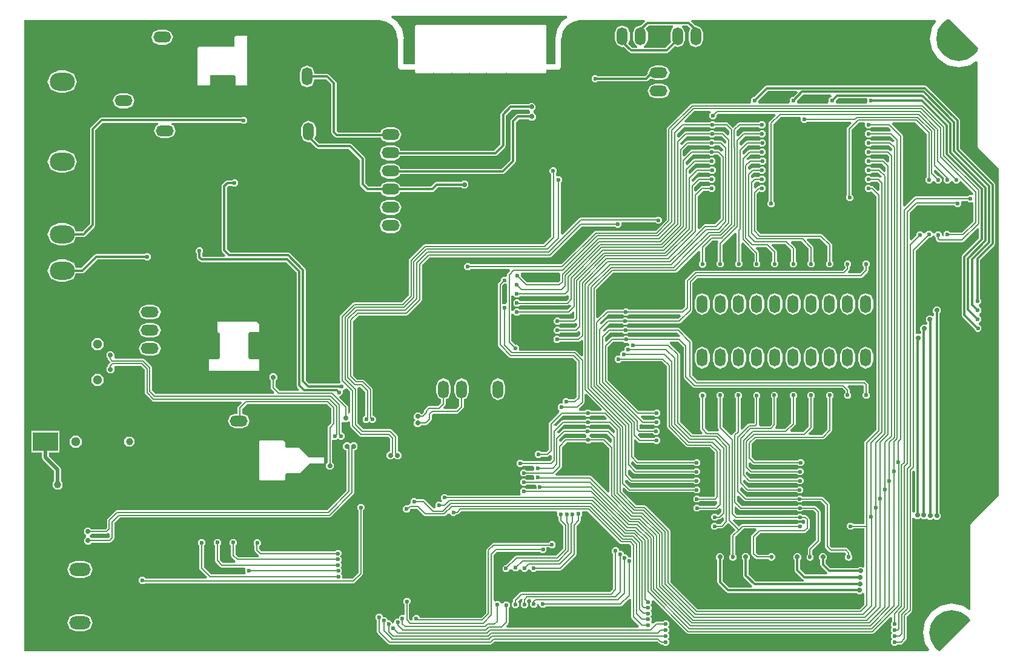
<source format=gbl>
G04*
G04 #@! TF.GenerationSoftware,Altium Limited,Altium Designer,23.0.1 (38)*
G04*
G04 Layer_Physical_Order=2*
G04 Layer_Color=16711680*
%FSLAX44Y44*%
%MOMM*%
G71*
G04*
G04 #@! TF.SameCoordinates,FF995E5F-5184-4AEF-B54D-418CE73C624A*
G04*
G04*
G04 #@! TF.FilePolarity,Positive*
G04*
G01*
G75*
%ADD10C,0.2000*%
%ADD13C,0.5000*%
%ADD19C,0.3000*%
%ADD111O,2.5000X1.5000*%
%ADD112O,3.5000X2.5000*%
%ADD113O,3.0000X1.8000*%
%ADD114O,2.5000X1.5080*%
%ADD115O,1.5000X2.5000*%
%ADD116C,1.0000*%
%ADD117C,1.3000*%
%ADD118O,1.5080X2.5000*%
%ADD119C,0.6000*%
%ADD120C,0.7000*%
%ADD121C,0.8000*%
%ADD122R,3.6600X2.6000*%
%ADD123R,3.5400X2.6000*%
G36*
X1336779Y846469D02*
X1336546Y843334D01*
X1335840Y842774D01*
X1335840Y842774D01*
X1335840Y842773D01*
X1332390Y837610D01*
X1322117Y830746D01*
X1310000Y828336D01*
X1297883Y830746D01*
X1287610Y837610D01*
X1280746Y847883D01*
X1278336Y860000D01*
X1280746Y872117D01*
X1287610Y882390D01*
X1292773Y885840D01*
X1292773Y885840D01*
X1292773Y885840D01*
X1293334Y886546D01*
X1296469Y886779D01*
X1336779Y846469D01*
D02*
G37*
G36*
X1278468Y884007D02*
X1272739Y875434D01*
X1269669Y860000D01*
X1272739Y844566D01*
X1281482Y831482D01*
X1294566Y822739D01*
X1310000Y819670D01*
X1325434Y822739D01*
X1334007Y828468D01*
X1336212Y827289D01*
Y710000D01*
X1337321Y707321D01*
X1337348Y707310D01*
X1337448Y707067D01*
X1366224Y678292D01*
X1366224Y221200D01*
X1327448Y182425D01*
X1326339Y179746D01*
X1326339Y179746D01*
Y62457D01*
X1324134Y61278D01*
X1315561Y67007D01*
X1300127Y70076D01*
X1284693Y67007D01*
X1271609Y58264D01*
X1262867Y45180D01*
X1259797Y29746D01*
X1262867Y14312D01*
X1268425Y5993D01*
X1267247Y3788D01*
X3788D01*
X3788Y886212D01*
X500000D01*
Y885490D01*
X509754Y883549D01*
X518024Y878024D01*
X523549Y869754D01*
X525490Y860000D01*
X526212D01*
Y820000D01*
X527321Y817321D01*
X530000Y816212D01*
X549485D01*
Y813900D01*
X550119Y812369D01*
X551650Y811735D01*
X731650D01*
X733181Y812369D01*
X733815Y813900D01*
Y816212D01*
X750000D01*
X752679Y817321D01*
X753788Y820000D01*
Y860000D01*
X754510D01*
X756451Y869754D01*
X761976Y878024D01*
X770246Y883549D01*
X780000Y885490D01*
Y886212D01*
X870329D01*
X871308Y883712D01*
X865634Y878038D01*
X865019Y878293D01*
X857748Y875281D01*
X854736Y868010D01*
Y858010D01*
X857748Y850739D01*
X860574Y849568D01*
X860077Y847068D01*
X853533D01*
X847761Y852841D01*
X849902Y858010D01*
Y868010D01*
X846890Y875281D01*
X839619Y878293D01*
X832348Y875281D01*
X829336Y868010D01*
Y858010D01*
X832348Y850739D01*
X839619Y847727D01*
X841415Y848471D01*
X849285Y840601D01*
X849285Y840601D01*
X851964Y839492D01*
X901651D01*
X901651Y839492D01*
X904330Y840601D01*
X912991Y849262D01*
X917003Y847600D01*
X924274Y850612D01*
X927286Y857883D01*
Y867883D01*
X924274Y875154D01*
X923475Y875485D01*
X923962Y877937D01*
X931088D01*
X934763Y874262D01*
X932120Y867883D01*
Y857883D01*
X935132Y850612D01*
X942403Y847600D01*
X949674Y850612D01*
X952686Y857883D01*
Y867883D01*
X949674Y875154D01*
X942403Y878166D01*
X941817Y877923D01*
X936028Y883712D01*
X937008Y886212D01*
X1277289D01*
X1278468Y884007D01*
D02*
G37*
G36*
X910531Y875485D02*
X909732Y875154D01*
X906720Y867883D01*
Y857883D01*
X907943Y854930D01*
X900082Y847068D01*
X869961D01*
X869464Y849568D01*
X872290Y850739D01*
X875302Y858010D01*
Y868010D01*
X872671Y874360D01*
X876248Y877937D01*
X910043D01*
X910531Y875485D01*
D02*
G37*
G36*
X763288Y889124D02*
X755848Y884152D01*
X748444Y873071D01*
X745844Y860000D01*
X746212D01*
Y823788D01*
X733815D01*
Y876900D01*
X733181Y878431D01*
X731650Y879065D01*
X551650D01*
X550119Y878431D01*
X549485Y876900D01*
Y823788D01*
X533788D01*
Y860000D01*
X533788Y860000D01*
X534156D01*
X531556Y873071D01*
X524152Y884152D01*
X516712Y889124D01*
X517470Y891624D01*
X762530D01*
X763288Y889124D01*
D02*
G37*
G36*
X1312244Y59000D02*
X1322517Y52136D01*
X1325967Y46973D01*
X1324755Y45004D01*
X1284869Y5118D01*
X1282900Y3906D01*
X1277737Y7356D01*
X1270873Y17629D01*
X1268463Y29746D01*
X1270873Y41863D01*
X1277737Y52136D01*
X1288010Y59000D01*
X1300127Y61410D01*
X1312244Y59000D01*
D02*
G37*
%LPC*%
G36*
X201405Y871997D02*
X191405D01*
X184134Y868985D01*
X181122Y861714D01*
X184134Y854443D01*
X191405Y851431D01*
X201405D01*
X208676Y854443D01*
X211688Y861714D01*
X208676Y868985D01*
X201405Y871997D01*
D02*
G37*
G36*
X895460Y822239D02*
X885460D01*
X878189Y819227D01*
X875177Y811956D01*
X875332Y811583D01*
X871238Y807489D01*
X805370D01*
X803949Y808910D01*
X799807D01*
X796878Y805981D01*
Y801839D01*
X799807Y798910D01*
X803949D01*
X804952Y799913D01*
X872807D01*
X872807Y799913D01*
X875486Y801022D01*
X878867Y804404D01*
X885460Y801673D01*
X895460D01*
X902731Y804685D01*
X905743Y811956D01*
X902731Y819227D01*
X895460Y822239D01*
D02*
G37*
G36*
X1262654Y794328D02*
X1262654Y794328D01*
X1041897D01*
X1041897Y794328D01*
X1039218Y793219D01*
X1039218Y793219D01*
X1024491Y778492D01*
X1022777D01*
X1019848Y775563D01*
Y771420D01*
X1019857Y771412D01*
X1018900Y769102D01*
X937127D01*
X934831Y768151D01*
X902515Y735835D01*
X901564Y733539D01*
Y606545D01*
X886448Y591429D01*
X802650D01*
X800354Y590478D01*
X754315Y544439D01*
X627457D01*
X625704Y546192D01*
X621562D01*
X618633Y543263D01*
Y539121D01*
X621562Y536192D01*
X625704D01*
X627457Y537945D01*
X681742D01*
X682699Y535635D01*
X679122Y532058D01*
X678171Y529762D01*
Y527675D01*
X676885Y527142D01*
X672743D01*
X669814Y524213D01*
Y521734D01*
X666422Y518342D01*
X665471Y516046D01*
Y431776D01*
X666422Y429480D01*
X681212Y414690D01*
X681212Y414690D01*
X681560Y414342D01*
X683856Y413391D01*
X770268D01*
X775961Y407698D01*
Y359154D01*
X772258Y355451D01*
X764756D01*
X763003Y357204D01*
X758861D01*
X755932Y354275D01*
Y351833D01*
X755932Y350133D01*
X753707Y349469D01*
X752118D01*
X749189Y346540D01*
Y342398D01*
X752118Y339469D01*
X751498Y337226D01*
X737704Y323432D01*
X736753Y321136D01*
Y312657D01*
Y285524D01*
X733476Y282247D01*
X725964D01*
X725754Y282754D01*
X725007Y283064D01*
X724071Y284000D01*
X719929D01*
X717000Y281071D01*
Y276929D01*
X719929Y274000D01*
X724071D01*
X725824Y275753D01*
X734821D01*
X737117Y276704D01*
X738443Y278030D01*
X740753Y277073D01*
Y271345D01*
X738521Y269113D01*
X700872D01*
X698920Y271065D01*
X694778D01*
X691849Y268136D01*
Y263994D01*
X694778Y261065D01*
X698920D01*
X700474Y262619D01*
X714427D01*
X716438Y260321D01*
Y257295D01*
X715948Y256113D01*
X705786D01*
X704033Y257866D01*
X699891D01*
X696962Y254937D01*
Y250795D01*
X699891Y247866D01*
X704033D01*
X705786Y249619D01*
X714624D01*
X716634Y247321D01*
Y244295D01*
X716145Y243113D01*
X705786D01*
X704033Y244866D01*
X699891D01*
X696962Y241937D01*
Y237795D01*
X699891Y234866D01*
X704033D01*
X705786Y236619D01*
X717613D01*
X719459Y234390D01*
Y230898D01*
X719139Y230124D01*
X705764D01*
X704011Y231877D01*
X699869D01*
X696940Y228948D01*
Y224806D01*
X697767Y223978D01*
X696732Y221478D01*
X595199D01*
X593446Y223231D01*
X589304D01*
X586375Y220302D01*
Y216160D01*
X588042Y214493D01*
X587261Y211738D01*
X586358Y211523D01*
X585445Y212436D01*
X581303D01*
X578374Y209507D01*
Y205365D01*
X576697Y203506D01*
X575545Y203347D01*
X563572Y215320D01*
X561276Y216271D01*
X552400D01*
X550647Y218024D01*
X546505D01*
X543576Y215095D01*
Y210953D01*
X542240Y208753D01*
X540311Y207954D01*
X539713Y207356D01*
X535929D01*
X533000Y204427D01*
Y200285D01*
X535929Y197356D01*
X540071D01*
X543000Y200285D01*
Y201459D01*
X543952Y202411D01*
X552819D01*
X562155Y193075D01*
X564451Y192124D01*
X590359D01*
X592655Y193075D01*
X596257Y196677D01*
X598567Y195721D01*
Y195713D01*
X601496Y192784D01*
X605638D01*
X607391Y194537D01*
X608647D01*
X610943Y195488D01*
X614439Y198984D01*
X748139D01*
X748935Y197061D01*
Y192919D01*
X750688Y191166D01*
Y186158D01*
X751639Y183862D01*
X756960Y178541D01*
Y147050D01*
X747152Y137242D01*
X691924D01*
X689628Y136291D01*
X677508Y124171D01*
X675029D01*
X672100Y121242D01*
Y117100D01*
X675029Y114171D01*
X679171D01*
X682100Y117100D01*
Y117874D01*
X682808Y118347D01*
X685308Y118116D01*
X688237Y115187D01*
X692379D01*
X695254Y118062D01*
X697754Y117986D01*
Y117608D01*
X700683Y114679D01*
X704825D01*
X707754Y117608D01*
Y117843D01*
X708081Y118062D01*
X710581Y117735D01*
X713510Y114806D01*
X717652D01*
X719405Y116559D01*
X753046D01*
X755342Y117510D01*
X774503Y136671D01*
X775454Y138967D01*
Y178516D01*
X780869Y183931D01*
X781820Y186227D01*
Y191547D01*
X783573Y193300D01*
Y197442D01*
X784212Y198984D01*
X791110D01*
X835932Y154162D01*
X838228Y153211D01*
X849478D01*
X852265Y150424D01*
Y135033D01*
X851583Y134751D01*
X847835D01*
Y136228D01*
X844906Y139157D01*
X841810D01*
Y141491D01*
X838881Y144420D01*
X835126D01*
Y145886D01*
X832197Y148815D01*
X828055D01*
X825126Y145886D01*
Y141744D01*
X826888Y139982D01*
Y90925D01*
X822694Y86731D01*
X699071D01*
X696775Y85780D01*
X688004Y77009D01*
X687053Y74713D01*
Y72695D01*
X685300Y70942D01*
Y66800D01*
X688229Y63871D01*
X692371D01*
X695300Y66800D01*
Y70942D01*
X693547Y72695D01*
Y73368D01*
X697852Y77673D01*
X699971Y76257D01*
X699753Y75729D01*
Y72695D01*
X698000Y70942D01*
Y66800D01*
X700929Y63871D01*
X705071D01*
X708000Y66800D01*
Y70942D01*
X706247Y72695D01*
Y74384D01*
X708036Y76173D01*
X710983D01*
X712653Y73673D01*
X712474Y73240D01*
X710700Y71466D01*
Y67324D01*
X713629Y64395D01*
X717771D01*
X720700Y67324D01*
Y71466D01*
X720738Y71559D01*
X720998D01*
X723400Y69099D01*
Y67181D01*
X726329Y64252D01*
X730471D01*
X732224Y66005D01*
X837112D01*
X839408Y66956D01*
X849765Y77313D01*
X852265Y76277D01*
Y51503D01*
X853216Y49207D01*
X863294Y39129D01*
X862258Y36629D01*
X678109D01*
X677152Y38939D01*
X679777Y41564D01*
X680728Y43860D01*
Y64547D01*
X682354Y66173D01*
Y70315D01*
X679425Y73244D01*
X675283D01*
X672408Y70369D01*
X669908Y70445D01*
Y70823D01*
X666979Y73752D01*
X662837D01*
X662400Y73315D01*
X659900Y74351D01*
Y137892D01*
X664856Y142848D01*
X724965D01*
X726718Y141095D01*
X730860D01*
X733789Y144024D01*
Y148166D01*
X734071Y148848D01*
X737888D01*
X739291Y147445D01*
X743433D01*
X746362Y150374D01*
Y154516D01*
X743433Y157445D01*
X739291D01*
X737188Y155342D01*
X659986D01*
X657690Y154391D01*
X650166Y146867D01*
X649215Y144571D01*
Y57270D01*
X642423Y50478D01*
X556624D01*
Y51138D01*
X553695Y54067D01*
X549553D01*
X546624Y51138D01*
Y46996D01*
X546478Y46644D01*
X543940Y46359D01*
X541600Y48698D01*
Y69582D01*
X543353Y71335D01*
Y75477D01*
X540424Y78406D01*
X536282D01*
X533353Y75477D01*
Y71335D01*
X535106Y69582D01*
Y54744D01*
X534391Y54448D01*
X530249D01*
X527320Y51519D01*
Y49495D01*
X523899D01*
X520970Y46566D01*
Y44320D01*
X518470Y42623D01*
X517925Y42840D01*
Y43554D01*
X514996Y46483D01*
X511425D01*
Y48484D01*
X508496Y51413D01*
X504925D01*
Y53269D01*
X501996Y56198D01*
X497854D01*
X494925Y53269D01*
Y49127D01*
X496678Y47374D01*
Y30662D01*
X497629Y28366D01*
X511736Y14259D01*
X514032Y13308D01*
X655891D01*
X658187Y14259D01*
X661174Y17246D01*
X888503D01*
X888823Y16926D01*
X888999Y16853D01*
X891593Y14259D01*
X893889Y13308D01*
X896669D01*
X898422Y11555D01*
X902564D01*
X905493Y14484D01*
Y18626D01*
X903246Y20873D01*
X905366Y22993D01*
Y27135D01*
X903183Y29318D01*
X905366Y31502D01*
Y35644D01*
X903373Y37637D01*
X905493Y39757D01*
Y43899D01*
X902564Y46828D01*
X898422D01*
X896669Y45075D01*
X887666D01*
X885370Y44124D01*
X883456Y42210D01*
X880948Y42514D01*
X879513Y44615D01*
X881015Y46117D01*
Y50259D01*
X879007Y52267D01*
X880855Y54115D01*
Y58257D01*
X878801Y60311D01*
X880601Y62111D01*
Y66253D01*
X878736Y68118D01*
X880728Y70110D01*
Y74134D01*
X882579Y75819D01*
X929594Y28804D01*
X931890Y27853D01*
X1189325D01*
X1191621Y28804D01*
X1214468Y51651D01*
X1216778Y50694D01*
Y45398D01*
X1215025Y43645D01*
Y39503D01*
X1217081Y37446D01*
X1215025Y35390D01*
Y31248D01*
X1217208Y29065D01*
X1215025Y26881D01*
Y22739D01*
X1217208Y20556D01*
X1215025Y18372D01*
Y14230D01*
X1217954Y11301D01*
X1222096D01*
X1224095Y13300D01*
X1229288D01*
X1231584Y14251D01*
X1236417Y19084D01*
X1237368Y21380D01*
Y51924D01*
X1244151Y58707D01*
X1245102Y61003D01*
Y189841D01*
X1247602Y190877D01*
X1250005Y188474D01*
X1254561D01*
X1256719Y190632D01*
X1259004Y188347D01*
X1263560D01*
X1265472Y190259D01*
X1267984Y187748D01*
X1272540D01*
X1274646Y189854D01*
X1277118Y187382D01*
X1281674D01*
X1284896Y190604D01*
Y195161D01*
X1283184Y196872D01*
Y475923D01*
X1284961Y477700D01*
Y482256D01*
X1281739Y485478D01*
X1277183D01*
X1273961Y482256D01*
Y477700D01*
X1275608Y476053D01*
Y472412D01*
X1273108Y471377D01*
X1271706Y472778D01*
X1267150D01*
X1263928Y469556D01*
Y465000D01*
X1265915Y463013D01*
X1265746Y461699D01*
X1263959Y459951D01*
X1259403D01*
X1256181Y456729D01*
Y452173D01*
X1257494Y450860D01*
Y448099D01*
X1255344Y446997D01*
X1250894D01*
X1249560Y447549D01*
Y562724D01*
X1268322Y581486D01*
X1270801D01*
X1273612Y584297D01*
X1276112Y584130D01*
Y583571D01*
X1277865Y581818D01*
Y579800D01*
X1278816Y577504D01*
X1280340Y575980D01*
X1282636Y575029D01*
X1314513D01*
X1316809Y575980D01*
X1335965Y595136D01*
X1338275Y594179D01*
Y580852D01*
X1314962Y557540D01*
X1313853Y554861D01*
X1313853Y554861D01*
Y479304D01*
Y473167D01*
X1313853Y473167D01*
X1314962Y470488D01*
X1331738Y453712D01*
Y452761D01*
X1334667Y449832D01*
X1338809D01*
X1341738Y452761D01*
Y456903D01*
X1338809Y459832D01*
X1338398D01*
X1338094Y460286D01*
X1338301Y462786D01*
X1341230Y465715D01*
Y469857D01*
X1338482Y472605D01*
X1338542Y474641D01*
X1338609Y475159D01*
X1341484Y478034D01*
Y482176D01*
X1338555Y485105D01*
X1338389Y485468D01*
X1338301Y487932D01*
X1341230Y490861D01*
Y495003D01*
X1340018Y496215D01*
Y550500D01*
X1360085Y570566D01*
X1360085Y570566D01*
X1361194Y573245D01*
X1361194Y573245D01*
Y574052D01*
Y655543D01*
X1361194Y655543D01*
X1360085Y658222D01*
X1360085Y658222D01*
X1312081Y706225D01*
Y744901D01*
X1310972Y747580D01*
X1310972Y747580D01*
X1265333Y793219D01*
X1262654Y794328D01*
D02*
G37*
G36*
X315353Y864102D02*
X299102D01*
X297352Y862352D01*
Y849100D01*
X297247Y848995D01*
X247396D01*
X245351Y846950D01*
Y794100D01*
X261602D01*
X263352Y795850D01*
Y809102D01*
X297352D01*
X299102Y807352D01*
Y794100D01*
X315353D01*
Y864102D01*
D02*
G37*
G36*
X61578Y815207D02*
X51578D01*
X40480Y810610D01*
X35883Y799512D01*
X40480Y788415D01*
X51578Y783818D01*
X61578D01*
X72676Y788415D01*
X77273Y799512D01*
X72676Y810610D01*
X61578Y815207D01*
D02*
G37*
G36*
X895460Y796839D02*
X885460D01*
X878189Y793827D01*
X875177Y786556D01*
X878189Y779285D01*
X885460Y776273D01*
X895460D01*
X902731Y779285D01*
X905743Y786556D01*
X902731Y793827D01*
X895460Y796839D01*
D02*
G37*
G36*
X715192Y769958D02*
X710636D01*
X708924Y768246D01*
X683831D01*
X683831Y768246D01*
X681152Y767137D01*
X681152Y767137D01*
X670357Y756342D01*
X669248Y753663D01*
X669248Y753663D01*
Y712076D01*
X660521Y703349D01*
X529607D01*
X527954Y707340D01*
X520683Y710352D01*
X510683D01*
X503412Y707340D01*
X500400Y700069D01*
X503412Y692798D01*
X510683Y689786D01*
X520683D01*
X527954Y692798D01*
X529186Y695773D01*
X662090D01*
X662090Y695773D01*
X664769Y696882D01*
X675715Y707828D01*
X675715Y707828D01*
X676824Y710507D01*
X676824Y710507D01*
Y752094D01*
X685400Y760670D01*
X708924D01*
X710636Y758958D01*
X710716Y756458D01*
X709064Y754784D01*
X693356D01*
X690677Y753675D01*
X690677Y753675D01*
X684200Y747198D01*
X683091Y744519D01*
X683091Y744519D01*
Y689845D01*
X671195Y677949D01*
X529607D01*
X527954Y681940D01*
X520683Y684952D01*
X510683D01*
X503412Y681940D01*
X500400Y674669D01*
X503412Y667398D01*
X510683Y664386D01*
X520683D01*
X527954Y667398D01*
X529186Y670373D01*
X672764D01*
X672764Y670373D01*
X675443Y671482D01*
X689558Y685597D01*
X689558Y685597D01*
X690667Y688276D01*
Y742950D01*
X694925Y747208D01*
X709178D01*
X710890Y745496D01*
X715446D01*
X718668Y748718D01*
Y753274D01*
X715446Y756496D01*
X715284D01*
X715230Y758996D01*
X718414Y762180D01*
Y766736D01*
X715192Y769958D01*
D02*
G37*
G36*
X147644Y783123D02*
X137644D01*
X130373Y780111D01*
X127361Y772840D01*
X130373Y765569D01*
X137644Y762557D01*
X147644D01*
X154915Y765569D01*
X157927Y772840D01*
X154915Y780111D01*
X147644Y783123D01*
D02*
G37*
G36*
X312395Y750662D02*
X308253D01*
X307422Y749831D01*
X111823D01*
X111823Y749831D01*
X109144Y748722D01*
X109144Y748722D01*
X96571Y736149D01*
X95462Y733470D01*
X95462Y733470D01*
Y600800D01*
X84600Y589938D01*
X75704D01*
X72676Y597248D01*
X61578Y601845D01*
X51578D01*
X40480Y597248D01*
X35883Y586150D01*
X40480Y575052D01*
X51578Y570455D01*
X61578D01*
X72676Y575052D01*
X75704Y582362D01*
X86169D01*
X86169Y582362D01*
X88848Y583471D01*
X101929Y596552D01*
X103038Y599231D01*
X103038Y599231D01*
Y731901D01*
X113392Y742255D01*
X190615D01*
X191112Y739755D01*
X187936Y738439D01*
X184924Y731168D01*
X187936Y723897D01*
X195207Y720885D01*
X205207D01*
X212478Y723897D01*
X215490Y731168D01*
X212478Y738439D01*
X209302Y739755D01*
X209799Y742255D01*
X306660D01*
X308253Y740662D01*
X312395D01*
X315324Y743591D01*
Y747733D01*
X312395Y750662D01*
D02*
G37*
G36*
X399001Y822286D02*
X391700Y819262D01*
X388675Y811960D01*
Y802040D01*
X391700Y794738D01*
X399001Y791714D01*
X406303Y794738D01*
X409327Y802040D01*
Y803212D01*
X425090D01*
X432520Y795782D01*
Y729152D01*
X432520Y729152D01*
X433629Y726473D01*
X437820Y722282D01*
X437820Y722282D01*
X440499Y721173D01*
X502180D01*
X503412Y718198D01*
X510683Y715186D01*
X520683D01*
X527954Y718198D01*
X530966Y725469D01*
X527954Y732740D01*
X520683Y735752D01*
X510683D01*
X503412Y732740D01*
X501759Y728749D01*
X442068D01*
X440096Y730721D01*
Y797351D01*
X438987Y800030D01*
X438987Y800030D01*
X429338Y809679D01*
X426659Y810788D01*
X426659Y810788D01*
X409327D01*
Y811960D01*
X406303Y819262D01*
X399001Y822286D01*
D02*
G37*
G36*
X61578Y703445D02*
X51578D01*
X40480Y698848D01*
X35883Y687750D01*
X40480Y676652D01*
X51578Y672055D01*
X61578D01*
X72676Y676652D01*
X77273Y687750D01*
X72676Y698848D01*
X61578Y703445D01*
D02*
G37*
G36*
X745084Y680000D02*
X740942D01*
X738013Y677071D01*
Y672929D01*
X740274Y670668D01*
Y583304D01*
X729730Y572760D01*
X563932D01*
X561636Y571809D01*
X541900Y552073D01*
X540949Y549777D01*
Y501327D01*
X531037Y491415D01*
X464818D01*
X462522Y490464D01*
X445704Y473646D01*
X444753Y471350D01*
Y382365D01*
X445467Y380641D01*
X445494Y379742D01*
X443503Y377594D01*
X401936D01*
X397090Y382440D01*
Y536532D01*
X395981Y539211D01*
X395981Y539211D01*
X375303Y559889D01*
X372624Y560998D01*
X372624Y560998D01*
X291667D01*
X286934Y565731D01*
Y651891D01*
X289287Y654244D01*
X294214D01*
X295426Y653032D01*
X299568D01*
X302497Y655961D01*
Y660103D01*
X299568Y663032D01*
X295426D01*
X294214Y661820D01*
X287718D01*
X285039Y660711D01*
X285039Y660711D01*
X280467Y656139D01*
X279358Y653460D01*
X279358Y653460D01*
Y564162D01*
X279358Y564161D01*
X280467Y561483D01*
X284500Y557450D01*
X283543Y555140D01*
X252838D01*
X252390Y555588D01*
Y560007D01*
X253602Y561219D01*
Y565361D01*
X250673Y568290D01*
X246531D01*
X243602Y565361D01*
Y561219D01*
X244814Y560007D01*
Y554019D01*
X244814Y554019D01*
X245923Y551340D01*
X248590Y548673D01*
X248590Y548673D01*
X251269Y547564D01*
X369842D01*
X384514Y532892D01*
Y374949D01*
X384514Y374949D01*
X385623Y372270D01*
X388311Y369583D01*
X387354Y367273D01*
X360946D01*
X354846Y373373D01*
Y382102D01*
X357099Y384355D01*
Y388911D01*
X353877Y392133D01*
X349321D01*
X346099Y388911D01*
Y384355D01*
X348352Y382102D01*
Y372028D01*
X349303Y369732D01*
X353452Y365583D01*
X352495Y363273D01*
X187215D01*
X182316Y368172D01*
Y400101D01*
X181365Y402397D01*
X172037Y411725D01*
X169741Y412676D01*
X130638D01*
X129388Y414962D01*
Y419518D01*
X126166Y422740D01*
X121610D01*
X118388Y419518D01*
Y414962D01*
X120641Y412709D01*
Y412287D01*
X121592Y409991D01*
X124249Y407334D01*
X121592Y404677D01*
X120641Y402381D01*
Y402086D01*
X118388Y399833D01*
Y395277D01*
X121610Y392055D01*
X126166D01*
X129388Y395277D01*
Y399833D01*
X130575Y402182D01*
X166739D01*
X171822Y397099D01*
Y365170D01*
X172773Y362874D01*
X181917Y353730D01*
X184213Y352779D01*
X306330D01*
X307287Y350469D01*
X302948Y346130D01*
X301997Y343834D01*
Y335908D01*
X298506D01*
X291204Y332883D01*
X288180Y325582D01*
X291204Y318280D01*
X298506Y315256D01*
X308426D01*
X315728Y318280D01*
X318752Y325582D01*
X315728Y332883D01*
X308491Y335881D01*
Y342489D01*
X314781Y348779D01*
X426644D01*
X432871Y342552D01*
Y322891D01*
X428551Y318571D01*
X427600Y316275D01*
Y267593D01*
X425347Y265340D01*
Y260784D01*
X428569Y257562D01*
X433125D01*
X436347Y260784D01*
Y265340D01*
X434094Y267593D01*
Y298498D01*
X435507Y299083D01*
X439649D01*
X442086Y301521D01*
X444270Y299337D01*
X448412D01*
X451341Y302266D01*
Y306408D01*
X448412Y309337D01*
X447365D01*
Y323749D01*
X449865Y324785D01*
X450667Y323983D01*
X455223D01*
X456660Y325420D01*
X459160Y324384D01*
Y318809D01*
X460111Y316513D01*
X472138Y304486D01*
X474434Y303535D01*
X511824D01*
X514976Y300383D01*
Y282913D01*
X513278D01*
X510056Y279691D01*
Y275135D01*
X513278Y271913D01*
X517834D01*
X520509Y274588D01*
X523184Y271913D01*
X527740D01*
X530962Y275135D01*
Y279691D01*
X527740Y282913D01*
X525678D01*
Y303177D01*
X524727Y305473D01*
X517122Y313078D01*
X514826Y314030D01*
X477436D01*
X469654Y321811D01*
Y369615D01*
X469404Y370218D01*
X471075Y372718D01*
X473698D01*
X480242Y366174D01*
Y332703D01*
X479578D01*
X476649Y329774D01*
Y325632D01*
X479578Y322703D01*
X483720D01*
X485963Y324945D01*
X488205Y322703D01*
X492347D01*
X495276Y325632D01*
Y329774D01*
X492347Y332703D01*
X490736D01*
Y369176D01*
X489785Y371472D01*
X478996Y382261D01*
X476700Y383212D01*
X469086D01*
X463247Y389051D01*
Y465034D01*
X471133Y472921D01*
X537654D01*
X539950Y473872D01*
X558492Y492414D01*
X559443Y494710D01*
Y543461D01*
X570183Y554201D01*
X738314D01*
X740610Y555152D01*
X782712Y597254D01*
X829867D01*
X831620Y595501D01*
X835762D01*
X838691Y598430D01*
Y602572D01*
X839013Y603350D01*
X885610D01*
X887998Y600962D01*
X892140D01*
X895069Y603891D01*
Y608033D01*
X892140Y610962D01*
X887998D01*
X886880Y609844D01*
X781806D01*
X779510Y608893D01*
X756317Y585700D01*
X754007Y586657D01*
Y658476D01*
X755760Y660229D01*
Y664371D01*
X752831Y667300D01*
X748689D01*
X746768Y668096D01*
Y671684D01*
X748013Y672929D01*
Y677071D01*
X745084Y680000D01*
D02*
G37*
G36*
X401001Y745286D02*
X393700Y742262D01*
X390675Y734960D01*
Y725040D01*
X393700Y717738D01*
X401001Y714714D01*
X403022Y715551D01*
X411658Y706915D01*
X414337Y705806D01*
X414337Y705806D01*
X457345D01*
X472779Y690372D01*
Y656762D01*
X472779Y656762D01*
X473888Y654083D01*
X481381Y646590D01*
X484060Y645481D01*
X484060Y645481D01*
X501969D01*
X503412Y641998D01*
X510683Y638986D01*
X520683D01*
X527954Y641998D01*
X529397Y645481D01*
X573849D01*
X573849Y645481D01*
X576528Y646590D01*
X582022Y652085D01*
X615071D01*
X616783Y650373D01*
X621339D01*
X624561Y653595D01*
Y658151D01*
X621339Y661373D01*
X616783D01*
X615071Y659661D01*
X580453D01*
X580453Y659661D01*
X577774Y658552D01*
X577774Y658552D01*
X572280Y653057D01*
X529397D01*
X527954Y656540D01*
X520683Y659552D01*
X510683D01*
X503412Y656540D01*
X501969Y653057D01*
X485629D01*
X480355Y658331D01*
Y691941D01*
X479246Y694620D01*
X479246Y694620D01*
X461593Y712273D01*
X458914Y713382D01*
X458914Y713382D01*
X415906D01*
X409254Y720035D01*
X411327Y725040D01*
Y734960D01*
X408303Y742262D01*
X401001Y745286D01*
D02*
G37*
G36*
X520683Y634152D02*
X510683D01*
X503412Y631140D01*
X500400Y623869D01*
X503412Y616598D01*
X510683Y613586D01*
X520683D01*
X527954Y616598D01*
X530966Y623869D01*
X527954Y631140D01*
X520683Y634152D01*
D02*
G37*
G36*
Y608752D02*
X510683D01*
X503412Y605740D01*
X500400Y598469D01*
X503412Y591198D01*
X510683Y588186D01*
X520683D01*
X527954Y591198D01*
X530966Y598469D01*
X527954Y605740D01*
X520683Y608752D01*
D02*
G37*
G36*
X177775Y560035D02*
X173633D01*
X172421Y558823D01*
X104584D01*
X104584Y558823D01*
X101905Y557714D01*
X101905Y557714D01*
X83330Y539138D01*
X75704D01*
X72676Y546448D01*
X61578Y551045D01*
X51578D01*
X40480Y546448D01*
X35883Y535350D01*
X40480Y524252D01*
X51578Y519655D01*
X61578D01*
X72676Y524252D01*
X75704Y531562D01*
X84899D01*
X84899Y531562D01*
X87578Y532671D01*
X106153Y551247D01*
X172421D01*
X173633Y550035D01*
X177775D01*
X180704Y552964D01*
Y557106D01*
X177775Y560035D01*
D02*
G37*
G36*
X184260Y487721D02*
X174260D01*
X166989Y484709D01*
X163977Y477438D01*
X166989Y470167D01*
X174260Y467155D01*
X184260D01*
X191531Y470167D01*
X194543Y477438D01*
X191531Y484709D01*
X184260Y487721D01*
D02*
G37*
G36*
Y462321D02*
X174260D01*
X166989Y459309D01*
X163977Y452038D01*
X166989Y444767D01*
X174260Y441755D01*
X184260D01*
X191531Y444767D01*
X194543Y452038D01*
X191531Y459309D01*
X184260Y462321D01*
D02*
G37*
G36*
X109756Y441361D02*
X102714D01*
X97735Y436382D01*
Y429340D01*
X102714Y424361D01*
X109756D01*
X114735Y429340D01*
Y436382D01*
X109756Y441361D01*
D02*
G37*
G36*
X184260Y436921D02*
X174260D01*
X166989Y433909D01*
X163977Y426638D01*
X166989Y419367D01*
X174260Y416355D01*
X184260D01*
X191531Y419367D01*
X194543Y426638D01*
X191531Y433909D01*
X184260Y436921D01*
D02*
G37*
G36*
X328168Y464566D02*
X273558D01*
Y450596D01*
X276325Y447829D01*
X276985D01*
Y413829D01*
X275235Y412079D01*
X261983D01*
Y395828D01*
X331985D01*
Y412079D01*
X318733D01*
X316983Y413829D01*
Y447829D01*
X318733Y449579D01*
X331985D01*
Y460749D01*
X328168Y464566D01*
D02*
G37*
G36*
X109756Y391361D02*
X102714D01*
X97735Y386382D01*
Y379340D01*
X102714Y374361D01*
X109756D01*
X114735Y379340D01*
Y386382D01*
X109756Y391361D01*
D02*
G37*
G36*
X665924Y385025D02*
X658653Y382013D01*
X655641Y374742D01*
Y364742D01*
X658653Y357471D01*
X665924Y354459D01*
X673195Y357471D01*
X676207Y364742D01*
Y374742D01*
X673195Y382013D01*
X665924Y385025D01*
D02*
G37*
G36*
X615124D02*
X607853Y382013D01*
X604841Y374742D01*
Y364742D01*
X607853Y357471D01*
X611496Y355962D01*
Y346449D01*
X607429Y342382D01*
X590670D01*
X589713Y344692D01*
X592020Y346999D01*
X592971Y349295D01*
Y355804D01*
X596995Y357471D01*
X600007Y364742D01*
Y374742D01*
X596995Y382013D01*
X589724Y385025D01*
X582453Y382013D01*
X579441Y374742D01*
Y364742D01*
X582453Y357471D01*
X586477Y355804D01*
Y350640D01*
X582283Y346446D01*
X569531D01*
X567235Y345495D01*
X563298Y341558D01*
X562347Y339262D01*
Y338194D01*
X559169Y335016D01*
X558441D01*
X556188Y337269D01*
X551632D01*
X548410Y334047D01*
Y329491D01*
X550640Y327261D01*
X548029Y324649D01*
Y320093D01*
X551251Y316871D01*
X555807D01*
X558060Y319124D01*
X564705D01*
X567001Y320075D01*
X572589Y325663D01*
X573540Y327959D01*
Y334107D01*
X575321Y335888D01*
X608774D01*
X611070Y336839D01*
X617039Y342808D01*
X617990Y345104D01*
Y355647D01*
X622395Y357471D01*
X625407Y364742D01*
Y374742D01*
X622395Y382013D01*
X615124Y385025D01*
D02*
G37*
G36*
X466399Y295297D02*
X461843D01*
X459440Y292893D01*
X457036Y295297D01*
X452480D01*
X449258Y292075D01*
Y287519D01*
X452480Y284297D01*
X454397D01*
Y228339D01*
X426898Y200840D01*
X133476D01*
X131180Y199889D01*
X120195Y188904D01*
X119244Y186608D01*
Y176142D01*
X117209Y174107D01*
X97177D01*
X94924Y176360D01*
X90368D01*
X87146Y173138D01*
Y168582D01*
X89749Y165978D01*
X90195Y164668D01*
X89802Y163094D01*
X87273Y160565D01*
Y156009D01*
X90495Y152787D01*
X95051D01*
X97304Y155040D01*
X122618D01*
X124914Y155991D01*
X128851Y159928D01*
X129802Y162224D01*
Y182977D01*
X137171Y190346D01*
X429900D01*
X432196Y191297D01*
X463940Y223041D01*
X464891Y225337D01*
Y284297D01*
X466399D01*
X469621Y287519D01*
Y292075D01*
X466399Y295297D01*
D02*
G37*
G36*
X153406Y303717D02*
X147606D01*
X143506Y299617D01*
Y293818D01*
X147606Y289717D01*
X153406D01*
X157506Y293818D01*
Y299617D01*
X153406Y303717D01*
D02*
G37*
G36*
X79027Y305217D02*
X71985D01*
X67006Y300238D01*
Y293196D01*
X71985Y288217D01*
X79027D01*
X84006Y293196D01*
Y300238D01*
X79027Y305217D01*
D02*
G37*
G36*
X365760Y298196D02*
X332994D01*
X332359Y297561D01*
Y243459D01*
X333502Y242316D01*
X366776D01*
X368427Y243967D01*
Y250571D01*
X370332Y252476D01*
X389535D01*
X402743Y265684D01*
X422362D01*
X422790Y266112D01*
Y274100D01*
X422443Y274447D01*
X401439D01*
X387539Y288347D01*
X369386D01*
X368173Y289560D01*
Y295783D01*
X365760Y298196D01*
D02*
G37*
G36*
X52906Y311717D02*
X13506D01*
Y281717D01*
X28335D01*
Y274623D01*
X29762Y271179D01*
X45357Y255583D01*
Y241294D01*
X43228Y239165D01*
Y233365D01*
X47329Y229265D01*
X53127D01*
X57228Y233365D01*
Y239165D01*
X55099Y241294D01*
Y257601D01*
X53672Y261045D01*
X38077Y276640D01*
Y281717D01*
X52906D01*
Y311717D01*
D02*
G37*
G36*
X87330Y129969D02*
X75329D01*
X66910Y126482D01*
X63423Y118063D01*
X66910Y109644D01*
X75329Y106157D01*
X87330D01*
X95749Y109644D01*
X99236Y118063D01*
X95749Y126482D01*
X87330Y129969D01*
D02*
G37*
G36*
X476098Y209388D02*
X471956D01*
X469027Y206459D01*
Y202317D01*
X470780Y200564D01*
Y113531D01*
X462364Y105115D01*
X448448D01*
X448166Y105797D01*
Y109939D01*
X445919Y112186D01*
X447658Y113925D01*
Y118067D01*
X445486Y120239D01*
X447157Y121909D01*
Y126051D01*
X445224Y127984D01*
X447150Y129909D01*
Y134051D01*
X445021Y136180D01*
X446896Y138055D01*
Y142197D01*
X443967Y145126D01*
X439825D01*
X438072Y143373D01*
X335037D01*
X331859Y146551D01*
Y150526D01*
X334247Y152914D01*
Y157056D01*
X331318Y159985D01*
X327176D01*
X324247Y157056D01*
Y152914D01*
X325365Y151796D01*
Y145206D01*
X326316Y142910D01*
X331396Y137830D01*
X331643Y137727D01*
X331146Y135227D01*
X302670D01*
X298839Y139058D01*
Y151415D01*
X300973Y153549D01*
Y157691D01*
X298044Y160620D01*
X293902D01*
X290973Y157691D01*
Y153549D01*
X292345Y152177D01*
Y137713D01*
X293296Y135417D01*
X298985Y129727D01*
X298979Y129483D01*
X298427Y127227D01*
X281206D01*
X276741Y131692D01*
Y151796D01*
X278494Y153549D01*
Y157691D01*
X275565Y160620D01*
X271423D01*
X268494Y157691D01*
Y153549D01*
X270247Y151796D01*
Y130347D01*
X271198Y128051D01*
X277565Y121684D01*
X279861Y120733D01*
X311836D01*
X312792Y118423D01*
X312690Y118321D01*
Y114179D01*
X313254Y113615D01*
X312218Y111115D01*
X264806D01*
X255024Y120897D01*
Y151669D01*
X256777Y153422D01*
Y157564D01*
X253848Y160493D01*
X249706D01*
X246777Y157564D01*
Y153422D01*
X248530Y151669D01*
Y119552D01*
X249481Y117256D01*
X259122Y107615D01*
X258086Y105115D01*
X173637D01*
X170994Y107759D01*
X166851D01*
X163923Y104830D01*
Y100688D01*
X166851Y97759D01*
X170994D01*
X171856Y98621D01*
X463709D01*
X466005Y99572D01*
X476323Y109890D01*
X477274Y112186D01*
Y200564D01*
X479027Y202317D01*
Y206459D01*
X476098Y209388D01*
D02*
G37*
G36*
X87330Y54969D02*
X75329D01*
X66910Y51482D01*
X63423Y43063D01*
X66910Y34644D01*
X75329Y31157D01*
X87330D01*
X95749Y34644D01*
X99236Y43063D01*
X95749Y51482D01*
X87330Y54969D01*
D02*
G37*
%LPD*%
G36*
X1181848Y775563D02*
Y771420D01*
X1181857Y771412D01*
X1180900Y769102D01*
X1138781D01*
X1137848Y771354D01*
Y773067D01*
X1141198Y776418D01*
X1181494D01*
X1181848Y775563D01*
D02*
G37*
G36*
X1131876Y779252D02*
X1131258Y778425D01*
X1130777D01*
X1127848Y775496D01*
Y771354D01*
X1126915Y769102D01*
X1084796D01*
X1083839Y771412D01*
X1083848Y771420D01*
Y773134D01*
X1092466Y781752D01*
X1130624D01*
X1131876Y779252D01*
D02*
G37*
G36*
X1084441Y784442D02*
X1078491Y778492D01*
X1076777D01*
X1073848Y775563D01*
Y771420D01*
X1073857Y771412D01*
X1072900Y769102D01*
X1030796D01*
X1029839Y771412D01*
X1029848Y771420D01*
Y773134D01*
X1043466Y786752D01*
X1083484D01*
X1084441Y784442D01*
D02*
G37*
G36*
X963431Y756108D02*
X961533Y754210D01*
Y750068D01*
X964462Y747139D01*
X968604D01*
X971533Y750068D01*
Y752801D01*
X973340Y754608D01*
X1052951D01*
X1053907Y752298D01*
X1045390Y743781D01*
X1044439Y741485D01*
Y633027D01*
X1042686Y631274D01*
Y627132D01*
X1045615Y624203D01*
X1049757D01*
X1052686Y627132D01*
Y631274D01*
X1050933Y633027D01*
Y740140D01*
X1061401Y750608D01*
X1088249D01*
X1088914Y749003D01*
Y744861D01*
X1091843Y741932D01*
X1095985D01*
X1097738Y743685D01*
X1159262D01*
X1160219Y741375D01*
X1154483Y735639D01*
X1153532Y733343D01*
Y641028D01*
X1152287Y639783D01*
Y635641D01*
X1155216Y632712D01*
X1159358D01*
X1162287Y635641D01*
Y639783D01*
X1160026Y642044D01*
Y731998D01*
X1170636Y742608D01*
X1178219D01*
X1178688Y741475D01*
Y737333D01*
X1181617Y734404D01*
X1185759D01*
X1187512Y736157D01*
X1211603D01*
X1215361Y732398D01*
X1214273Y729951D01*
X1187812D01*
X1186059Y731704D01*
X1181917D01*
X1178988Y728775D01*
Y724633D01*
X1181917Y721704D01*
X1186059D01*
X1187812Y723457D01*
X1213889D01*
X1220051Y717294D01*
X1219889Y716080D01*
X1217246Y715187D01*
X1216133Y716300D01*
X1213837Y717251D01*
X1187792D01*
X1186039Y719004D01*
X1181897D01*
X1178968Y716075D01*
Y711933D01*
X1181897Y709004D01*
X1186039D01*
X1187792Y710757D01*
X1212492D01*
X1216651Y706598D01*
Y703428D01*
X1214341Y702471D01*
X1213212Y703600D01*
X1210916Y704551D01*
X1187492D01*
X1185739Y706304D01*
X1181597D01*
X1178668Y703375D01*
Y699233D01*
X1181597Y696304D01*
X1185739D01*
X1187492Y698057D01*
X1209571D01*
X1212421Y695207D01*
Y687973D01*
X1210111Y687016D01*
X1206227Y690900D01*
X1203931Y691851D01*
X1187712D01*
X1185959Y693604D01*
X1181817D01*
X1178888Y690675D01*
Y686533D01*
X1181817Y683604D01*
X1185959D01*
X1187712Y685357D01*
X1202586D01*
X1207888Y680055D01*
Y674472D01*
X1205578Y673515D01*
X1200893Y678200D01*
X1198597Y679151D01*
X1187892D01*
X1186139Y680904D01*
X1181997D01*
X1179068Y677975D01*
Y673833D01*
X1181997Y670904D01*
X1186139D01*
X1187892Y672657D01*
X1197252D01*
X1202398Y667510D01*
X1202255Y666531D01*
X1199827Y665532D01*
X1199587Y665568D01*
X1197454Y666451D01*
X1187592D01*
X1185839Y668204D01*
X1181697D01*
X1178768Y665275D01*
Y661133D01*
X1181697Y658204D01*
X1185839D01*
X1187592Y659957D01*
X1196109D01*
X1199252Y656814D01*
Y647675D01*
X1196942Y646718D01*
X1190860Y652800D01*
X1188564Y653751D01*
X1187612D01*
X1185859Y655504D01*
X1181717D01*
X1178788Y652575D01*
Y648433D01*
X1181717Y645504D01*
X1185859D01*
X1187415Y647060D01*
X1195061Y639415D01*
Y313315D01*
X1179121Y297375D01*
X1178170Y295079D01*
Y181641D01*
X1162542D01*
X1162332Y182148D01*
X1161586Y182458D01*
X1160649Y183394D01*
X1156507D01*
X1153578Y180465D01*
Y176323D01*
X1156507Y173394D01*
X1160649D01*
X1162402Y175147D01*
X1178170D01*
Y121516D01*
X1175670Y120480D01*
X1174757Y121394D01*
X1170200D01*
X1168489Y119682D01*
X1130384D01*
X1123916Y126149D01*
Y131372D01*
X1125628Y133083D01*
Y137640D01*
X1122406Y140862D01*
X1117850D01*
X1114628Y137640D01*
Y133083D01*
X1116340Y131372D01*
Y124580D01*
X1116340Y124580D01*
X1117449Y121901D01*
X1126136Y113215D01*
X1126136Y113215D01*
X1126162Y113204D01*
X1125664Y110704D01*
X1095928D01*
X1087916Y118715D01*
Y131372D01*
X1089628Y133083D01*
Y137640D01*
X1086406Y140862D01*
X1081850D01*
X1078628Y137640D01*
Y133083D01*
X1080340Y131372D01*
Y117146D01*
X1080340Y117146D01*
X1081449Y114467D01*
X1091680Y104237D01*
X1091680Y104237D01*
X1093487Y103488D01*
X1092989Y100988D01*
X1026014D01*
X1015854Y111149D01*
Y131372D01*
X1017566Y133083D01*
Y137640D01*
X1014344Y140862D01*
X1009787D01*
X1006565Y137640D01*
Y133083D01*
X1008277Y131372D01*
Y109580D01*
X1008277Y109579D01*
X1009387Y106901D01*
X1021054Y95233D01*
X1020047Y92733D01*
X989189D01*
X979916Y102006D01*
Y131372D01*
X981628Y133083D01*
Y137640D01*
X978406Y140862D01*
X973850D01*
X970628Y137640D01*
Y133083D01*
X972340Y131372D01*
Y100436D01*
X972340Y100436D01*
X973449Y97758D01*
X984941Y86266D01*
X984941Y86266D01*
X987619Y85157D01*
X1167394D01*
X1169106Y83445D01*
X1173662D01*
X1175670Y85453D01*
X1178170Y84417D01*
Y69081D01*
X1171436Y62347D01*
X944833D01*
X906759Y100421D01*
Y153998D01*
Y171651D01*
X905808Y173947D01*
X873001Y206754D01*
X870705Y207705D01*
X859455D01*
X839759Y227401D01*
Y231228D01*
X842069Y232185D01*
X847356Y226898D01*
X849652Y225947D01*
X939954D01*
X941707Y224194D01*
X945849D01*
X948778Y227123D01*
Y231265D01*
X945849Y234194D01*
X941707D01*
X939954Y232441D01*
X850997D01*
X843759Y239679D01*
Y242595D01*
X846069Y243552D01*
X850023Y239598D01*
X852319Y238647D01*
X939354D01*
X941107Y236894D01*
X945249D01*
X948178Y239823D01*
Y243965D01*
X945249Y246894D01*
X941107D01*
X939354Y245141D01*
X853664D01*
X847759Y251046D01*
Y256883D01*
X850069Y257840D01*
X855611Y252298D01*
X857907Y251347D01*
X939554D01*
X941307Y249594D01*
X945449D01*
X948378Y252523D01*
Y256665D01*
X945449Y259594D01*
X941307D01*
X939554Y257841D01*
X859252D01*
X851759Y265334D01*
Y268123D01*
X854069Y269080D01*
X858151Y264998D01*
X860447Y264047D01*
X939754D01*
X941507Y262294D01*
X945649D01*
X948578Y265223D01*
Y269365D01*
X945649Y272294D01*
X941507D01*
X939754Y270541D01*
X861792D01*
X855759Y276574D01*
Y298667D01*
X858069Y299624D01*
X861639Y296054D01*
X863935Y295103D01*
X883826D01*
X885579Y293350D01*
X889721D01*
X892650Y296279D01*
Y300421D01*
X889721Y303350D01*
X885579D01*
X883826Y301597D01*
X865280D01*
X861138Y305739D01*
X861247Y306040D01*
X862762Y308087D01*
X882842D01*
X884879Y306050D01*
X889021D01*
X891950Y308979D01*
Y313121D01*
X889021Y316050D01*
X884879D01*
X883410Y314581D01*
X864107D01*
X863759Y314929D01*
Y320131D01*
X866259Y321224D01*
X867999Y320503D01*
X883926D01*
X885679Y318750D01*
X889821D01*
X892750Y321679D01*
Y325821D01*
X889821Y328750D01*
X885679D01*
X883926Y326997D01*
X869344D01*
X865448Y330893D01*
X866405Y333203D01*
X883726D01*
X885479Y331450D01*
X889621D01*
X892550Y334379D01*
Y338521D01*
X889621Y341450D01*
X885479D01*
X883726Y339697D01*
X862301D01*
X819247Y382751D01*
Y428655D01*
X826810Y436218D01*
X841297D01*
X843050Y434465D01*
X847137D01*
X847274Y434407D01*
X849265Y433002D01*
Y430344D01*
X845693D01*
X842764Y427415D01*
Y423764D01*
X839409D01*
X836480Y420835D01*
Y417103D01*
X836282Y417021D01*
X832140D01*
X829211Y414092D01*
Y409950D01*
X832140Y407021D01*
X836282D01*
X838035Y408774D01*
X894715D01*
X901753Y401736D01*
Y317911D01*
X902704Y315615D01*
X928771Y289548D01*
X931068Y288597D01*
X931517D01*
X931517Y288597D01*
X961783D01*
X968881Y281499D01*
Y220539D01*
X968083Y219741D01*
X947602D01*
X945849Y221494D01*
X941707D01*
X938778Y218565D01*
Y214423D01*
X941707Y211494D01*
X945849D01*
X947602Y213247D01*
X969428D01*
X970242Y213584D01*
X972312Y212306D01*
X972502Y209810D01*
X969733Y207041D01*
X948002D01*
X946249Y208794D01*
X942107D01*
X939178Y205865D01*
Y201723D01*
X942107Y198794D01*
X946249D01*
X948002Y200547D01*
X971078D01*
X973374Y201498D01*
X975571Y203695D01*
X977881Y202738D01*
Y198189D01*
X974033Y194341D01*
X972702D01*
X970949Y196094D01*
X966807D01*
X963878Y193165D01*
Y189023D01*
X966807Y186094D01*
X970949D01*
X972702Y187847D01*
X975378D01*
X977674Y188798D01*
X979571Y190695D01*
X981881Y189738D01*
Y186189D01*
X977333Y181641D01*
X972502D01*
X970749Y183394D01*
X966607D01*
X963678Y180465D01*
Y176323D01*
X966607Y173394D01*
X970749D01*
X972502Y175147D01*
X978678D01*
X980974Y176098D01*
X987424Y182548D01*
X988598Y182782D01*
X998036Y173344D01*
X991895Y167203D01*
X990943Y164907D01*
Y139250D01*
X989128Y137435D01*
Y133293D01*
X991752Y130669D01*
X991832Y130475D01*
X992026Y130395D01*
X992057Y130364D01*
X992101D01*
X994128Y129524D01*
X996155Y130364D01*
X996199D01*
X996230Y130395D01*
X996424Y130475D01*
X996487Y130538D01*
X996567Y130732D01*
X999128Y133293D01*
Y137435D01*
X997438Y139125D01*
Y163562D01*
X1004924Y171048D01*
X1009023Y175147D01*
X1026303D01*
X1027339Y172647D01*
X1020832Y166140D01*
X1019881Y163844D01*
Y140173D01*
X1020832Y137877D01*
X1025641Y133068D01*
X1027937Y132117D01*
X1044242D01*
X1045689Y130669D01*
X1045769Y130475D01*
X1045963Y130395D01*
X1045994Y130364D01*
X1046038D01*
X1048065Y129524D01*
X1050093Y130364D01*
X1050137D01*
X1050168Y130395D01*
X1050362Y130475D01*
X1050442Y130669D01*
X1053065Y133293D01*
Y137435D01*
X1050137Y140364D01*
X1045994D01*
X1044242Y138611D01*
X1029282D01*
X1026375Y141518D01*
Y162499D01*
X1032473Y168597D01*
X1094128D01*
X1096424Y169548D01*
X1100424Y173548D01*
X1101375Y175844D01*
Y187844D01*
X1100424Y190140D01*
X1097424Y193140D01*
X1095128Y194091D01*
X1091952D01*
X1089949Y196094D01*
X1085807D01*
X1083804Y194091D01*
X999473D01*
X996375Y197189D01*
Y204738D01*
X998685Y205695D01*
X1002882Y201498D01*
X1005178Y200547D01*
X1084254D01*
X1086007Y198794D01*
X1090149D01*
X1091902Y200547D01*
X1106833D01*
X1110543Y196837D01*
Y159165D01*
X1099832Y148454D01*
X1098881Y146158D01*
Y139188D01*
X1097128Y137435D01*
Y133293D01*
X1099752Y130669D01*
X1099832Y130475D01*
X1100026Y130395D01*
X1100057Y130364D01*
X1100101D01*
X1102128Y129524D01*
X1104155Y130364D01*
X1104199D01*
X1104230Y130395D01*
X1104424Y130475D01*
X1104504Y130669D01*
X1107128Y133293D01*
Y137435D01*
X1105375Y139188D01*
Y144813D01*
X1116086Y155524D01*
X1117037Y157820D01*
Y198182D01*
X1116086Y200478D01*
X1110474Y206090D01*
X1108178Y207041D01*
X1091902D01*
X1090149Y208794D01*
X1086007D01*
X1084254Y207041D01*
X1006523D01*
X1000375Y213189D01*
Y220038D01*
X1002685Y220995D01*
X1009482Y214198D01*
X1011778Y213247D01*
X1083654D01*
X1085407Y211494D01*
X1089549D01*
X1091302Y213247D01*
X1117133D01*
X1122929Y207451D01*
Y149892D01*
X1123880Y147596D01*
X1128928Y142548D01*
X1131224Y141597D01*
X1150783D01*
X1152881Y139499D01*
Y139188D01*
X1151128Y137435D01*
Y133293D01*
X1153752Y130669D01*
X1153832Y130475D01*
X1154026Y130395D01*
X1154057Y130364D01*
X1154101D01*
X1156128Y129524D01*
X1158155Y130364D01*
X1158199D01*
X1158230Y130395D01*
X1158424Y130475D01*
X1158504Y130669D01*
X1161128Y133293D01*
Y137435D01*
X1159375Y139188D01*
Y140844D01*
X1158424Y143140D01*
X1154424Y147140D01*
X1152128Y148091D01*
X1132569D01*
X1129423Y151237D01*
Y208796D01*
X1128472Y211092D01*
X1120774Y218790D01*
X1118478Y219741D01*
X1091302D01*
X1089549Y221494D01*
X1085407D01*
X1083654Y219741D01*
X1013123D01*
X1004375Y228489D01*
Y231738D01*
X1006685Y232695D01*
X1012482Y226898D01*
X1014778Y225947D01*
X1083654D01*
X1085407Y224194D01*
X1089549D01*
X1092478Y227123D01*
Y231265D01*
X1089549Y234194D01*
X1085407D01*
X1083654Y232441D01*
X1016123D01*
X1008375Y240189D01*
Y242738D01*
X1010685Y243695D01*
X1014782Y239598D01*
X1017078Y238647D01*
X1084254D01*
X1086007Y236894D01*
X1090149D01*
X1093078Y239823D01*
Y243965D01*
X1090149Y246894D01*
X1086007D01*
X1084254Y245141D01*
X1018423D01*
X1012375Y251189D01*
Y253738D01*
X1014685Y254695D01*
X1017082Y252298D01*
X1019378Y251347D01*
X1084054D01*
X1085807Y249594D01*
X1089949D01*
X1092878Y252523D01*
Y256665D01*
X1089949Y259594D01*
X1085807D01*
X1084054Y257841D01*
X1020723D01*
X1016375Y262189D01*
Y266738D01*
X1018685Y267695D01*
X1021382Y264998D01*
X1023678Y264047D01*
X1084854D01*
X1086607Y262294D01*
X1090749D01*
X1093678Y265223D01*
Y269365D01*
X1090749Y272294D01*
X1086607D01*
X1084854Y270541D01*
X1025023D01*
X1020375Y275189D01*
Y293499D01*
X1026473Y299597D01*
X1120128D01*
X1122424Y300548D01*
X1131871Y309995D01*
X1132822Y312291D01*
Y357520D01*
X1134575Y359273D01*
Y363415D01*
X1131646Y366344D01*
X1127504D01*
X1124575Y363415D01*
Y359273D01*
X1126328Y357520D01*
Y313636D01*
X1118783Y306091D01*
X1101234D01*
X1100277Y308401D01*
X1105871Y313995D01*
X1106822Y316291D01*
Y357520D01*
X1108575Y359273D01*
Y363415D01*
X1105646Y366344D01*
X1101504D01*
X1098575Y363415D01*
Y359273D01*
X1100328Y357520D01*
Y317636D01*
X1092783Y310091D01*
X1075234D01*
X1074277Y312401D01*
X1080871Y318995D01*
X1081822Y321291D01*
Y355344D01*
Y357520D01*
X1083575Y359273D01*
Y363415D01*
X1080646Y366344D01*
X1076504D01*
X1073575Y363415D01*
Y359273D01*
X1075328Y357520D01*
Y355344D01*
Y322636D01*
X1066783Y314091D01*
X1054234D01*
X1053277Y316401D01*
X1054468Y317592D01*
X1055419Y319888D01*
Y355331D01*
X1055419Y355331D01*
Y357507D01*
X1057172Y359260D01*
Y363402D01*
X1054243Y366331D01*
X1050101D01*
X1047172Y363402D01*
Y359260D01*
X1048925Y357507D01*
Y355331D01*
X1048925Y355331D01*
Y321233D01*
X1045783Y318091D01*
X1032234D01*
X1030565Y320591D01*
X1030877Y321346D01*
Y357250D01*
X1032630Y359003D01*
Y363145D01*
X1029701Y366074D01*
X1025559D01*
X1022630Y363145D01*
Y359003D01*
X1024383Y357250D01*
Y322691D01*
X1023783Y322091D01*
X1017128D01*
X1014832Y321140D01*
X1007132Y313440D01*
X1004822Y314396D01*
Y357520D01*
X1006575Y359273D01*
Y363415D01*
X1003646Y366344D01*
X999504D01*
X996575Y363415D01*
Y359273D01*
X998327Y357520D01*
Y311636D01*
X994832Y308140D01*
X994183Y306574D01*
X991571Y305650D01*
X979587Y317634D01*
Y355579D01*
Y357285D01*
X981575Y359273D01*
Y363415D01*
X978646Y366344D01*
X974504D01*
X971575Y363415D01*
Y359273D01*
X973093Y357755D01*
Y355579D01*
Y316289D01*
X974044Y313993D01*
X975025Y313011D01*
X973609Y310892D01*
X973128Y311091D01*
X959473D01*
X954822Y315742D01*
Y355094D01*
Y357270D01*
X956575Y359023D01*
Y363165D01*
X953646Y366094D01*
X949504D01*
X946575Y363165D01*
Y359023D01*
X948327Y357270D01*
Y355094D01*
Y314397D01*
X949279Y312101D01*
X951979Y309401D01*
X951022Y307091D01*
X937383D01*
X920247Y324227D01*
Y418132D01*
X919296Y420428D01*
X906006Y433718D01*
X906023Y434114D01*
X906607Y436218D01*
X917690D01*
X925313Y428595D01*
Y386887D01*
X926264Y384591D01*
X938342Y372513D01*
X940638Y371562D01*
X1147065D01*
X1151328Y367299D01*
Y365168D01*
X1149575Y363415D01*
Y359273D01*
X1152504Y356344D01*
X1156646D01*
X1159575Y359273D01*
Y363415D01*
X1157822Y365168D01*
Y368644D01*
X1156871Y370940D01*
X1154559Y373252D01*
X1155516Y375562D01*
X1176212D01*
X1177327Y374446D01*
Y365168D01*
X1175575Y363415D01*
Y359273D01*
X1178504Y356344D01*
X1182646D01*
X1185575Y359273D01*
Y363415D01*
X1183822Y365168D01*
Y375791D01*
X1182871Y378087D01*
X1179853Y381105D01*
X1177557Y382056D01*
X944841D01*
X937649Y389248D01*
Y435528D01*
X936698Y437824D01*
X920026Y454496D01*
X917730Y455447D01*
X848024D01*
X846271Y457200D01*
X842129D01*
X840376Y455447D01*
X821200D01*
X818904Y454496D01*
X814811Y450404D01*
X812164Y451292D01*
X812008Y452415D01*
X821245Y461653D01*
X840076D01*
X841829Y459900D01*
X845971D01*
X847724Y461653D01*
X919070D01*
X921366Y462604D01*
X936825Y478063D01*
X937776Y480359D01*
Y518511D01*
X944383Y525118D01*
X1172955D01*
X1175251Y526069D01*
X1182871Y533689D01*
X1183822Y535985D01*
Y541195D01*
X1185575Y542948D01*
Y547090D01*
X1182646Y550019D01*
X1178504D01*
X1175575Y547090D01*
Y542948D01*
X1177327Y541195D01*
Y537330D01*
X1171610Y531612D01*
X1155947D01*
X1154990Y533922D01*
X1156871Y535803D01*
X1157822Y538099D01*
Y541195D01*
X1159575Y542948D01*
Y547090D01*
X1156646Y550019D01*
X1152504D01*
X1149575Y547090D01*
Y542948D01*
X1151328Y541195D01*
Y539444D01*
X1147496Y535612D01*
X941381D01*
X939085Y534661D01*
X939022Y534598D01*
X939022Y534598D01*
X928233Y523809D01*
X927282Y521513D01*
Y485197D01*
X922932Y480847D01*
X848424D01*
X846671Y482600D01*
X842529D01*
X840776Y480847D01*
X818600D01*
X816304Y479896D01*
X805557Y469149D01*
X803247Y470106D01*
Y509077D01*
X826781Y532611D01*
X913701D01*
X915997Y533562D01*
X942413Y559978D01*
X946018Y563583D01*
X948327Y562626D01*
Y548593D01*
X946575Y546840D01*
Y542698D01*
X949504Y539769D01*
X953646D01*
X956575Y542698D01*
Y546840D01*
X954822Y548593D01*
Y566730D01*
X965689Y577597D01*
X973235D01*
X974164Y575097D01*
X973327Y573078D01*
Y548843D01*
X971575Y547090D01*
Y542948D01*
X974504Y540019D01*
X978646D01*
X981575Y542948D01*
Y547090D01*
X979822Y548843D01*
Y571733D01*
X997018Y588929D01*
X999327Y587972D01*
Y548843D01*
X997575Y547090D01*
Y542948D01*
X1000504Y540019D01*
X1004646D01*
X1007575Y542948D01*
Y547090D01*
X1005822Y548843D01*
Y573785D01*
X1008322Y574821D01*
X1024327Y558815D01*
Y548843D01*
X1022575Y547090D01*
Y542948D01*
X1025504Y540019D01*
X1029646D01*
X1032575Y542948D01*
Y547090D01*
X1030822Y548843D01*
Y560160D01*
X1029871Y562456D01*
X1026040Y566287D01*
X1026997Y568597D01*
X1041089D01*
X1049327Y560358D01*
Y548843D01*
X1047575Y547090D01*
Y542948D01*
X1050504Y540019D01*
X1054646D01*
X1057575Y542948D01*
Y547090D01*
X1055822Y548843D01*
Y561703D01*
X1054871Y563999D01*
X1048583Y570287D01*
X1049540Y572597D01*
X1067696D01*
X1075328Y564965D01*
Y548843D01*
X1073575Y547090D01*
Y542948D01*
X1076504Y540019D01*
X1080646D01*
X1083575Y542948D01*
Y547090D01*
X1081822Y548843D01*
Y566310D01*
X1080871Y568606D01*
X1075190Y574287D01*
X1076147Y576597D01*
X1090239D01*
X1100328Y566508D01*
Y548843D01*
X1098575Y547090D01*
Y542948D01*
X1101504Y540019D01*
X1105646D01*
X1108575Y542948D01*
Y547090D01*
X1106822Y548843D01*
Y567853D01*
X1105871Y570149D01*
X1097733Y578287D01*
X1098690Y580597D01*
X1115830D01*
X1126328Y570099D01*
Y548843D01*
X1124575Y547090D01*
Y542948D01*
X1127504Y540019D01*
X1131646D01*
X1134575Y542948D01*
Y547090D01*
X1132822Y548843D01*
Y571444D01*
X1131871Y573740D01*
X1119471Y586140D01*
X1117175Y587091D01*
X1033049D01*
X1027623Y592517D01*
Y642775D01*
X1031535Y646686D01*
X1032717Y645504D01*
X1036859D01*
X1039788Y648433D01*
Y652575D01*
X1036859Y655504D01*
X1032717D01*
X1030964Y653751D01*
X1030760D01*
X1028464Y652800D01*
X1025933Y650269D01*
X1023623Y651226D01*
Y657571D01*
X1026009Y659957D01*
X1030944D01*
X1032697Y658204D01*
X1036839D01*
X1039768Y661133D01*
Y665275D01*
X1036839Y668204D01*
X1032697D01*
X1030944Y666451D01*
X1024664D01*
X1022368Y665500D01*
X1021933Y665065D01*
X1019623Y666022D01*
Y668811D01*
X1023469Y672657D01*
X1031244D01*
X1032997Y670904D01*
X1037139D01*
X1040068Y673833D01*
Y677975D01*
X1037139Y680904D01*
X1032997D01*
X1031244Y679151D01*
X1022124D01*
X1019828Y678200D01*
X1017933Y676305D01*
X1015623Y677262D01*
Y681067D01*
X1019913Y685357D01*
X1031544D01*
X1033297Y683604D01*
X1037439D01*
X1040368Y686533D01*
Y690675D01*
X1037439Y693604D01*
X1033297D01*
X1031544Y691851D01*
X1018568D01*
X1016272Y690900D01*
X1015795Y690423D01*
X1013082Y691246D01*
X1013001Y691653D01*
X1019405Y698057D01*
X1031379D01*
X1033132Y696304D01*
X1037274D01*
X1040203Y699233D01*
Y703375D01*
X1037274Y706304D01*
X1033132D01*
X1031379Y704551D01*
X1018060D01*
X1015764Y703600D01*
X1009933Y697769D01*
X1007623Y698726D01*
Y702658D01*
X1015722Y710757D01*
X1031464D01*
X1033217Y709004D01*
X1037359D01*
X1040288Y711933D01*
Y716075D01*
X1037359Y719004D01*
X1033217D01*
X1031464Y717251D01*
X1014377D01*
X1012081Y716300D01*
X1005997Y710216D01*
X1003497Y711252D01*
Y715931D01*
X1011163Y723597D01*
X1031304D01*
X1033057Y721844D01*
X1037199D01*
X1040128Y724773D01*
Y728915D01*
X1037199Y731844D01*
X1033057D01*
X1031304Y730091D01*
X1009818D01*
X1007522Y729140D01*
X1001807Y723425D01*
X999497Y724382D01*
Y731108D01*
X1004546Y736157D01*
X1030864D01*
X1032617Y734404D01*
X1036759D01*
X1039688Y737333D01*
Y741475D01*
X1036759Y744404D01*
X1032617D01*
X1030864Y742651D01*
X1003201D01*
X1000905Y741700D01*
X994346Y735141D01*
X987787Y741700D01*
X985491Y742651D01*
X969392D01*
X967639Y744404D01*
X963497D01*
X961744Y742651D01*
X927439D01*
X926482Y744961D01*
X940129Y758608D01*
X962395D01*
X963431Y756108D01*
D02*
G37*
G36*
X989003Y731300D02*
Y725463D01*
X986693Y724506D01*
X982199Y729000D01*
X979903Y729951D01*
X968812D01*
X967059Y731704D01*
X962917D01*
X961164Y729951D01*
X928525D01*
X926229Y729000D01*
X918624Y721395D01*
X916314Y722352D01*
Y727046D01*
X925425Y736157D01*
X961744D01*
X963497Y734404D01*
X967639D01*
X969392Y736157D01*
X984146D01*
X989003Y731300D01*
D02*
G37*
G36*
X985003Y717012D02*
Y713969D01*
X982693Y713012D01*
X979405Y716300D01*
X977109Y717251D01*
X968792D01*
X967039Y719004D01*
X962897D01*
X961144Y717251D01*
X930303D01*
X928007Y716300D01*
X923265Y711559D01*
X920786Y712514D01*
X920597Y714183D01*
X929870Y723457D01*
X961164D01*
X962917Y721704D01*
X967059D01*
X968812Y723457D01*
X978558D01*
X985003Y717012D01*
D02*
G37*
G36*
X981003Y705518D02*
Y703434D01*
X980532Y702569D01*
X977576Y702000D01*
X975976Y703600D01*
X973680Y704551D01*
X968412D01*
X966659Y706304D01*
X962517D01*
X960764Y704551D01*
X936907D01*
X934611Y703600D01*
X926624Y695613D01*
X924314Y696570D01*
Y703423D01*
X931648Y710757D01*
X961144D01*
X962897Y709004D01*
X967039D01*
X968792Y710757D01*
X975764D01*
X981003Y705518D01*
D02*
G37*
G36*
X977066Y693326D02*
Y692512D01*
X977129Y692360D01*
Y608323D01*
X968897Y600091D01*
X955256D01*
X952960Y599140D01*
X947198Y593378D01*
X944888Y594335D01*
Y639542D01*
X952603Y647257D01*
X960964D01*
X962717Y645504D01*
X966859D01*
X969788Y648433D01*
Y652575D01*
X966859Y655504D01*
X962717D01*
X960964Y653751D01*
X951258D01*
X948962Y652800D01*
X942624Y646462D01*
X940314Y647419D01*
Y652367D01*
X947904Y659957D01*
X960944D01*
X962697Y658204D01*
X966839D01*
X969768Y661133D01*
Y665275D01*
X966839Y668204D01*
X962697D01*
X960944Y666451D01*
X946559D01*
X944263Y665500D01*
X938624Y659861D01*
X936314Y660818D01*
Y663226D01*
X945745Y672657D01*
X961244D01*
X962997Y670904D01*
X967139D01*
X970068Y673833D01*
Y677975D01*
X967139Y680904D01*
X962997D01*
X961244Y679151D01*
X944400D01*
X942104Y678200D01*
X934624Y670720D01*
X932314Y671677D01*
Y675482D01*
X942189Y685357D01*
X961064D01*
X962817Y683604D01*
X966959D01*
X969888Y686533D01*
Y690675D01*
X966959Y693604D01*
X962817D01*
X961064Y691851D01*
X940844D01*
X938548Y690900D01*
X930624Y682976D01*
X928314Y683933D01*
Y688119D01*
X938252Y698057D01*
X960764D01*
X962517Y696304D01*
X966659D01*
X968412Y698057D01*
X972335D01*
X977066Y693326D01*
D02*
G37*
G36*
X1265038Y726791D02*
Y666174D01*
X1263285Y664421D01*
Y660279D01*
X1266214Y657350D01*
X1270356D01*
X1273285Y660279D01*
X1275785Y660997D01*
X1276239Y660694D01*
Y660279D01*
X1279168Y657350D01*
X1283310D01*
X1286239Y660279D01*
Y664421D01*
X1283310Y667350D01*
X1280831D01*
X1275532Y672649D01*
Y675565D01*
X1277842Y676522D01*
X1289568Y664796D01*
X1289193Y664421D01*
Y660279D01*
X1292122Y657350D01*
X1296264D01*
X1299155Y660241D01*
X1300416Y660260D01*
X1301677Y660241D01*
X1304568Y657350D01*
X1308710D01*
X1311639Y660279D01*
X1313219Y660933D01*
X1330060Y644092D01*
X1329778Y641559D01*
X1328268Y640934D01*
X1324126D01*
X1322373Y639181D01*
X1249743D01*
X1247447Y638230D01*
X1234472Y625255D01*
X1232162Y626212D01*
Y723437D01*
X1231211Y725733D01*
X1216836Y740108D01*
X1217872Y742608D01*
X1249221D01*
X1265038Y726791D01*
D02*
G37*
G36*
X1324126Y630934D02*
X1328268D01*
X1330316Y630086D01*
Y604640D01*
X1314692Y589016D01*
X1297636D01*
X1295883Y590769D01*
X1291741D01*
X1288812Y587840D01*
Y584108D01*
X1288612Y583980D01*
X1287012Y584523D01*
X1286112Y585382D01*
Y587713D01*
X1283183Y590642D01*
X1279041D01*
X1276230Y587831D01*
X1273730Y587998D01*
Y588557D01*
X1270801Y591486D01*
X1266659D01*
X1263730Y588557D01*
X1263347Y588306D01*
X1261093Y587713D01*
X1258164Y590642D01*
X1254022D01*
X1251093Y587713D01*
Y585234D01*
X1243870Y578011D01*
X1241560Y578968D01*
Y616301D01*
X1251850Y626591D01*
X1304435D01*
X1306473Y624553D01*
X1310615D01*
X1313544Y627482D01*
Y631624D01*
X1313984Y632687D01*
X1322373D01*
X1324126Y630934D01*
D02*
G37*
G36*
X752761Y530238D02*
X752753Y530219D01*
Y521615D01*
X750085Y518947D01*
X706545D01*
X697450Y528042D01*
Y530521D01*
X698368Y532738D01*
X751090D01*
X752761Y530238D01*
D02*
G37*
G36*
X764753Y500463D02*
Y496531D01*
X761353Y493131D01*
X696545D01*
X694411Y495265D01*
X690269D01*
X687340Y492336D01*
Y488194D01*
X690269Y485265D01*
X694411D01*
X695783Y486637D01*
X762698D01*
X764994Y487588D01*
X765411Y488005D01*
X768046Y487105D01*
X768216Y485771D01*
X763258Y480812D01*
X695910D01*
X694157Y482565D01*
X690015D01*
X687165Y479715D01*
X684665Y479827D01*
Y500701D01*
X687165Y500864D01*
X689979Y498050D01*
X694121D01*
X695874Y499803D01*
X759481D01*
X761777Y500754D01*
X762443Y501420D01*
X764753Y500463D01*
D02*
G37*
G36*
X676885Y517142D02*
X678171Y516609D01*
Y491009D01*
X675891Y489042D01*
X672743D01*
X671965Y489364D01*
Y514701D01*
X674406Y517142D01*
X676885D01*
D02*
G37*
G36*
X921621Y472043D02*
X917725Y468147D01*
X847724D01*
X845971Y469900D01*
X841829D01*
X840076Y468147D01*
X819900D01*
X817604Y467196D01*
X810811Y460404D01*
X808164Y461292D01*
X808008Y462415D01*
X819945Y474353D01*
X840776D01*
X842529Y472600D01*
X846671D01*
X848424Y474353D01*
X920664D01*
X921621Y472043D01*
D02*
G37*
G36*
X772753Y477856D02*
Y469733D01*
X771167Y468147D01*
X752824D01*
X751021Y469950D01*
X746879D01*
X743950Y467021D01*
Y462879D01*
X746879Y459950D01*
X751021D01*
X752724Y461653D01*
X772512D01*
X774253Y462374D01*
X776753Y461282D01*
Y458620D01*
X773580Y455447D01*
X752624D01*
X750871Y457200D01*
X746729D01*
X743800Y454271D01*
Y450129D01*
X746729Y447200D01*
X750871D01*
X752624Y448953D01*
X774925D01*
X777221Y449904D01*
X778443Y451126D01*
X780753Y450169D01*
Y446345D01*
X777155Y442747D01*
X752324D01*
X750571Y444500D01*
X746429D01*
X743500Y441571D01*
Y437429D01*
X746429Y434500D01*
X750571D01*
X752324Y436253D01*
X778500D01*
X780796Y437204D01*
X782443Y438851D01*
X784753Y437894D01*
Y417014D01*
X782443Y416057D01*
X775566Y422934D01*
X773270Y423885D01*
X695844D01*
X695562Y424567D01*
Y428709D01*
X692633Y431638D01*
X689900D01*
X684665Y436873D01*
Y475303D01*
X687165Y475415D01*
X690015Y472565D01*
X694157D01*
X695910Y474318D01*
X764603D01*
X766899Y475269D01*
X770443Y478813D01*
X772753Y477856D01*
D02*
G37*
G36*
X920545Y444793D02*
X919129Y442673D01*
X919035Y442712D01*
X848945D01*
X847192Y444465D01*
X843050D01*
X841297Y442712D01*
X825465D01*
X823169Y441761D01*
X817557Y436149D01*
X815247Y437106D01*
Y441655D01*
X822545Y448953D01*
X840376D01*
X842129Y447200D01*
X846271D01*
X848024Y448953D01*
X916385D01*
X920545Y444793D01*
D02*
G37*
G36*
X811028Y342007D02*
X810071Y339697D01*
X795514D01*
X795304Y340204D01*
X794557Y340513D01*
X793621Y341450D01*
X789479D01*
X788542Y340513D01*
X787796Y340204D01*
X787586Y339697D01*
X779266D01*
X778736Y342056D01*
X778734Y342197D01*
X786203Y349666D01*
X787154Y351962D01*
Y362614D01*
X789464Y363571D01*
X811028Y342007D01*
D02*
G37*
G36*
X817914Y329307D02*
X816957Y326997D01*
X795574D01*
X793821Y328750D01*
X789679D01*
X787926Y326997D01*
X756750D01*
X754454Y326046D01*
X746677Y318269D01*
X744037Y319165D01*
X743872Y320415D01*
X756659Y333203D01*
X787726D01*
X789479Y331450D01*
X793621D01*
X795374Y333203D01*
X814018D01*
X817914Y329307D01*
D02*
G37*
G36*
X829265Y312299D02*
Y309510D01*
X826955Y308553D01*
X822017Y313491D01*
X819721Y314442D01*
X795097D01*
X793344Y316195D01*
X789202D01*
X787449Y314442D01*
X758195D01*
X755899Y313491D01*
X750811Y308403D01*
X748164Y309292D01*
X748008Y310415D01*
X758095Y320503D01*
X787926D01*
X789679Y318750D01*
X793821D01*
X795574Y320503D01*
X821061D01*
X829265Y312299D01*
D02*
G37*
G36*
X789202Y306195D02*
X789525D01*
X789683Y303695D01*
X788015Y301996D01*
X760749D01*
X758453Y301045D01*
X753557Y296149D01*
X751247Y297106D01*
Y299655D01*
X759540Y307948D01*
X787449D01*
X789202Y306195D01*
D02*
G37*
G36*
X825265Y301059D02*
Y295603D01*
X822955Y294646D01*
X816556Y301045D01*
X814260Y301996D01*
X795732D01*
X793979Y303749D01*
X793656D01*
X793498Y306249D01*
X795166Y307948D01*
X818376D01*
X825265Y301059D01*
D02*
G37*
G36*
X821265Y287152D02*
Y226534D01*
X818955Y225578D01*
X796636Y247897D01*
X794340Y248848D01*
X746975D01*
X745940Y251348D01*
X754296Y259704D01*
X755247Y262000D01*
Y288655D01*
X762094Y295502D01*
X788084D01*
X789837Y293749D01*
X793979D01*
X795732Y295502D01*
X812915D01*
X821265Y287152D01*
D02*
G37*
G36*
X1249025Y255076D02*
Y198915D01*
X1247403Y197626D01*
X1245102Y198633D01*
Y254794D01*
X1246724Y256083D01*
X1249025Y255076D01*
D02*
G37*
G36*
X998128Y187597D02*
X1084304D01*
X1085807Y186094D01*
X1089949D01*
X1091452Y187597D01*
X1093783D01*
X1094881Y186499D01*
Y182178D01*
X1092381Y181172D01*
X1090163Y183389D01*
X1086021D01*
X1084273Y181641D01*
X1007678D01*
X1005382Y180690D01*
X1002628Y177936D01*
X993900Y186664D01*
X993947Y186898D01*
X994365Y187264D01*
X996748Y188168D01*
X998128Y187597D01*
D02*
G37*
%LPC*%
G36*
X1179928Y504127D02*
X1172657Y501115D01*
X1169645Y493844D01*
Y483844D01*
X1172657Y476573D01*
X1179928Y473561D01*
X1187199Y476573D01*
X1190211Y483844D01*
Y493844D01*
X1187199Y501115D01*
X1179928Y504127D01*
D02*
G37*
G36*
X1154528D02*
X1147257Y501115D01*
X1144245Y493844D01*
Y483844D01*
X1147257Y476573D01*
X1154528Y473561D01*
X1161799Y476573D01*
X1164811Y483844D01*
Y493844D01*
X1161799Y501115D01*
X1154528Y504127D01*
D02*
G37*
G36*
X1129128D02*
X1121857Y501115D01*
X1118845Y493844D01*
Y483844D01*
X1121857Y476573D01*
X1129128Y473561D01*
X1136399Y476573D01*
X1139411Y483844D01*
Y493844D01*
X1136399Y501115D01*
X1129128Y504127D01*
D02*
G37*
G36*
X1103728D02*
X1096457Y501115D01*
X1093445Y493844D01*
Y483844D01*
X1096457Y476573D01*
X1103728Y473561D01*
X1110999Y476573D01*
X1114011Y483844D01*
Y493844D01*
X1110999Y501115D01*
X1103728Y504127D01*
D02*
G37*
G36*
X1078328D02*
X1071057Y501115D01*
X1068045Y493844D01*
Y483844D01*
X1071057Y476573D01*
X1078328Y473561D01*
X1085599Y476573D01*
X1088611Y483844D01*
Y493844D01*
X1085599Y501115D01*
X1078328Y504127D01*
D02*
G37*
G36*
X1052928D02*
X1045657Y501115D01*
X1042645Y493844D01*
Y483844D01*
X1045657Y476573D01*
X1052928Y473561D01*
X1060199Y476573D01*
X1063211Y483844D01*
Y493844D01*
X1060199Y501115D01*
X1052928Y504127D01*
D02*
G37*
G36*
X1027528D02*
X1020257Y501115D01*
X1017245Y493844D01*
Y483844D01*
X1020257Y476573D01*
X1027528Y473561D01*
X1034799Y476573D01*
X1037811Y483844D01*
Y493844D01*
X1034799Y501115D01*
X1027528Y504127D01*
D02*
G37*
G36*
X1002128D02*
X994857Y501115D01*
X991845Y493844D01*
Y483844D01*
X994857Y476573D01*
X1002128Y473561D01*
X1009399Y476573D01*
X1012411Y483844D01*
Y493844D01*
X1009399Y501115D01*
X1002128Y504127D01*
D02*
G37*
G36*
X976728D02*
X969457Y501115D01*
X966445Y493844D01*
Y483844D01*
X969457Y476573D01*
X976728Y473561D01*
X983999Y476573D01*
X987011Y483844D01*
Y493844D01*
X983999Y501115D01*
X976728Y504127D01*
D02*
G37*
G36*
X951328D02*
X944057Y501115D01*
X941045Y493844D01*
Y483844D01*
X944057Y476573D01*
X951328Y473561D01*
X958599Y476573D01*
X961611Y483844D01*
Y493844D01*
X958599Y501115D01*
X951328Y504127D01*
D02*
G37*
G36*
X1179928Y429127D02*
X1172657Y426115D01*
X1169645Y418844D01*
Y408844D01*
X1172657Y401573D01*
X1179928Y398561D01*
X1187199Y401573D01*
X1190211Y408844D01*
Y418844D01*
X1187199Y426115D01*
X1179928Y429127D01*
D02*
G37*
G36*
X1154528D02*
X1147257Y426115D01*
X1144245Y418844D01*
Y408844D01*
X1147257Y401573D01*
X1154528Y398561D01*
X1161799Y401573D01*
X1164811Y408844D01*
Y418844D01*
X1161799Y426115D01*
X1154528Y429127D01*
D02*
G37*
G36*
X1129128D02*
X1121857Y426115D01*
X1118845Y418844D01*
Y408844D01*
X1121857Y401573D01*
X1129128Y398561D01*
X1136399Y401573D01*
X1139411Y408844D01*
Y418844D01*
X1136399Y426115D01*
X1129128Y429127D01*
D02*
G37*
G36*
X1103728D02*
X1096457Y426115D01*
X1093445Y418844D01*
Y408844D01*
X1096457Y401573D01*
X1103728Y398561D01*
X1110999Y401573D01*
X1114011Y408844D01*
Y418844D01*
X1110999Y426115D01*
X1103728Y429127D01*
D02*
G37*
G36*
X1078328D02*
X1071057Y426115D01*
X1068045Y418844D01*
Y408844D01*
X1071057Y401573D01*
X1078328Y398561D01*
X1085599Y401573D01*
X1088611Y408844D01*
Y418844D01*
X1085599Y426115D01*
X1078328Y429127D01*
D02*
G37*
G36*
X1052928D02*
X1045657Y426115D01*
X1042645Y418844D01*
Y408844D01*
X1045657Y401573D01*
X1052928Y398561D01*
X1060199Y401573D01*
X1063211Y408844D01*
Y418844D01*
X1060199Y426115D01*
X1052928Y429127D01*
D02*
G37*
G36*
X1027528D02*
X1020257Y426115D01*
X1017245Y418844D01*
Y408844D01*
X1020257Y401573D01*
X1027528Y398561D01*
X1034799Y401573D01*
X1037811Y408844D01*
Y418844D01*
X1034799Y426115D01*
X1027528Y429127D01*
D02*
G37*
G36*
X1002128D02*
X994857Y426115D01*
X991845Y418844D01*
Y408844D01*
X994857Y401573D01*
X1002128Y398561D01*
X1009399Y401573D01*
X1012411Y408844D01*
Y418844D01*
X1009399Y426115D01*
X1002128Y429127D01*
D02*
G37*
G36*
X976728D02*
X969457Y426115D01*
X966445Y418844D01*
Y408844D01*
X969457Y401573D01*
X976728Y398561D01*
X983999Y401573D01*
X987011Y408844D01*
Y418844D01*
X983999Y426115D01*
X976728Y429127D01*
D02*
G37*
G36*
X951328D02*
X944057Y426115D01*
X941045Y418844D01*
Y408844D01*
X944057Y401573D01*
X951328Y398561D01*
X958599Y401573D01*
X961611Y408844D01*
Y418844D01*
X958599Y426115D01*
X951328Y429127D01*
D02*
G37*
%LPD*%
G36*
X459160Y366613D02*
Y337082D01*
X456660Y335746D01*
X456192Y336059D01*
Y344850D01*
X455241Y347146D01*
X444189Y358198D01*
X445146Y360508D01*
X445847D01*
X448776Y363437D01*
Y367579D01*
X449021Y368171D01*
X449682D01*
X451874Y370363D01*
X454983Y370790D01*
X459160Y366613D01*
D02*
G37*
G36*
X123308Y167755D02*
Y163569D01*
X121273Y161534D01*
X97304D01*
X95669Y163169D01*
X95224Y164479D01*
X95617Y166053D01*
X97177Y167613D01*
X118554D01*
X120850Y168564D01*
X120998Y168712D01*
X123308Y167755D01*
D02*
G37*
D10*
X696849Y266065D02*
X697048Y265866D01*
X739866D01*
X744000Y270000D01*
X538353Y47353D02*
Y73406D01*
Y47353D02*
X542862Y42844D01*
X1246313Y261018D02*
Y564069D01*
X1268730Y586486D01*
X305244Y325582D02*
Y343834D01*
Y321696D02*
Y325582D01*
X781367Y600501D02*
X833691D01*
X738314Y557448D02*
X781367Y600501D01*
X743013Y674796D02*
X743521D01*
X734885Y565449D02*
X750760Y581324D01*
X565525Y565449D02*
X734885D01*
X750760Y581324D02*
Y661969D01*
X731075Y569513D02*
X743521Y581959D01*
Y674796D01*
X888428Y606597D02*
X889063Y605962D01*
X781806Y606597D02*
X888428D01*
X552196Y546463D02*
X567181Y561448D01*
X736657D02*
X781806Y606597D01*
X563932Y569513D02*
X731075D01*
X544196Y549777D02*
X563932Y569513D01*
X548196Y548120D02*
X565525Y565449D01*
X567181Y561448D02*
X736657D01*
X556196Y544806D02*
X568838Y557448D01*
X738314D01*
X487489Y329737D02*
Y369176D01*
X476700Y379965D02*
X487489Y369176D01*
X456000Y386049D02*
Y468036D01*
X351599Y372028D02*
X359601Y364026D01*
X433769D01*
X351599Y372028D02*
Y386633D01*
X305244Y343834D02*
X313436Y352026D01*
X427989D01*
X560514Y331769D02*
X565594Y336849D01*
Y339262D01*
X553910Y331769D02*
X560514D01*
X553529Y322371D02*
X564705D01*
X570293Y327959D02*
Y335452D01*
X564705Y322371D02*
X570293Y327959D01*
X569531Y343199D02*
X583628D01*
X565594Y339262D02*
X569531Y343199D01*
X583628D02*
X589724Y349295D01*
Y369742D01*
X614743Y345104D02*
Y376092D01*
X608774Y339135D02*
X614743Y345104D01*
X573976Y339135D02*
X608774D01*
X570293Y335452D02*
X573976Y339135D01*
X544196Y499982D02*
Y549777D01*
X532382Y488168D02*
X544196Y499982D01*
X534039Y484168D02*
X548196Y498325D01*
Y548120D01*
X468132Y480168D02*
X535997D01*
X552196Y496367D02*
Y546463D01*
X535997Y480168D02*
X552196Y496367D01*
X537654Y476168D02*
X556196Y494710D01*
Y544806D01*
X251777Y119552D02*
X263461Y107868D01*
X251777Y119552D02*
Y155493D01*
X273494Y130347D02*
X279861Y123980D01*
X273494Y130347D02*
Y155620D01*
X295592Y137713D02*
Y155239D01*
X295973Y155620D01*
X452945Y329483D02*
Y344850D01*
X433769Y364026D02*
X452945Y344850D01*
X444118Y306560D02*
Y347835D01*
X185870Y360026D02*
X431927D01*
X444118Y347835D01*
X660906Y41382D02*
X664908Y45384D01*
X651370Y41382D02*
X660906D01*
X664908Y45384D02*
Y68752D01*
X536257Y38018D02*
X648006D01*
X651370Y41382D01*
X671003Y37382D02*
X677481Y43860D01*
X653027Y37382D02*
X671003D01*
X535362Y33256D02*
X648901D01*
X677481Y43860D02*
Y68117D01*
X648901Y33256D02*
X653027Y37382D01*
X532320Y41955D02*
X536257Y38018D01*
X542862Y42844D02*
X645223D01*
X656653Y54274D01*
X849185Y425495D02*
X900493D01*
X913000Y362402D02*
Y412988D01*
X900493Y425495D02*
X913000Y412988D01*
X842200Y418764D02*
X898715D01*
X909000Y319568D02*
Y408479D01*
X898715Y418764D02*
X909000Y408479D01*
X854804Y431495D02*
X903637D01*
X917000Y322882D02*
Y418132D01*
X903637Y431495D02*
X917000Y418132D01*
X499925Y30662D02*
Y51198D01*
X514032Y16555D02*
X655891D01*
X499925Y30662D02*
X514032Y16555D01*
X506425Y32348D02*
Y46413D01*
Y32348D02*
X517519Y21254D01*
X659829Y20493D02*
X889848D01*
X655891Y16555D02*
X659829Y20493D01*
X657294Y24493D02*
X899795D01*
X654055Y21254D02*
X657294Y24493D01*
X517519Y21254D02*
X517836Y20937D01*
X653738D01*
X654055Y21254D01*
X652081Y24937D02*
X656526Y29382D01*
X889444D01*
X519493Y24937D02*
X652081D01*
X513366Y31064D02*
X519493Y24937D01*
X513366Y31064D02*
Y38090D01*
X654684Y33382D02*
X675200D01*
X650303Y29001D02*
X654684Y33382D01*
X879220D02*
X887666Y41828D01*
X675200Y33382D02*
X879220D01*
X525970Y29001D02*
X650303D01*
X519366Y35605D02*
X525970Y29001D01*
X525970Y40304D02*
X532955Y33319D01*
X535299D01*
X535362Y33256D01*
X525970Y40304D02*
Y44495D01*
X532320Y41955D02*
Y49448D01*
X656653Y54274D02*
Y139237D01*
X643768Y47231D02*
X652462Y55925D01*
Y144571D01*
X551624Y47231D02*
X643768D01*
X551624D02*
Y49067D01*
X1257193Y761855D02*
X1284287Y734761D01*
Y694457D02*
Y734761D01*
X1280285Y688704D02*
X1306639Y662350D01*
X1280285Y688704D02*
Y733107D01*
X1255536Y757855D02*
X1278826Y734566D01*
X1280285Y733107D01*
X1276285Y682671D02*
X1294193Y664763D01*
X1275270Y732465D02*
X1276285Y731450D01*
X1253880Y753855D02*
X1275270Y732465D01*
X1276285Y682671D02*
Y731450D01*
X1271587Y730491D02*
X1272285Y729793D01*
X1252223Y749855D02*
X1271587Y730491D01*
X1272285Y671304D02*
X1281239Y662350D01*
X1272285Y671304D02*
Y729793D01*
X1268285Y662350D02*
Y728136D01*
X1250566Y745855D02*
X1268285Y728136D01*
X1294193Y662350D02*
Y664763D01*
X1250505Y629838D02*
X1308544D01*
X1314513Y578276D02*
X1337563Y601326D01*
Y647809D01*
X1282636Y578276D02*
X1314513D01*
X1288793Y696579D02*
X1337563Y647809D01*
X1333563Y603295D02*
Y645181D01*
X1316037Y585769D02*
X1333563Y603295D01*
X1233614Y619805D02*
X1249743Y635934D01*
X1326197D01*
X1308544Y629553D02*
Y629838D01*
X1238313Y617646D02*
X1250505Y629838D01*
X1281112Y579800D02*
X1282636Y578276D01*
X1288793Y696579D02*
Y735912D01*
X1258850Y765855D02*
X1288793Y735912D01*
X937127Y765855D02*
X1258850D01*
X1293812Y585769D02*
X1316037D01*
X938784Y761855D02*
X1257193D01*
X971995Y757855D02*
X1255536D01*
X1284287Y694457D02*
X1333563Y645181D01*
X1281112Y579800D02*
Y585642D01*
X1242313Y531476D02*
Y571862D01*
X1256093Y585642D01*
X512925Y38632D02*
X513908D01*
X1238313Y266110D02*
Y617646D01*
X1233614Y267068D02*
Y619805D01*
X1060056Y753855D02*
X1253880D01*
X1164711Y746932D02*
X1167634Y749855D01*
X1093914Y746932D02*
X1164711D01*
X1167634Y749855D02*
X1252223D01*
X1169291Y745855D02*
X1250566D01*
X1242313Y262675D02*
Y531476D01*
X909067Y732138D02*
X938784Y761855D01*
X909067Y603799D02*
Y732138D01*
X951258Y650504D02*
X964788D01*
X941641Y640887D02*
X951258Y650504D01*
X941641Y589960D02*
Y640887D01*
X904811Y733539D02*
X937127Y765855D01*
X904811Y605200D02*
Y733539D01*
X887793Y588182D02*
X904811Y605200D01*
X755660Y541192D02*
X802650Y588182D01*
X887793D01*
X623633Y541192D02*
X755660D01*
X668718Y431776D02*
Y516046D01*
Y431776D02*
X683508Y416986D01*
X771613Y416638D02*
X779208Y409043D01*
Y357809D02*
Y409043D01*
X773603Y352204D02*
X779208Y357809D01*
X683856Y416638D02*
X771613D01*
X693047Y420638D02*
X773270D01*
X783907Y351962D02*
Y410001D01*
X773270Y420638D02*
X783907Y410001D01*
X683508Y416986D02*
X683856Y416638D01*
X685513Y420638D02*
X693047D01*
X684847Y421304D02*
X685513Y420638D01*
X674814Y431337D02*
Y484042D01*
Y431337D02*
X684847Y421304D01*
X760932Y352204D02*
X773603D01*
X776414Y344469D02*
X783907Y351962D01*
X754189Y344469D02*
X776414D01*
X681418Y435528D02*
Y529762D01*
Y435528D02*
X690435Y426511D01*
X681418Y529762D02*
X687641Y535985D01*
X668718Y516046D02*
X674814Y522142D01*
X687641Y535985D02*
X756109D01*
X804174Y584050D02*
X889318D01*
X909067Y603799D01*
X756109Y535985D02*
X804174Y584050D01*
X463709Y101868D02*
X474027Y112186D01*
X445651Y101868D02*
X463709D01*
X474027Y112186D02*
Y204388D01*
X168923Y102759D02*
X169813Y101868D01*
X440681D01*
X445651D01*
X430847Y316275D02*
X436118Y321546D01*
X430847Y263062D02*
Y316275D01*
X427989Y352026D02*
X436118Y343897D01*
Y321546D02*
Y343897D01*
X469789Y476168D02*
X537654D01*
X466475Y484168D02*
X534039D01*
X464818Y488168D02*
X532382D01*
X460000Y466380D02*
X469789Y476168D01*
X460000Y387706D02*
Y466380D01*
X456000Y468036D02*
X468132Y480168D01*
X452000Y384022D02*
Y469693D01*
X466475Y484168D01*
X448000Y382365D02*
Y471350D01*
X464818Y488168D01*
X448000Y382365D02*
X462407Y367958D01*
Y318809D02*
X474434Y306782D01*
X462407Y318809D02*
Y367958D01*
X476091Y310782D02*
X514826D01*
X466407Y320466D02*
X476091Y310782D01*
X466407Y320466D02*
Y369615D01*
X513169Y306782D02*
X518223Y301728D01*
X474434Y306782D02*
X513169D01*
X518223Y280080D02*
Y301728D01*
X522431Y280444D02*
Y303177D01*
X514826Y310782D02*
X522431Y303177D01*
X515556Y277413D02*
X518223Y280080D01*
X522431Y280444D02*
X525462Y277413D01*
X467741Y379965D02*
X476700D01*
X460000Y387706D02*
X467741Y379965D01*
X475043Y375965D02*
X483489Y367519D01*
X466084Y375965D02*
X475043D01*
X483489Y329543D02*
Y367519D01*
X456000Y386049D02*
X466084Y375965D01*
X452000Y384022D02*
X466407Y369615D01*
X126936Y405429D02*
X168084D01*
X123888Y402381D02*
X126936Y405429D01*
X123888Y397555D02*
Y402381D01*
Y412287D02*
Y417240D01*
X126746Y409429D02*
X169741D01*
X123888Y412287D02*
X126746Y409429D01*
X169741D02*
X179069Y400101D01*
X184213Y356026D02*
X429889D01*
X440118Y306623D02*
Y345797D01*
X429889Y356026D02*
X440118Y345797D01*
X444118Y306560D02*
X446341Y304337D01*
X437578Y304083D02*
X440118Y306623D01*
X179069Y366827D02*
X185870Y360026D01*
X179069Y366827D02*
Y400101D01*
X175069Y365170D02*
Y398444D01*
X168084Y405429D02*
X175069Y398444D01*
Y365170D02*
X184213Y356026D01*
X126555Y184322D02*
X135826Y193593D01*
X92773Y158287D02*
X122618D01*
X126555Y162224D02*
Y184322D01*
X122618Y158287D02*
X126555Y162224D01*
X91376Y171876D02*
X91630D01*
X92646Y170860D01*
X118554D01*
X122491Y174797D01*
X133476Y197593D02*
X428243D01*
X122491Y174797D02*
Y186608D01*
X133476Y197593D01*
X428243D02*
X457644Y226994D01*
X429900Y193593D02*
X461644Y225337D01*
X135826Y193593D02*
X429900D01*
X461644Y225337D02*
Y287320D01*
X464121Y289797D01*
X454758D02*
X457644Y286911D01*
Y226994D02*
Y286911D01*
X489623Y327603D02*
X490276D01*
X487489Y329737D02*
X489623Y327603D01*
X481649Y327703D02*
X483489Y329543D01*
X542607Y205658D02*
X554164D01*
X539305Y202356D02*
X542607Y205658D01*
X538000Y202356D02*
X539305D01*
X317690Y116250D02*
X317944Y115996D01*
X442658D01*
X333692Y140126D02*
X441896D01*
X328612Y145206D02*
Y154350D01*
Y145206D02*
X333692Y140126D01*
X295592Y137713D02*
X301325Y131980D01*
X328612Y154350D02*
X329247Y154985D01*
X301325Y131980D02*
X442150D01*
X279861Y123980D02*
X442157D01*
X263461Y107868D02*
X443166D01*
X722400Y245600D02*
X794340D01*
X820512Y219429D01*
X799407Y234877D02*
X804617Y229667D01*
X797750Y230877D02*
X800617Y228010D01*
X796093Y226877D02*
X846512Y176458D01*
X791135Y226877D02*
X796093D01*
X701940D02*
X791135D01*
X846512Y176458D02*
X859107D01*
X797315Y236968D02*
X799407Y234877D01*
X797315Y236968D02*
X797315D01*
X701962Y239866D02*
X794418D01*
X797315Y236968D01*
X804617Y229667D02*
X849826Y184458D01*
X862421D01*
X724459Y232969D02*
X795658D01*
X797750Y230877D01*
X800617Y228010D02*
X812512Y216115D01*
X828512Y240994D02*
Y302404D01*
X791273Y311195D02*
X819721D01*
X828512Y302404D01*
X824512Y221085D02*
Y288497D01*
X814260Y298749D02*
X824512Y288497D01*
X791908Y298749D02*
X814260D01*
X824547Y221050D02*
X853139Y192458D01*
X824512Y221085D02*
X824547Y221050D01*
X752000Y290000D02*
X760749Y298749D01*
X791908D01*
X692086Y477565D02*
X764603D01*
X772000Y484962D01*
X692340Y490265D02*
X692721Y489884D01*
X762698D01*
X768000Y495186D01*
X748497Y133995D02*
X760207Y145705D01*
X691924Y133995D02*
X748497D01*
X760207Y145705D02*
Y179886D01*
X750154Y129995D02*
X764207Y144048D01*
X700116Y129995D02*
X750154D01*
X764207Y144048D02*
Y181543D01*
X768207Y141952D02*
Y182140D01*
X718097Y125775D02*
X752030D01*
X768207Y141952D01*
X772207Y138967D02*
Y179861D01*
X753046Y119806D02*
X772207Y138967D01*
X778573Y186227D02*
Y195371D01*
X772207Y179861D02*
X778573Y186227D01*
X753935Y186158D02*
Y194990D01*
Y186158D02*
X760207Y179886D01*
X762053Y183697D02*
X764207Y181543D01*
X768207Y182140D02*
X770191Y184124D01*
X762053Y183697D02*
Y195117D01*
X770191Y184124D02*
Y195117D01*
X677100Y119171D02*
X691924Y133995D01*
X690308Y120187D02*
X700116Y129995D01*
X708850Y125775D02*
X713065D01*
X702754Y119679D02*
X708850Y125775D01*
X713096Y125806D02*
X718066D01*
X718097Y125775D01*
X713065D02*
X713096Y125806D01*
X715581Y119806D02*
X753046D01*
X847764Y425344D02*
X848550Y426130D01*
X854265Y431495D02*
X854535Y431226D01*
X854804Y431495D01*
X896060Y412021D02*
X905000Y403081D01*
X835330Y412021D02*
X896060D01*
X834211D02*
X835330D01*
X905573Y317339D02*
X931068Y291844D01*
X905000Y317911D02*
Y403081D01*
Y317911D02*
X905573Y317339D01*
X917000Y322882D02*
X936038Y303844D01*
X841480Y418764D02*
X841946D01*
X842073Y418891D02*
X842200Y418764D01*
X841946D02*
X842073Y418891D01*
X848550Y426130D02*
X849185Y425495D01*
X717931Y75420D02*
X833628D01*
X715700Y73189D02*
X717931Y75420D01*
X715700Y69395D02*
Y73189D01*
X703000Y75729D02*
X706691Y79420D01*
X703000Y68871D02*
Y75729D01*
X706691Y79420D02*
X830008D01*
X699071Y83484D02*
X824039D01*
X690300Y68871D02*
Y74713D01*
X699071Y83484D01*
X830135Y89580D02*
Y143809D01*
X824039Y83484D02*
X830135Y89580D01*
X842835Y84627D02*
Y134157D01*
X833628Y75420D02*
X842835Y84627D01*
X836810Y86222D02*
Y139420D01*
X830008Y79420D02*
X836810Y86222D01*
X837112Y69252D02*
X849512Y81652D01*
X728400Y69252D02*
X837112D01*
X849512Y81652D02*
Y129751D01*
X830132Y143809D02*
X830135D01*
X830126Y143815D02*
X830132Y143809D01*
X836512Y226056D02*
X858110Y204458D01*
X836512Y226056D02*
Y238651D01*
X858110Y204458D02*
X870705D01*
X845121Y439465D02*
X919035D01*
X928560Y429940D01*
Y386887D02*
Y429940D01*
X917730Y452200D02*
X934402Y435528D01*
Y387903D02*
Y435528D01*
X844200Y452200D02*
X917730D01*
X934402Y387903D02*
X943496Y378809D01*
X941318Y532302D02*
X941381Y532365D01*
X1148841D02*
X1154575Y538099D01*
X931989Y522973D02*
X941318Y532302D01*
X941381Y532365D02*
X1148841D01*
X943038Y528365D02*
X1172955D01*
X934529Y519856D02*
X943038Y528365D01*
X1172955D02*
X1180575Y535985D01*
X924277Y477600D02*
X930529Y483852D01*
Y521513D02*
X931989Y522973D01*
X930529Y483852D02*
Y521513D01*
X934529Y480359D02*
Y519856D01*
X919070Y464900D02*
X934529Y480359D01*
X843900Y464900D02*
X919070D01*
X928560Y386887D02*
X940638Y374809D01*
X931517Y291844D02*
X931517Y291844D01*
X932925D02*
X963128D01*
X931068Y291844D02*
X931517D01*
X931517Y291844D02*
X932925D01*
X933174Y295844D02*
X965120D01*
X933174Y295844D02*
X933174Y295844D01*
X909000Y319568D02*
X932724Y295844D01*
X933174D01*
X934831Y299844D02*
X968785D01*
X934831Y299844D02*
X934831Y299844D01*
X913000Y321225D02*
Y321675D01*
X934381Y299844D02*
X934831D01*
X913000Y321675D02*
Y362402D01*
Y321225D02*
X934381Y299844D01*
X936038Y303844D02*
X971128D01*
X984250Y703434D02*
X984313Y703371D01*
X984250Y703434D02*
Y706863D01*
X984313Y694169D02*
Y703371D01*
X964968Y714004D02*
X977109D01*
X984250Y706863D01*
X964588Y701304D02*
X973680D01*
X980313Y694671D01*
Y692512D02*
Y694671D01*
X980376Y606978D02*
Y692449D01*
X980313Y692512D02*
X980376Y692449D01*
X840512Y238334D02*
Y317115D01*
Y238334D02*
X849652Y229194D01*
X936135D01*
X943778D01*
X788000Y369627D02*
X840512Y317115D01*
X844512Y249701D02*
Y318772D01*
X852319Y241894D02*
X943178D01*
X844512Y249701D02*
X852319Y241894D01*
X792000Y371284D02*
X844512Y318772D01*
X848512Y263989D02*
Y320429D01*
Y263989D02*
X857907Y254594D01*
X943378D01*
X852512Y275229D02*
X860447Y267294D01*
X943578D01*
X852512Y275229D02*
Y322085D01*
X976128Y208844D02*
Y284836D01*
X965120Y295844D02*
X976128Y284836D01*
X814116Y560050D02*
X899259D01*
X933067Y593858D02*
Y664571D01*
X791750Y323750D02*
X822406D01*
X832512Y313644D01*
X903512Y99076D02*
Y153998D01*
X943488Y59100D02*
X949635D01*
X903512Y99076D02*
X943488Y59100D01*
X949635D02*
X1172781D01*
X1220017Y16547D02*
X1229288D01*
X1234121Y21380D02*
Y53269D01*
X1229288Y16547D02*
X1234121Y21380D01*
X1241855Y61003D02*
Y256560D01*
X1234121Y53269D02*
X1241855Y61003D01*
X1230121Y28302D02*
Y54925D01*
X1220025Y24810D02*
X1226629D01*
X1230121Y28302D01*
Y54925D02*
X1237855Y62660D01*
X1226121Y35097D02*
Y56582D01*
X1224343Y33319D02*
X1226121Y35097D01*
X1220025Y33319D02*
X1224343D01*
X1226121Y56582D02*
X1233855Y64316D01*
X1241855Y256560D02*
X1246313Y261018D01*
X1237855Y258217D02*
X1242313Y262675D01*
X1237855Y62660D02*
Y258217D01*
X1231613Y265022D02*
Y265067D01*
X1233614Y267068D01*
X1235613Y263410D02*
X1238313Y266110D01*
X1233855Y261607D02*
X1235613Y263365D01*
Y263410D01*
X1233855Y64316D02*
Y261607D01*
X1229855Y65973D02*
Y263264D01*
X1220025Y56143D02*
X1229855Y65973D01*
Y263264D02*
X1231613Y265022D01*
X1220025Y41574D02*
Y56143D01*
X893889Y16555D02*
X900493D01*
X891119Y19222D02*
X891222D01*
X893889Y16555D01*
X889848Y20493D02*
X891119Y19222D01*
X899795Y24493D02*
X900366Y25064D01*
X893635Y33573D02*
X900366D01*
X889444Y29382D02*
X893635Y33573D01*
X887666Y41828D02*
X900493D01*
X863512Y62045D02*
X868930Y56627D01*
X866827Y40188D02*
X875976D01*
X855512Y51503D02*
X866827Y40188D01*
X867082Y48188D02*
X876015D01*
X859512Y55758D02*
Y153426D01*
Y55758D02*
X867082Y48188D01*
X855512Y51503D02*
Y151769D01*
X868930Y56627D02*
X875414D01*
X875855Y56186D01*
X871512Y76397D02*
Y158396D01*
Y76397D02*
X875728Y72181D01*
X867512Y67062D02*
X870076Y64499D01*
X875285Y64499D01*
X875285Y64499D01*
X875285D02*
X875601Y64182D01*
X867512Y67062D02*
Y156740D01*
X875285Y64499D02*
X875285D01*
X863512Y62045D02*
Y155083D01*
X852480Y160458D02*
X859512Y153426D01*
X850823Y156458D02*
X855512Y151769D01*
X548576Y213024D02*
X561276D01*
X574929Y199371D02*
X588517D01*
X561276Y213024D02*
X574929Y199371D01*
X603567Y197784D02*
X608647D01*
X613094Y202231D01*
X792455D01*
X838228Y156458D01*
X794112Y206231D02*
X839884Y160458D01*
X601219Y206231D02*
X794112D01*
X590359Y195371D02*
X601219Y206231D01*
X795769Y210231D02*
X841541Y164458D01*
X599377Y210231D02*
X795769D01*
X588517Y199371D02*
X599377Y210231D01*
X797425Y214231D02*
X843198Y168458D01*
X597720Y214231D02*
X797425D01*
X591179Y207690D02*
X597720Y214231D01*
X583628Y207690D02*
X591179D01*
X799082Y218231D02*
X844855Y172458D01*
X843198Y168458D02*
X855793D01*
X591375Y218231D02*
X799082D01*
X844855Y172458D02*
X857450D01*
X583374Y207436D02*
X583628Y207690D01*
X554164Y205658D02*
X564451Y195371D01*
X590359D01*
X838228Y156458D02*
X850823D01*
X854136Y164458D02*
X863512Y155083D01*
X855793Y168458D02*
X867512Y156740D01*
X839884Y160458D02*
X852480D01*
X841541Y164458D02*
X854136D01*
X857450Y172458D02*
X871512Y158396D01*
X875512Y94132D02*
Y160053D01*
X859107Y176458D02*
X875512Y160053D01*
X812512Y216115D02*
X848169Y180458D01*
X879512Y143200D02*
Y161710D01*
X848169Y180458D02*
X860764D01*
X879512Y161710D01*
X883512Y93607D02*
Y163367D01*
X862421Y184458D02*
X883512Y163367D01*
X851482Y188458D02*
X864078D01*
X887512Y146122D02*
Y165024D01*
X820512Y219429D02*
X851482Y188458D01*
X864078D02*
X887512Y165024D01*
X853139Y192458D02*
X865734D01*
X891512Y166681D01*
X828512Y222742D02*
Y240994D01*
X854796Y196458D02*
X867391D01*
X828512Y222742D02*
X854796Y196458D01*
X867391D02*
X895512Y168337D01*
Y147774D02*
Y168337D01*
X856453Y200458D02*
X869048D01*
X832512Y224399D02*
Y237952D01*
X899512Y97419D02*
Y169994D01*
X832512Y224399D02*
X856453Y200458D01*
X869048D02*
X899512Y169994D01*
X832512Y237952D02*
Y313644D01*
X836512Y238651D02*
Y315458D01*
X903512Y153998D02*
Y171651D01*
X870705Y204458D02*
X903512Y171651D01*
X939215Y43100D02*
X1184354D01*
X938083D02*
X940605D01*
X935204Y39100D02*
X938019D01*
X937558D02*
X1186011D01*
X883512Y90792D02*
Y93607D01*
X895512Y98116D02*
Y147774D01*
X891512Y94105D02*
Y166681D01*
X887512Y93671D02*
Y146122D01*
X879512Y90876D02*
Y143200D01*
X513366Y38090D02*
X513908Y38632D01*
X512925D02*
Y41483D01*
X1042434Y571844D02*
X1052575Y561703D01*
Y545019D02*
Y561703D01*
X1021548Y571844D02*
X1042434D01*
X1069041Y575844D02*
X1078575Y566310D01*
Y545019D02*
Y566310D01*
X1024972Y575844D02*
X1069041D01*
X1028211Y579844D02*
X1091584D01*
X1103575Y545019D02*
Y567853D01*
X1091584Y579844D02*
X1103575Y567853D01*
X1129575Y545019D02*
Y571444D01*
X1031704Y583844D02*
X1117175D01*
X1129575Y571444D01*
X1024376Y591172D02*
X1031704Y583844D01*
X1024376Y591172D02*
Y644120D01*
X1020376Y587679D02*
X1028211Y579844D01*
X1020376Y587679D02*
Y658916D01*
X1016376Y584440D02*
Y670156D01*
Y584440D02*
X1024972Y575844D01*
X1024376Y644120D02*
X1030760Y650504D01*
X1034788D01*
X1024664Y663204D02*
X1034768D01*
X1020376Y658916D02*
X1024664Y663204D01*
X1016376Y670156D02*
X1022124Y675904D01*
X1035068D01*
X1012376Y581016D02*
Y682412D01*
Y581016D02*
X1021548Y571844D01*
X1008376Y579359D02*
X1027575Y560160D01*
Y545019D02*
Y560160D01*
X1008376Y579359D02*
Y691620D01*
X1012376Y682412D02*
X1018568Y688604D01*
X1035368D01*
X1008376Y691620D02*
X1018060Y701304D01*
X1035203D01*
X1004376Y593513D02*
Y704003D01*
X1014377Y714004D02*
X1035288D01*
X1004376Y704003D02*
X1014377Y714004D01*
X1002575Y591712D02*
X1004376Y593513D01*
X1002575Y545019D02*
Y591712D01*
X1009818Y726844D02*
X1035128D01*
X1000250Y710061D02*
Y717276D01*
X1009818Y726844D01*
X999553Y596162D02*
X1000313Y596922D01*
Y700796D02*
Y709998D01*
Y700796D02*
X1000376Y700733D01*
X999553Y596056D02*
Y596162D01*
X1000313Y598631D02*
X1000376Y598694D01*
X976575Y573078D02*
X999553Y596056D01*
X1000376Y598694D02*
Y700733D01*
X1000313Y596922D02*
Y598631D01*
X1000250Y710061D02*
X1000313Y709998D01*
X1003201Y739404D02*
X1034688D01*
X996250Y732453D02*
X1003201Y739404D01*
X996250Y708404D02*
Y732453D01*
X994473Y596739D02*
X996313Y598578D01*
X996250Y708404D02*
X996313Y708342D01*
Y598578D02*
Y600288D01*
X996376Y600351D01*
X996313Y699139D02*
Y708342D01*
X996376Y600351D02*
Y699076D01*
X979185Y581451D02*
X994473Y596739D01*
X996313Y699139D02*
X996376Y699076D01*
X985491Y739404D02*
X992250Y732645D01*
Y720014D02*
Y732645D01*
X965568Y739404D02*
X985491D01*
X992250Y706748D02*
X992313Y706685D01*
Y600235D02*
Y601945D01*
X992376Y602007D02*
Y697420D01*
X992250Y706748D02*
Y720014D01*
X976922Y584844D02*
X991933Y599855D01*
X992313Y697483D02*
X992376Y697420D01*
X991933Y599855D02*
X992313Y600235D01*
Y601945D02*
X992376Y602007D01*
X992313Y697483D02*
Y706685D01*
X988250Y601829D02*
X988313Y601892D01*
Y603601D02*
X988376Y603664D01*
Y695763D01*
X988313Y695826D02*
Y705028D01*
X975265Y588844D02*
X988250Y601829D01*
Y705091D02*
Y718357D01*
X988313Y695826D02*
X988376Y695763D01*
X988313Y601892D02*
Y603601D01*
X988250Y705091D02*
X988313Y705028D01*
X979903Y726704D02*
X988250Y718357D01*
X984313Y603549D02*
Y605258D01*
X973608Y592844D02*
X984313Y603549D01*
X984376Y605321D02*
Y694106D01*
X984313Y605258D02*
X984376Y605321D01*
X984313Y694169D02*
X984376Y694106D01*
X976575Y545019D02*
Y573078D01*
X978578Y580844D02*
X979185Y581451D01*
X964344Y580844D02*
X978578D01*
X951575Y568075D02*
X964344Y580844D01*
X951575Y544769D02*
Y568075D01*
X976530Y584844D02*
X976922D01*
X962687D02*
X976530D01*
X960083Y588844D02*
X974815D01*
X975265D01*
X956913Y592844D02*
X973608D01*
X964988Y726704D02*
X979903D01*
X955256Y596844D02*
X970242D01*
X980376Y606978D01*
X925326Y566914D02*
X955256Y596844D01*
X913701Y535858D02*
X940117Y562274D01*
X825436Y535858D02*
X913701D01*
X823779Y539858D02*
X911097D01*
X933346Y562107D01*
X822122Y543858D02*
X907927D01*
X929346Y565277D01*
X906462Y548050D02*
X925326Y566914D01*
X819086Y548050D02*
X906462D01*
X929346Y565277D02*
X956913Y592844D01*
X817429Y552050D02*
X903731D01*
X941641Y589960D01*
X933346Y562107D02*
X960083Y588844D01*
X940117Y562274D02*
X962687Y584844D01*
X825465Y439465D02*
X845121D01*
X816000Y430000D02*
X825465Y439465D01*
X844600Y477600D02*
X924277D01*
X815772Y556050D02*
X900916D01*
X937067Y592201D01*
X899259Y560050D02*
X933067Y593858D01*
X897602Y564050D02*
X929067Y595515D01*
X812459Y564050D02*
X897602D01*
X946559Y663204D02*
X964768D01*
X937067Y592201D02*
Y653712D01*
X946559Y663204D01*
X933067Y664571D02*
X944400Y675904D01*
X965068D01*
X913067Y728391D02*
X924080Y739404D01*
X913067Y603296D02*
Y728391D01*
X924080Y739404D02*
X965568D01*
X925067Y689464D02*
X936907Y701304D01*
X925067Y597172D02*
Y689464D01*
X936907Y701304D02*
X964588D01*
X940844Y688604D02*
X964888D01*
X929067Y595515D02*
Y676827D01*
X940844Y688604D01*
X895945Y568050D02*
X925067Y597172D01*
X810802Y568050D02*
X895945D01*
X921067Y598829D02*
Y704768D01*
X809145Y572050D02*
X891727D01*
X921067Y704768D02*
X921067D01*
X891727Y572050D02*
X894288D01*
X921067Y598829D01*
X917067Y602089D02*
Y715246D01*
X891028Y576050D02*
X892631D01*
X917067Y600485D02*
Y602089D01*
X807488Y576050D02*
X891028D01*
X892631D02*
X917067Y600485D01*
X889821Y580050D02*
X890975D01*
X913067Y602142D01*
Y603296D01*
X805831Y580050D02*
X889821D01*
X930303Y714004D02*
X964968D01*
X921067Y704768D02*
X930303Y714004D01*
X928525Y726704D02*
X964988D01*
X917067Y715246D02*
X928525Y726704D01*
X756000Y530219D02*
X805831Y580050D01*
X756000Y520270D02*
Y530219D01*
X760000Y528562D02*
X807488Y576050D01*
X760000Y513983D02*
Y528562D01*
X764000Y507569D02*
Y526905D01*
X809145Y572050D01*
X768000Y525248D02*
X810802Y568050D01*
X768000Y495186D02*
Y525248D01*
X772000Y523591D02*
X812459Y564050D01*
X772000Y484962D02*
Y523591D01*
X776000Y521935D02*
X814116Y560050D01*
X776000Y468388D02*
Y521935D01*
X780000Y520278D02*
X815772Y556050D01*
X780000Y457275D02*
Y520278D01*
X784000Y518621D02*
X817429Y552050D01*
X784000Y445000D02*
Y518621D01*
X788000Y516964D02*
X819086Y548050D01*
X788000Y369627D02*
Y516964D01*
X792000Y513736D02*
X822122Y543858D01*
X792000Y371284D02*
Y513736D01*
X796000Y372941D02*
Y512079D01*
X823779Y539858D01*
X800000Y510422D02*
X825436Y535858D01*
X800000Y374597D02*
Y510422D01*
X875512Y87478D02*
X931890Y31100D01*
X938544D01*
X875512Y87478D02*
Y94132D01*
X879512Y89135D02*
Y90876D01*
X935288Y35100D02*
X936554D01*
X879512Y89135D02*
X933547Y35100D01*
X935288D01*
X938019Y39100D02*
X939564D01*
X883512Y90792D02*
X935204Y39100D01*
X887512Y92449D02*
Y93671D01*
Y92449D02*
X936861Y43100D01*
X938083D01*
X938517Y47100D02*
X1181609D01*
X891512Y94105D02*
X938517Y47100D01*
X895512Y95762D02*
X940174Y51100D01*
X942528D01*
X895512Y95762D02*
Y98116D01*
X942528Y51100D02*
X944850D01*
X941831Y55100D02*
X945126D01*
X899512Y97419D02*
X941831Y55100D01*
X1156779Y733343D02*
X1169291Y745855D01*
X1156779Y638220D02*
Y733343D01*
Y638220D02*
X1157287Y637712D01*
X1047686Y741485D02*
X1060056Y753855D01*
X1047686Y629203D02*
Y741485D01*
X966533Y752139D02*
Y752393D01*
X971995Y757855D01*
X692250Y515750D02*
X699066Y508934D01*
X758195Y311195D02*
X791273D01*
X748000Y301000D02*
X758195Y311195D01*
X815363Y336450D02*
X836355Y315458D01*
X798793Y336450D02*
X815363D01*
X1186513Y190910D02*
X1187767Y189656D01*
X791550Y336450D02*
X798793D01*
X836355Y315458D02*
X836512D01*
X663511Y146095D02*
X728789D01*
X656653Y139237D02*
X663511Y146095D01*
X652462Y144571D02*
X659986Y152095D01*
X726304D01*
X741012D02*
X741362Y152445D01*
X731274Y152095D02*
X741012D01*
X726304D02*
X731274D01*
X754951Y508934D02*
X760000Y513983D01*
X699066Y508934D02*
X754951D01*
X1215668Y304298D02*
Y696552D01*
X1183668Y701304D02*
X1210916D01*
X1215668Y696552D01*
X1183968Y714004D02*
X1213837D01*
X1219898Y302559D02*
Y707943D01*
X1213837Y714004D02*
X1219898Y707943D01*
X1223962Y300908D02*
Y717976D01*
X1215234Y726704D02*
X1223962Y717976D01*
X1183988Y726704D02*
X1215234D01*
X1212948Y739404D02*
X1228915Y723437D01*
X1183688Y739404D02*
X1212948D01*
X1228915Y300019D02*
Y723437D01*
X1211135Y306496D02*
Y681400D01*
X1183888Y688604D02*
X1203931D01*
X1211135Y681400D01*
X1184068Y675904D02*
X1198597D01*
X1206563Y307893D02*
Y667938D01*
X1198597Y675904D02*
X1206563Y667938D01*
X1183768Y663204D02*
X1197454D01*
X1202499Y310179D02*
Y658159D01*
X1197454Y663204D02*
X1202499Y658159D01*
X751430Y515700D02*
X756000Y520270D01*
X705200Y515700D02*
X751430D01*
X759481Y503050D02*
X764000Y507569D01*
X749000Y464900D02*
X772512D01*
X776000Y468388D01*
X774925Y452200D02*
X780000Y457275D01*
X748800Y452200D02*
X774925D01*
X748500Y439500D02*
X778500D01*
X784000Y445000D01*
X677354Y68244D02*
X677481Y68117D01*
X692450Y528450D02*
X705200Y515700D01*
X740000Y321136D02*
X755314Y336450D01*
X740000Y312657D02*
Y321136D01*
X722000Y279000D02*
X734821D01*
X740000Y284179D01*
Y312657D01*
X755314Y336450D02*
X791550D01*
X1187767Y66847D02*
Y189656D01*
X867999Y323750D02*
X887750D01*
X1186513Y190910D02*
X1187417Y191815D01*
X808000Y377911D02*
X860512Y325399D01*
Y313584D02*
X862762Y311334D01*
X1176020Y55100D02*
X1187767Y66847D01*
X860956Y336450D02*
X887550D01*
X944185Y55100D02*
X1176020D01*
X816000Y381406D02*
X860956Y336450D01*
X804000Y376254D02*
X856512Y323742D01*
X800000Y374597D02*
X852512Y322085D01*
X804000Y376254D02*
Y463000D01*
X796000Y372941D02*
X848512Y320429D01*
X812000Y379749D02*
X867999Y323750D01*
X816000Y381406D02*
Y430000D01*
X812000Y379749D02*
Y443000D01*
X862762Y311334D02*
X886666D01*
X856512Y305773D02*
Y323742D01*
X860512Y313584D02*
Y325399D01*
X863935Y298350D02*
X887650D01*
X808000Y377911D02*
Y453000D01*
X856512Y305773D02*
X863935Y298350D01*
X721536Y259464D02*
X721540Y259460D01*
X942528Y51100D02*
X1178878D01*
X1023128Y140173D02*
X1027937Y135364D01*
X1023128Y140173D02*
Y163844D01*
X1027937Y135364D02*
X1048065D01*
Y132772D02*
Y135364D01*
X1102128Y132772D02*
Y135364D01*
Y146158D02*
X1113790Y157820D01*
X1108178Y203794D02*
X1113790Y198182D01*
X1102128Y135364D02*
Y146158D01*
X1113790Y157820D02*
Y198182D01*
X942844Y31100D02*
X1189325D01*
X934244D02*
X942844D01*
X983548Y35100D02*
X1187668D01*
X935901D02*
X983548D01*
X1225613Y267507D02*
X1225855Y267749D01*
X1189325Y31100D02*
X1225855Y67630D01*
Y267749D01*
X1225613Y296717D02*
X1228915Y300019D01*
X1225613Y267507D02*
Y296717D01*
X1219263Y284979D02*
Y296209D01*
X1223962Y300908D01*
X1213040Y295701D02*
X1219898Y302559D01*
X1213040Y241853D02*
Y295701D01*
X1206817Y295447D02*
X1215668Y304298D01*
X1206817Y229661D02*
Y295447D01*
X1200086D02*
X1211135Y306496D01*
X1200086Y216580D02*
Y295447D01*
X1187417Y295097D02*
X1202499Y310179D01*
X1193609Y294939D02*
X1206563Y307893D01*
X1187417Y191815D02*
Y295097D01*
X1193609Y203880D02*
Y294939D01*
X1183788Y650504D02*
X1188564D01*
X1181417Y67736D02*
Y295079D01*
X1188564Y650504D02*
X1198308Y640760D01*
Y311970D02*
Y640760D01*
X1181204Y178394D02*
X1181417Y178607D01*
X1158578Y178394D02*
X1181204D01*
X1181417Y295079D02*
X1198308Y311970D01*
X1180575Y535985D02*
Y545019D01*
X1154575Y538099D02*
Y545019D01*
X940638Y374809D02*
X1148410D01*
X1180575Y361344D02*
Y375791D01*
X1177557Y378809D02*
X1180575Y375791D01*
X943496Y378809D02*
X1177557D01*
X1148410Y374809D02*
X1154575Y368644D01*
Y361344D02*
Y368644D01*
X1219263Y230677D02*
Y255061D01*
Y284979D01*
X1187668Y35100D02*
X1219263Y66695D01*
Y230677D01*
X1213040Y66129D02*
Y241853D01*
X1186011Y39100D02*
X1213040Y66129D01*
X1206817Y65563D02*
Y229661D01*
X1184354Y43100D02*
X1206817Y65563D01*
X1200086Y65577D02*
Y216580D01*
X1181609Y47100D02*
X1200086Y65577D01*
X1193609Y65831D02*
Y203880D01*
X1178878Y51100D02*
X1193609Y65831D01*
X1172781Y59100D02*
X1181417Y67736D01*
X1158578Y178394D02*
X1160036Y179852D01*
X790092Y337908D02*
X791550Y336450D01*
X722000Y279000D02*
X723458Y280458D01*
X721634Y246366D02*
X722400Y245600D01*
X791550Y336450D02*
X793008Y337908D01*
X958128Y307844D02*
X973128D01*
X989128Y291844D01*
Y186844D02*
Y291844D01*
X951575Y314397D02*
Y355094D01*
Y314397D02*
X958128Y307844D01*
X1025128Y318844D02*
X1027630Y321346D01*
X1017128Y318844D02*
X1025128D01*
X1027630Y321346D02*
Y361074D01*
X1001128Y302844D02*
X1017128Y318844D01*
X1094128Y306844D02*
X1103575Y316291D01*
X1047128Y314844D02*
X1052172Y319888D01*
X1021814Y310844D02*
X1068128D01*
X1009128Y298158D02*
X1021814Y310844D01*
X1120128Y302844D02*
X1129575Y312291D01*
X1025128Y302844D02*
X1120128D01*
X1005128Y301187D02*
X1018785Y314844D01*
X1017128Y294844D02*
X1025128Y302844D01*
X1068128Y310844D02*
X1078575Y321291D01*
X1018785Y314844D02*
X1047128D01*
X1013128Y296501D02*
X1023471Y306844D01*
X1094128D01*
X1052172Y319888D02*
Y355331D01*
X1005128Y238844D02*
Y301187D01*
X1094128Y171844D02*
X1098128Y175844D01*
X1095128Y190844D02*
X1098128Y187844D01*
X1087878Y190844D02*
X1095128D01*
X1098128Y175844D02*
Y187844D01*
X1152128Y144844D02*
X1156128Y140844D01*
X1131224Y144844D02*
X1152128D01*
X1156128Y132772D02*
Y140844D01*
X1126176Y149892D02*
X1131224Y144844D01*
X1023128Y163844D02*
X1031128Y171844D01*
X1094128D01*
X1126176Y149892D02*
Y208796D01*
X1011778Y216494D02*
X1118478D01*
X1126176Y208796D01*
X1005128Y238844D02*
X1014778Y229194D01*
X1087478D01*
X1023678Y267294D02*
X1088678D01*
X1017128Y273844D02*
Y294844D01*
Y273844D02*
X1023678Y267294D01*
X997128Y305844D02*
X1001575Y310291D01*
Y361344D01*
X997128Y211844D02*
Y305844D01*
X1001128Y227144D02*
Y302844D01*
X1009128Y249844D02*
Y298158D01*
X1013128Y260844D02*
Y296501D01*
X1078575Y321291D02*
Y355344D01*
X1103575Y316291D02*
Y361344D01*
X1129575Y312291D02*
Y361344D01*
X1052172Y355331D02*
Y361331D01*
Y355331D02*
X1052172Y355331D01*
X1087478Y229194D02*
X1087478Y229194D01*
X997128Y211844D02*
X1005178Y203794D01*
X1088078D01*
X1088678Y267294D02*
X1088678Y267294D01*
X1013128Y260844D02*
X1019378Y254594D01*
X1087878D01*
X1087878Y254594D01*
X1078575Y355344D02*
Y361344D01*
X1009128Y249844D02*
X1017078Y241894D01*
X1088078D01*
X1088078Y241894D01*
X976340Y316289D02*
Y355579D01*
Y316289D02*
X993128Y299501D01*
X976340Y355579D02*
Y361109D01*
X976575Y361344D01*
X998128Y190844D02*
X1087878D01*
X993128Y195844D02*
X998128Y190844D01*
X993128Y195844D02*
Y299501D01*
X951575Y355094D02*
Y361094D01*
X989128Y186844D02*
X1002628Y173344D01*
Y173344D02*
Y173344D01*
X748000Y265000D02*
Y301000D01*
X752000Y262000D02*
Y290000D01*
X742866Y252866D02*
X752000Y262000D01*
X701962Y252866D02*
X742866D01*
X742460Y259460D02*
X748000Y265000D01*
X744000Y311000D02*
X756750Y323750D01*
X744000Y270000D02*
Y311000D01*
X721540Y259460D02*
X742460D01*
X756750Y323750D02*
X791750D01*
X821200Y452200D02*
X844200D01*
X812000Y443000D02*
X821200Y452200D01*
X886666Y311334D02*
X886950Y311050D01*
X721438Y259366D02*
X721536Y259464D01*
X818600Y477600D02*
X844600D01*
X804000Y463000D02*
X818600Y477600D01*
X808000Y453000D02*
X819900Y464900D01*
X843900D01*
X1088088Y178394D02*
X1088092Y178389D01*
X1088078Y203794D02*
X1108178D01*
X692050Y503050D02*
X759481D01*
X968878Y191094D02*
X975378D01*
X968678Y178394D02*
X978678D01*
X943778Y216494D02*
X969428D01*
X972128Y219194D01*
Y282844D01*
X944178Y203794D02*
X971078D01*
X994128Y132772D02*
X994191Y132834D01*
Y164907D01*
X1007678Y178394D02*
X1088088D01*
X748950Y464950D02*
X749000Y464900D01*
X994191Y164907D02*
X1002628Y173344D01*
X1007678Y178394D01*
X1001128Y227144D02*
X1011778Y216494D01*
X963128Y291844D02*
X972128Y282844D01*
X971078Y203794D02*
X976128Y208844D01*
X975378Y191094D02*
X981128Y196844D01*
Y287501D01*
X968785Y299844D02*
X981128Y287501D01*
X985128Y184844D02*
Y289844D01*
X978678Y178394D02*
X985128Y184844D01*
X971128Y303844D02*
X985128Y289844D01*
D13*
X33206Y274623D02*
Y296717D01*
Y274623D02*
X50228Y257601D01*
Y236265D02*
Y257601D01*
D19*
X673036Y710507D02*
Y753663D01*
X515683Y699561D02*
X662090D01*
X673036Y710507D01*
X515683Y674161D02*
X672764D01*
X686879Y688276D02*
Y744519D01*
X672764Y674161D02*
X686879Y688276D01*
X801878Y803910D02*
X802087Y803701D01*
X872807D01*
X881062Y811956D01*
X901651Y843280D02*
X917003Y858632D01*
X839619Y855625D02*
X851964Y843280D01*
X901651D01*
X917003Y858632D02*
Y862883D01*
X839619Y855625D02*
Y863010D01*
X865019D02*
Y872065D01*
X874679Y881725D01*
X932657D02*
X942403Y871979D01*
X874679Y881725D02*
X932657D01*
X942403Y862883D02*
Y871979D01*
X283146Y564161D02*
X290098Y557210D01*
X283146Y564161D02*
Y653460D01*
X290098Y557210D02*
X372624D01*
X393302Y536532D01*
X287718Y658032D02*
X297497D01*
X283146Y653460D02*
X287718Y658032D01*
X400367Y373806D02*
X446976D01*
X393302Y380871D02*
X400367Y373806D01*
X393302Y380871D02*
Y536532D01*
X446976Y373806D02*
X447611Y373171D01*
X394525Y368726D02*
X440557D01*
X443776Y365508D01*
X251269Y551352D02*
X371411D01*
X388302Y534461D01*
Y374949D02*
Y534461D01*
X248602Y554019D02*
X251269Y551352D01*
X248602Y554019D02*
Y563290D01*
X388302Y374949D02*
X394525Y368726D01*
X99250Y733470D02*
X111823Y746043D01*
X99250Y599231D02*
Y733470D01*
X86169Y586150D02*
X99250Y599231D01*
X57975Y535350D02*
X84899D01*
X104584Y555035D02*
X175704D01*
X84899Y535350D02*
X104584Y555035D01*
X111823Y746043D02*
X309943D01*
X310324Y745662D01*
X881062Y811956D02*
X890460D01*
X57975Y586150D02*
X86169D01*
X484060Y649269D02*
X515683D01*
X476567Y656762D02*
X484060Y649269D01*
X515683D02*
X573849D01*
X580453Y655873D01*
X476567Y656762D02*
Y691941D01*
X458914Y709594D02*
X476567Y691941D01*
X436308Y729152D02*
X440499Y724961D01*
X512656D01*
X1357406Y573245D02*
Y574052D01*
Y655543D01*
X1336230Y492932D02*
Y552069D01*
X1357406Y573245D01*
X1328737Y551647D02*
X1352406Y575316D01*
Y578450D01*
Y653472D01*
X1328737Y487852D02*
Y551647D01*
X1322641Y552622D02*
X1347406Y577387D01*
Y651401D01*
X1322641Y481375D02*
Y552622D01*
X1342063Y579283D02*
Y649673D01*
X1317641Y554861D02*
X1342063Y579283D01*
X1317641Y479304D02*
Y554861D01*
Y473167D02*
X1335849Y454959D01*
X1317641Y473167D02*
Y479304D01*
X1336103Y454705D02*
X1336611D01*
X1336738Y454832D01*
X1335849Y454959D02*
X1336103Y454705D01*
X1328737Y487852D02*
X1336484Y480105D01*
X1279396Y479913D02*
X1279461Y479978D01*
X1279396Y192882D02*
Y479913D01*
X1322641Y481375D02*
X1336230Y467786D01*
X1308293Y704656D02*
Y744901D01*
Y704656D02*
X1357406Y655543D01*
X1024848Y773492D02*
X1041897Y790540D01*
X1262654D01*
X1308293Y744901D01*
X1090897Y785540D02*
X1260583D01*
X1078848Y773492D02*
X1090897Y785540D01*
X1303293Y702585D02*
Y742830D01*
X1260583Y785540D02*
X1303293Y742830D01*
X1258760Y780206D02*
X1260474Y778492D01*
X1139629Y780206D02*
X1258760D01*
X1298293Y700514D02*
Y740759D01*
X1260561Y778492D02*
X1298293Y740759D01*
X1260474Y778492D02*
X1260561D01*
X1298293Y700514D02*
X1347406Y651401D01*
X1252813Y194504D02*
Y441138D01*
X1253172Y441497D01*
X1270262Y193248D02*
Y466444D01*
X1269428Y467278D02*
X1270262Y466444D01*
X1303293Y702585D02*
X1352406Y653472D01*
X1293293Y698443D02*
X1342063Y649673D01*
X1186848Y773492D02*
X1258490D01*
X1293293Y738688D01*
Y698443D02*
Y738688D01*
X1132848Y773425D02*
X1139629Y780206D01*
X1261282Y454052D02*
X1261681Y454451D01*
X1261282Y193847D02*
Y454052D01*
X1252283Y193974D02*
X1252813Y194504D01*
X401001Y722930D02*
Y730000D01*
Y722930D02*
X414337Y709594D01*
X458914D01*
X686879Y744519D02*
X693356Y750996D01*
X713168D01*
X673036Y753663D02*
X683831Y764458D01*
X712914D01*
X580453Y655873D02*
X619061D01*
X399001Y807000D02*
X426659D01*
X436308Y797351D01*
Y729152D02*
Y797351D01*
X1120128Y124580D02*
X1128814Y115894D01*
X1120128Y124580D02*
Y132769D01*
X1128814Y115894D02*
X1172478D01*
X1084128Y117146D02*
X1094358Y106916D01*
X1084128Y117146D02*
Y132769D01*
X1094358Y106916D02*
X1171849D01*
X987619Y88945D02*
X1171384D01*
X1171356Y97200D02*
X1172074Y97919D01*
X1024445Y97200D02*
X1171356D01*
X976128Y100436D02*
Y132769D01*
Y100436D02*
X987619Y88945D01*
X1012066Y109579D02*
X1024445Y97200D01*
X1012066Y109579D02*
Y132769D01*
D111*
X200207Y731168D02*
D03*
Y768268D02*
D03*
X890460Y811956D02*
D03*
Y786556D02*
D03*
X515683Y598469D02*
D03*
Y623869D02*
D03*
Y649269D02*
D03*
Y674669D02*
D03*
Y700069D02*
D03*
Y725469D02*
D03*
Y750869D02*
D03*
X142644Y772840D02*
D03*
X130144Y722840D02*
D03*
X179260Y426638D02*
D03*
Y452038D02*
D03*
Y477438D02*
D03*
X196405Y824614D02*
D03*
Y861714D02*
D03*
D112*
X56578Y535350D02*
D03*
Y636950D02*
D03*
Y687750D02*
D03*
Y586150D02*
D03*
Y799512D02*
D03*
Y748712D02*
D03*
D113*
X81329Y43063D02*
D03*
Y118063D02*
D03*
D114*
X303466Y375584D02*
D03*
Y325582D02*
D03*
D115*
X1103728Y413844D02*
D03*
X1129128D02*
D03*
X1154528D02*
D03*
X1078328D02*
D03*
X1052928D02*
D03*
X1027528D02*
D03*
X1002128D02*
D03*
X976728D02*
D03*
X1179928D02*
D03*
X951328D02*
D03*
Y488844D02*
D03*
X1103728D02*
D03*
X1129128D02*
D03*
X1154528D02*
D03*
X1078328D02*
D03*
X1052928D02*
D03*
X1027528D02*
D03*
X1002128D02*
D03*
X976728D02*
D03*
X1179928D02*
D03*
X665924Y369742D02*
D03*
X640524D02*
D03*
X615124D02*
D03*
X589724D02*
D03*
X839619Y863010D02*
D03*
X865019D02*
D03*
X917003Y862883D02*
D03*
X942403D02*
D03*
D116*
X150506Y296717D02*
D03*
X50228Y236265D02*
D03*
D117*
X75506Y296717D02*
D03*
X106235Y382861D02*
D03*
Y432861D02*
D03*
D118*
X401001Y730000D02*
D03*
X350999D02*
D03*
X348999Y807000D02*
D03*
X399001D02*
D03*
D119*
X696849Y266065D02*
D03*
X538353Y73406D02*
D03*
X308737Y786892D02*
D03*
X322199Y791083D02*
D03*
X322834Y801116D02*
D03*
X320294Y836041D02*
D03*
X320167Y845058D02*
D03*
X320548Y858012D02*
D03*
X229997Y880618D02*
D03*
X319278Y868553D02*
D03*
X304419Y869061D02*
D03*
X290830Y880237D02*
D03*
X240411Y802386D02*
D03*
X239268Y814070D02*
D03*
X239776Y827532D02*
D03*
X241300Y788289D02*
D03*
X256921Y788162D02*
D03*
X264033Y776986D02*
D03*
X1078738Y295148D02*
D03*
X491490Y42799D02*
D03*
X1257681Y671957D02*
D03*
X1258189Y692150D02*
D03*
X1258570Y707390D02*
D03*
X1257935Y721741D02*
D03*
X1250696Y732282D02*
D03*
X1093343Y629539D02*
D03*
X1093597Y644271D02*
D03*
X1094105Y656717D02*
D03*
X1094740Y670052D02*
D03*
X1094867Y681609D02*
D03*
X1108456Y692912D02*
D03*
X1094867Y692404D02*
D03*
X1121156Y694182D02*
D03*
X1121537Y709041D02*
D03*
X1121791Y722249D02*
D03*
X1188720Y637921D02*
D03*
X1147826Y652526D02*
D03*
X1149350Y672084D02*
D03*
X1149223Y689356D02*
D03*
X1148842Y705358D02*
D03*
X1148715Y721868D02*
D03*
X351155Y450977D02*
D03*
X345440Y442849D02*
D03*
X318135Y469265D02*
D03*
X242189Y397891D02*
D03*
X241808Y409194D02*
D03*
X243205Y422783D02*
D03*
X243713Y437769D02*
D03*
X254635Y399288D02*
D03*
X254254Y387477D02*
D03*
X272288Y386969D02*
D03*
X285496Y386715D02*
D03*
X322072Y386588D02*
D03*
X335534Y386334D02*
D03*
X336423Y395986D02*
D03*
X336550Y408559D02*
D03*
X422021Y480822D02*
D03*
X413385Y491617D02*
D03*
X369443Y539750D02*
D03*
X357124Y535940D02*
D03*
X356108Y514477D02*
D03*
Y498856D02*
D03*
X401955Y442087D02*
D03*
X402082Y464185D02*
D03*
X401955Y418973D02*
D03*
X361950Y380619D02*
D03*
X429641Y216916D02*
D03*
X299847Y296799D02*
D03*
X283972Y298450D02*
D03*
X271907Y299212D02*
D03*
X301498Y307848D02*
D03*
X285750Y312166D02*
D03*
X270383Y312928D02*
D03*
X708914Y663575D02*
D03*
X744855Y688340D02*
D03*
X709549Y674116D02*
D03*
X249301Y276606D02*
D03*
X233172Y276987D02*
D03*
X217932Y276606D02*
D03*
X291719Y270002D02*
D03*
X291592Y254127D02*
D03*
X292227Y242570D02*
D03*
X122555Y197993D02*
D03*
X127000Y205613D02*
D03*
Y217551D02*
D03*
X126619Y232156D02*
D03*
X127381Y245999D02*
D03*
X131572Y258953D02*
D03*
X220472Y247142D02*
D03*
X181610Y246507D02*
D03*
X165862Y245872D02*
D03*
X150876Y241808D02*
D03*
X151257Y224917D02*
D03*
X152273Y166751D02*
D03*
X142621Y149352D02*
D03*
X103759Y146431D02*
D03*
X77597Y157480D02*
D03*
X77724Y168783D02*
D03*
X259461Y258445D02*
D03*
X200152Y275463D02*
D03*
X579882Y770255D02*
D03*
Y781812D02*
D03*
X579628Y793496D02*
D03*
X522224Y781177D02*
D03*
X454279Y756666D02*
D03*
X454406Y767207D02*
D03*
X175768Y800862D02*
D03*
X234315Y797052D02*
D03*
X208788Y685292D02*
D03*
X204343Y693039D02*
D03*
X220980Y703199D02*
D03*
X300101Y692912D02*
D03*
X272161Y690753D02*
D03*
X261620Y613664D02*
D03*
X239522Y593217D02*
D03*
X266065Y570738D02*
D03*
X157988Y544957D02*
D03*
X191389Y568833D02*
D03*
X176276Y568579D02*
D03*
X161163Y568325D02*
D03*
X1173099Y302641D02*
D03*
X1182370Y312039D02*
D03*
X1189609Y326263D02*
D03*
Y341249D02*
D03*
X1189736Y354711D02*
D03*
X1349883Y285496D02*
D03*
X1336802Y284734D02*
D03*
X470535Y389255D02*
D03*
X615315Y92964D02*
D03*
X541909Y85217D02*
D03*
X523875Y75946D02*
D03*
X508000Y75184D02*
D03*
X484251Y73660D02*
D03*
X463931Y72898D02*
D03*
X441579Y73914D02*
D03*
X420243D02*
D03*
X407924Y82042D02*
D03*
X398018Y93853D02*
D03*
X381254Y94234D02*
D03*
X356870Y93599D02*
D03*
X336804D02*
D03*
X317881D02*
D03*
X300609Y93472D02*
D03*
X308229Y153289D02*
D03*
X284480Y148590D02*
D03*
X263525Y136525D02*
D03*
X262763Y150114D02*
D03*
X216154Y110490D02*
D03*
X234442Y110236D02*
D03*
X249174Y110109D02*
D03*
X297942Y116205D02*
D03*
X483235Y128651D02*
D03*
X677672Y701675D02*
D03*
X699389Y679069D02*
D03*
X681736Y665099D02*
D03*
X652399Y665480D02*
D03*
X629666Y664845D02*
D03*
X595884Y665861D02*
D03*
X577088Y665607D02*
D03*
X711327Y625729D02*
D03*
X716280Y609346D02*
D03*
X693674Y609092D02*
D03*
X663956Y609219D02*
D03*
X631952Y608330D02*
D03*
X605155Y609092D02*
D03*
X580009Y608584D02*
D03*
X551561Y609092D02*
D03*
X699897Y707009D02*
D03*
X700151Y724027D02*
D03*
Y739775D02*
D03*
X709930Y654050D02*
D03*
X425196Y175387D02*
D03*
X434975Y175514D02*
D03*
X400939Y315595D02*
D03*
X493395Y293751D02*
D03*
X538607Y332232D02*
D03*
X525907Y316230D02*
D03*
X510286Y319278D02*
D03*
X556514Y284226D02*
D03*
X534543Y283718D02*
D03*
X431673Y248412D02*
D03*
X916432Y430149D02*
D03*
X298450Y642239D02*
D03*
X298577Y628650D02*
D03*
X328422Y576961D02*
D03*
X328041Y588391D02*
D03*
X314071Y588645D02*
D03*
X327152Y598170D02*
D03*
X313817Y598043D02*
D03*
X378079Y578612D02*
D03*
X356997Y567944D02*
D03*
X378587D02*
D03*
X392684Y567436D02*
D03*
X406908D02*
D03*
X419100Y567690D02*
D03*
X429641Y568071D02*
D03*
X429514Y579120D02*
D03*
Y591820D02*
D03*
X429260Y606171D02*
D03*
X414909Y606044D02*
D03*
X401828Y606171D02*
D03*
X386461Y611886D02*
D03*
X371856D02*
D03*
X357886Y605409D02*
D03*
X351409Y615061D02*
D03*
X363601Y625856D02*
D03*
X351028Y625983D02*
D03*
X340614Y626364D02*
D03*
X504444Y544449D02*
D03*
X488315D02*
D03*
X473837Y544322D02*
D03*
X458851Y544576D02*
D03*
X443357Y544322D02*
D03*
X425196Y544449D02*
D03*
X411226Y544068D02*
D03*
X397637Y544322D02*
D03*
X401701Y528955D02*
D03*
X401828Y517525D02*
D03*
X415671D02*
D03*
X415544Y529209D02*
D03*
X427101Y529717D02*
D03*
X440436Y529844D02*
D03*
X486918Y524764D02*
D03*
X499110Y524510D02*
D03*
X513842Y525272D02*
D03*
X515747Y537845D02*
D03*
X517144Y547751D02*
D03*
X894969Y646684D02*
D03*
X857123Y641985D02*
D03*
X844042Y642493D02*
D03*
X1189228Y432181D02*
D03*
X1176528Y441325D02*
D03*
X921893Y486791D02*
D03*
X921512Y503047D02*
D03*
X922020Y517271D02*
D03*
X910844Y486283D02*
D03*
X899287Y486537D02*
D03*
X887730Y486410D02*
D03*
X887603Y500761D02*
D03*
X887730Y514477D02*
D03*
X929767Y537591D02*
D03*
X917067Y527558D02*
D03*
X901573Y527304D02*
D03*
X887857Y527050D02*
D03*
X761746Y430911D02*
D03*
X752475Y430784D02*
D03*
X720471Y431292D02*
D03*
X689356Y445897D02*
D03*
X688975Y459486D02*
D03*
X720725Y404876D02*
D03*
X700913Y404114D02*
D03*
X658114D02*
D03*
X657606Y420116D02*
D03*
X657098Y438531D02*
D03*
X657225Y457581D02*
D03*
X657479Y475742D02*
D03*
X657606Y493903D02*
D03*
X657860Y532892D02*
D03*
X672719Y533019D02*
D03*
X635127Y438277D02*
D03*
X634619Y464185D02*
D03*
X634365Y483108D02*
D03*
Y502666D02*
D03*
X634746Y518668D02*
D03*
X634492Y533400D02*
D03*
X590677Y519430D02*
D03*
X578993Y519557D02*
D03*
X626237Y430149D02*
D03*
X632968Y417322D02*
D03*
X622300Y417449D02*
D03*
X550926Y454406D02*
D03*
X546100Y471297D02*
D03*
X1002665Y183642D02*
D03*
X1104265Y195961D02*
D03*
X1105789Y182626D02*
D03*
X1104138Y163830D02*
D03*
X1170813Y73152D02*
D03*
X1161161Y72644D02*
D03*
X1149731D02*
D03*
X980186Y84328D02*
D03*
X946150Y107696D02*
D03*
X946023Y118364D02*
D03*
X1301750Y326009D02*
D03*
X1298702Y383667D02*
D03*
X1287526Y414528D02*
D03*
X1298321Y370713D02*
D03*
X1298702Y355981D02*
D03*
Y343154D02*
D03*
X1348232Y395351D02*
D03*
X1361821Y403098D02*
D03*
X1335151Y395224D02*
D03*
X1322197D02*
D03*
X1309751D02*
D03*
X496697Y318897D02*
D03*
X416052Y335915D02*
D03*
X589534Y325120D02*
D03*
X545719Y283591D02*
D03*
X554609Y262509D02*
D03*
X555625Y250698D02*
D03*
X556768Y237236D02*
D03*
X557403Y222631D02*
D03*
X525526Y205359D02*
D03*
X512064D02*
D03*
X498729Y204851D02*
D03*
X486410Y204597D02*
D03*
X481584Y298958D02*
D03*
X468757Y301117D02*
D03*
X469646Y280162D02*
D03*
X470027Y265430D02*
D03*
X470662Y251206D02*
D03*
X471043Y236093D02*
D03*
X471297Y222250D02*
D03*
X460629Y212217D02*
D03*
X450215Y202438D02*
D03*
X539877Y722630D02*
D03*
X533908Y712597D02*
D03*
X423164Y729869D02*
D03*
X418084Y720217D02*
D03*
X430911Y718185D02*
D03*
X884428Y597535D02*
D03*
X858520Y597154D02*
D03*
X844169D02*
D03*
X859663Y615315D02*
D03*
X847344Y615442D02*
D03*
X802259D02*
D03*
X786892Y615569D02*
D03*
X857504Y485648D02*
D03*
X857758Y496824D02*
D03*
X857885Y507746D02*
D03*
Y518033D02*
D03*
Y528066D02*
D03*
X807593Y477139D02*
D03*
X808101Y486283D02*
D03*
X808609Y496697D02*
D03*
X808863Y507492D02*
D03*
X816991Y516128D02*
D03*
X758063Y555117D02*
D03*
X742061Y550291D02*
D03*
X704469Y549529D02*
D03*
X689864Y549148D02*
D03*
X678434Y548894D02*
D03*
X666115Y549148D02*
D03*
X653415Y549275D02*
D03*
X718947Y549402D02*
D03*
X735330Y615823D02*
D03*
X735203Y625221D02*
D03*
X735330Y606171D02*
D03*
X758825Y655701D02*
D03*
X758444Y644017D02*
D03*
X758571Y632714D02*
D03*
X758825Y620268D02*
D03*
X303149Y492887D02*
D03*
X291465D02*
D03*
X280670D02*
D03*
X474980Y363728D02*
D03*
X480314Y386969D02*
D03*
X486918Y424307D02*
D03*
X468757Y432435D02*
D03*
X469646Y448437D02*
D03*
X469392Y461010D02*
D03*
X478409Y468503D02*
D03*
X589915Y544322D02*
D03*
X575945Y544449D02*
D03*
X565785Y539369D02*
D03*
X564261Y527685D02*
D03*
X550164Y477012D02*
D03*
X450723Y486410D02*
D03*
X458978Y495935D02*
D03*
X475742D02*
D03*
X489204Y495808D02*
D03*
X504571Y495935D02*
D03*
X520319Y496189D02*
D03*
X530352Y501904D02*
D03*
X535813Y513588D02*
D03*
X926211Y126746D02*
D03*
X926592Y137414D02*
D03*
X926338Y115951D02*
D03*
X926084Y102870D02*
D03*
X911225Y170434D02*
D03*
X860425Y213614D02*
D03*
X879475Y211582D02*
D03*
X879348Y220345D02*
D03*
X893064Y220853D02*
D03*
X816102Y274701D02*
D03*
X815975Y285877D02*
D03*
X816356Y262636D02*
D03*
X816483Y248920D02*
D03*
X816610Y234823D02*
D03*
X401701Y281559D02*
D03*
X393954Y288417D02*
D03*
X381254Y292227D02*
D03*
X372618Y292481D02*
D03*
X401955Y256921D02*
D03*
X393700Y248031D02*
D03*
X382397D02*
D03*
X372618Y247904D02*
D03*
X326898Y246380D02*
D03*
Y259080D02*
D03*
Y273304D02*
D03*
Y284480D02*
D03*
X327152Y294640D02*
D03*
X801878Y803910D02*
D03*
X1044194Y614680D02*
D03*
X1062990Y610870D02*
D03*
X1034034Y611632D02*
D03*
X1061720Y629920D02*
D03*
X1034034Y624078D02*
D03*
X972058Y642112D02*
D03*
X972312Y682498D02*
D03*
X972820Y669798D02*
D03*
X972312Y657098D02*
D03*
X978154Y748538D02*
D03*
X994156Y741934D02*
D03*
X1020572Y750316D02*
D03*
X1033018Y750062D02*
D03*
X1008380Y750316D02*
D03*
X1268730Y586486D02*
D03*
X1236472Y634238D02*
D03*
X1239266Y656590D02*
D03*
X1238885Y675132D02*
D03*
Y690499D02*
D03*
X1238758Y708406D02*
D03*
X1238504Y724154D02*
D03*
X1134364Y738378D02*
D03*
X1121156Y738632D02*
D03*
X1093216Y735330D02*
D03*
X1239774Y737362D02*
D03*
X1226456Y737433D02*
D03*
X1148588Y738632D02*
D03*
X560832Y111252D02*
D03*
X574548Y136906D02*
D03*
X559308Y136652D02*
D03*
X580390Y66802D02*
D03*
X619760Y67056D02*
D03*
X606044Y67564D02*
D03*
X593598Y67310D02*
D03*
X632206Y91948D02*
D03*
X580644Y55880D02*
D03*
X597408Y55626D02*
D03*
X615950Y55372D02*
D03*
X492506Y102870D02*
D03*
X506984Y103124D02*
D03*
X523240Y102616D02*
D03*
X483235Y139446D02*
D03*
X1361440Y275336D02*
D03*
X1323848Y284226D02*
D03*
X1305814Y284480D02*
D03*
X1288034Y284226D02*
D03*
X1323594Y295402D02*
D03*
X1305560Y295910D02*
D03*
X1288542Y296164D02*
D03*
X379222Y148082D02*
D03*
X395041Y148762D02*
D03*
X368046Y148082D02*
D03*
X356870Y147828D02*
D03*
X347218Y148082D02*
D03*
X337312D02*
D03*
X439166Y149352D02*
D03*
X424180Y147828D02*
D03*
X440436Y157734D02*
D03*
X424434Y156718D02*
D03*
X443776Y365508D02*
D03*
X447611Y373171D02*
D03*
X310324Y745662D02*
D03*
X297497Y658032D02*
D03*
X833691Y600501D02*
D03*
X750760Y662300D02*
D03*
X743013Y675000D02*
D03*
X890069Y605962D02*
D03*
X175704Y555035D02*
D03*
X251777Y155493D02*
D03*
X273494Y155620D02*
D03*
X295973D02*
D03*
X1281239Y662350D02*
D03*
X1268285D02*
D03*
X1306639D02*
D03*
X1294193D02*
D03*
X1336738Y454832D02*
D03*
X1336484Y480105D02*
D03*
X1336230Y492932D02*
D03*
Y467786D02*
D03*
X1326197Y635934D02*
D03*
X1308544Y629553D02*
D03*
X1293812Y585769D02*
D03*
X1256093Y585642D02*
D03*
X1281112D02*
D03*
X623633Y541192D02*
D03*
X690562Y426638D02*
D03*
X674814Y522142D02*
D03*
Y484042D02*
D03*
X248602Y563290D02*
D03*
X168923Y102759D02*
D03*
X474027Y204388D02*
D03*
X490276Y327703D02*
D03*
X446341Y304337D02*
D03*
X437578Y304083D02*
D03*
X481649Y327703D02*
D03*
X538000Y202356D02*
D03*
X317690Y116250D02*
D03*
X329247Y154985D02*
D03*
X441896Y140126D02*
D03*
X442150Y131980D02*
D03*
X442157Y123980D02*
D03*
X442658Y115996D02*
D03*
X443166Y107868D02*
D03*
X760932Y352204D02*
D03*
X754189Y344469D02*
D03*
X692086Y477565D02*
D03*
X692340Y490265D02*
D03*
X778573Y195371D02*
D03*
X753935Y194990D02*
D03*
X762053Y195117D02*
D03*
X770191D02*
D03*
X847764Y425344D02*
D03*
X854265Y431495D02*
D03*
X834211Y412021D02*
D03*
X841480Y418764D02*
D03*
X849512Y129751D02*
D03*
X830126Y143815D02*
D03*
X836810Y139420D02*
D03*
X842835Y134157D02*
D03*
X1220025Y41574D02*
D03*
Y33319D02*
D03*
Y24810D02*
D03*
Y16301D02*
D03*
X900366Y33573D02*
D03*
Y25064D02*
D03*
X900493Y16555D02*
D03*
Y41828D02*
D03*
X875976Y40188D02*
D03*
X876015Y48188D02*
D03*
X875855Y56186D02*
D03*
X875601Y64182D02*
D03*
X875728Y72181D02*
D03*
X603567Y197784D02*
D03*
X583374Y207436D02*
D03*
X591375Y218231D02*
D03*
X845121Y439465D02*
D03*
X1157287Y637712D02*
D03*
X1093914Y746932D02*
D03*
X1047686Y629203D02*
D03*
X966533Y752139D02*
D03*
X692250Y515750D02*
D03*
X791273Y311195D02*
D03*
X791908Y298749D02*
D03*
X677100Y119171D02*
D03*
X690308Y120187D02*
D03*
X702754Y119679D02*
D03*
X715581Y119806D02*
D03*
X741362Y152445D02*
D03*
X728789Y146095D02*
D03*
X728400Y69252D02*
D03*
X715700Y69395D02*
D03*
X703000Y68871D02*
D03*
X690300D02*
D03*
X677354Y68244D02*
D03*
X664908Y68752D02*
D03*
X1024848Y773492D02*
D03*
X1078848D02*
D03*
X1132848Y773425D02*
D03*
X1186848Y773492D02*
D03*
X548576Y213024D02*
D03*
X551624Y49067D02*
D03*
X1225613Y267507D02*
D03*
X1219263Y255061D02*
D03*
X1213040Y241853D02*
D03*
X1206817Y229661D02*
D03*
X1200086Y216580D02*
D03*
X1193609Y203880D02*
D03*
X1187417Y191815D02*
D03*
X519366Y35605D02*
D03*
X525970Y44495D02*
D03*
X532320Y49448D02*
D03*
X506425Y46413D02*
D03*
X512925Y41483D02*
D03*
X499925Y51198D02*
D03*
X1027630Y361074D02*
D03*
X1052172Y361331D02*
D03*
X724459Y232969D02*
D03*
X887750Y323750D02*
D03*
X887550Y336450D02*
D03*
X701940Y226877D02*
D03*
X722000Y279000D02*
D03*
X721438Y259366D02*
D03*
X701962Y252866D02*
D03*
Y239866D02*
D03*
X721634Y246366D02*
D03*
X1034788Y650504D02*
D03*
X1087478Y229194D02*
D03*
X1088092Y178389D02*
D03*
X1087878Y254594D02*
D03*
X1088078Y241894D02*
D03*
X1087478Y216494D02*
D03*
X1088078Y203794D02*
D03*
X1087878Y191094D02*
D03*
X968678Y178394D02*
D03*
X968878Y191094D02*
D03*
X1156128Y135364D02*
D03*
X1102128D02*
D03*
X1048065D02*
D03*
X994128D02*
D03*
X1158578Y178394D02*
D03*
X1088678Y267294D02*
D03*
X887650Y298350D02*
D03*
X886950Y311050D02*
D03*
X944178Y203794D02*
D03*
X943778Y216494D02*
D03*
X943778Y229194D02*
D03*
X943178Y241894D02*
D03*
X943378Y254594D02*
D03*
X943578Y267294D02*
D03*
X791750Y323750D02*
D03*
X791550Y336450D02*
D03*
X1183788Y650504D02*
D03*
X1183768Y663204D02*
D03*
X1184068Y675904D02*
D03*
X1183888Y688604D02*
D03*
X1183668Y701304D02*
D03*
X1183968Y714004D02*
D03*
X1183988Y726704D02*
D03*
X1183688Y739404D02*
D03*
X1180575Y545019D02*
D03*
X1154575D02*
D03*
X1129575D02*
D03*
X1103575D02*
D03*
X1078575D02*
D03*
X1052575D02*
D03*
X1027575D02*
D03*
X1002575D02*
D03*
X976575D02*
D03*
X951575Y544769D02*
D03*
X1180575Y361344D02*
D03*
X1154575Y361344D02*
D03*
X1129575Y361344D02*
D03*
X1103575D02*
D03*
X1078575Y361344D02*
D03*
X1001575Y361344D02*
D03*
X976575D02*
D03*
X951575Y361094D02*
D03*
X1034768Y663204D02*
D03*
X1035068Y675904D02*
D03*
X1035203Y701304D02*
D03*
X1035368Y688604D02*
D03*
X1035128Y726844D02*
D03*
X1035288Y714004D02*
D03*
X1034688Y739404D02*
D03*
X964788Y650504D02*
D03*
X964768Y663204D02*
D03*
X965068Y675904D02*
D03*
X964888Y688604D02*
D03*
X964588Y701304D02*
D03*
X964968Y714004D02*
D03*
X964988Y726704D02*
D03*
X965568Y739404D02*
D03*
X844200Y452200D02*
D03*
X843900Y464900D02*
D03*
X844600Y477600D02*
D03*
X748500Y439500D02*
D03*
X748800Y452200D02*
D03*
X748950Y464950D02*
D03*
X692050Y503050D02*
D03*
X692450Y528450D02*
D03*
D120*
X357759Y679958D02*
D03*
X345059D02*
D03*
X351409Y667258D02*
D03*
X332359Y679958D02*
D03*
X338709Y667258D02*
D03*
X373888Y679958D02*
D03*
X386588D02*
D03*
X380238Y692658D02*
D03*
X399288Y679958D02*
D03*
X392938Y692658D02*
D03*
X337058Y706120D02*
D03*
Y718820D02*
D03*
X324358Y712470D02*
D03*
X337058Y731520D02*
D03*
X324358Y725170D02*
D03*
X332486Y759587D02*
D03*
Y772287D02*
D03*
X319786Y765937D02*
D03*
X332486Y784987D02*
D03*
X319786Y778637D02*
D03*
X334264Y807593D02*
D03*
Y820293D02*
D03*
X321564Y813943D02*
D03*
X334264Y832993D02*
D03*
X321564Y826643D02*
D03*
X191897Y17145D02*
D03*
X204597D02*
D03*
X198247Y29845D02*
D03*
X217297Y17145D02*
D03*
X210947Y29845D02*
D03*
X118110Y16129D02*
D03*
X130810D02*
D03*
X124460Y28829D02*
D03*
X143510Y16129D02*
D03*
X137160Y28829D02*
D03*
X19812Y20066D02*
D03*
X32512D02*
D03*
X26162Y32766D02*
D03*
X45212Y20066D02*
D03*
X38862Y32766D02*
D03*
X28956Y61087D02*
D03*
X41656D02*
D03*
X35306Y73787D02*
D03*
X54356Y61087D02*
D03*
X48006Y73787D02*
D03*
X94996Y60706D02*
D03*
X107696D02*
D03*
X101346Y73406D02*
D03*
X120396Y60706D02*
D03*
X114046Y73406D02*
D03*
X27305Y622808D02*
D03*
Y635508D02*
D03*
X14605Y629158D02*
D03*
X27305Y648208D02*
D03*
X14605Y641858D02*
D03*
X156718Y756285D02*
D03*
X169418D02*
D03*
X163068Y768985D02*
D03*
X182118Y756285D02*
D03*
X175768Y768985D02*
D03*
X183388Y796290D02*
D03*
X196088D02*
D03*
X189738Y808990D02*
D03*
X208788Y796290D02*
D03*
X202438Y808990D02*
D03*
X444881Y854456D02*
D03*
X457581D02*
D03*
X451231Y867156D02*
D03*
X470281Y854456D02*
D03*
X463931Y867156D02*
D03*
X378587Y851281D02*
D03*
X391287D02*
D03*
X384937Y863981D02*
D03*
X403987Y851281D02*
D03*
X397637Y863981D02*
D03*
X329057Y848233D02*
D03*
X341757D02*
D03*
X335407Y860933D02*
D03*
X354457Y848233D02*
D03*
X348107Y860933D02*
D03*
X669798Y778256D02*
D03*
X682498D02*
D03*
X676148Y790956D02*
D03*
X695198Y778256D02*
D03*
X688848Y790956D02*
D03*
X606806Y769112D02*
D03*
X619506D02*
D03*
X613156Y781812D02*
D03*
X632206Y769112D02*
D03*
X625856Y781812D02*
D03*
X752348Y745998D02*
D03*
X765048D02*
D03*
X758698Y758698D02*
D03*
X777748Y745998D02*
D03*
X771398Y758698D02*
D03*
X751459Y783717D02*
D03*
X764159D02*
D03*
X757809Y796417D02*
D03*
X776859Y783717D02*
D03*
X770509Y796417D02*
D03*
X773176Y839216D02*
D03*
X785876D02*
D03*
X779526Y851916D02*
D03*
X798576Y839216D02*
D03*
X792226Y851916D02*
D03*
X1178750Y351200D02*
D03*
X1172400Y338500D02*
D03*
X1178750Y325800D02*
D03*
X1172400Y313100D02*
D03*
X1166050Y351200D02*
D03*
X1159700Y338500D02*
D03*
X1166050Y325800D02*
D03*
X1159700Y313100D02*
D03*
Y287700D02*
D03*
X1153350Y351200D02*
D03*
X1147000Y338500D02*
D03*
X1153350Y325800D02*
D03*
X1147000Y313100D02*
D03*
X1153350Y300400D02*
D03*
X1147000Y287700D02*
D03*
X1153350Y275000D02*
D03*
X1147000Y262300D02*
D03*
Y236900D02*
D03*
Y211500D02*
D03*
Y186100D02*
D03*
X1140650Y351200D02*
D03*
Y325800D02*
D03*
Y300400D02*
D03*
X1134300Y287700D02*
D03*
X1140650Y275000D02*
D03*
X1134300Y262300D02*
D03*
X1140650Y249600D02*
D03*
X1134300Y236900D02*
D03*
X1140650Y224200D02*
D03*
X1134300Y211500D02*
D03*
X1140650Y198800D02*
D03*
X1134300Y186100D02*
D03*
X1121600Y287700D02*
D03*
X1127950Y275000D02*
D03*
X1121600Y262300D02*
D03*
X1127950Y249600D02*
D03*
X1121600Y236900D02*
D03*
X1127950Y224200D02*
D03*
X1108900Y287700D02*
D03*
X1115250Y275000D02*
D03*
X1108900Y262300D02*
D03*
X1115250Y249600D02*
D03*
X1108900Y236900D02*
D03*
X1115250Y224200D02*
D03*
X1096200Y287700D02*
D03*
X1102550Y275000D02*
D03*
Y249600D02*
D03*
Y224200D02*
D03*
X486600Y33700D02*
D03*
X473900Y59100D02*
D03*
X480250Y46400D02*
D03*
X473900Y33700D02*
D03*
X461200Y59100D02*
D03*
X467550Y46400D02*
D03*
X461200Y33700D02*
D03*
X448500Y59100D02*
D03*
X454850Y46400D02*
D03*
X448500Y33700D02*
D03*
X435800Y59100D02*
D03*
X442150Y46400D02*
D03*
X435800Y33700D02*
D03*
X423100Y59100D02*
D03*
X429450Y46400D02*
D03*
X423100Y33700D02*
D03*
X410400Y59100D02*
D03*
X416750Y46400D02*
D03*
X410400Y33700D02*
D03*
X404050Y46400D02*
D03*
X397700Y33700D02*
D03*
X391350Y46400D02*
D03*
X385000Y33700D02*
D03*
X378650Y71800D02*
D03*
X372300Y59100D02*
D03*
X378650Y46400D02*
D03*
X372300Y33700D02*
D03*
X365950Y71800D02*
D03*
X359600Y59100D02*
D03*
X365950Y46400D02*
D03*
X359600Y33700D02*
D03*
X353250Y71800D02*
D03*
X346900Y59100D02*
D03*
X353250Y46400D02*
D03*
X346900Y33700D02*
D03*
X340550Y71800D02*
D03*
X334200Y59100D02*
D03*
X340550Y46400D02*
D03*
X334200Y33700D02*
D03*
X327850Y71800D02*
D03*
X321500Y59100D02*
D03*
X327850Y46400D02*
D03*
X315150Y71800D02*
D03*
X308800Y59100D02*
D03*
X315150Y46400D02*
D03*
X351599Y386633D02*
D03*
X1279461Y479978D02*
D03*
X1253172Y441497D02*
D03*
X1269428Y467278D02*
D03*
X1261681Y454451D02*
D03*
X1279396Y192882D02*
D03*
X1270262Y193248D02*
D03*
X1261282Y193847D02*
D03*
X1252283Y193974D02*
D03*
X713168Y750996D02*
D03*
X619061Y655873D02*
D03*
X712914Y764458D02*
D03*
X430847Y263062D02*
D03*
X452945Y329483D02*
D03*
X553529Y322371D02*
D03*
X553910Y331769D02*
D03*
X525462Y277413D02*
D03*
X515556D02*
D03*
X123888Y417240D02*
D03*
Y397555D02*
D03*
X92773Y158287D02*
D03*
X92646Y170860D02*
D03*
X464121Y289797D02*
D03*
X454758D02*
D03*
X1172478Y115894D02*
D03*
X1171384Y88945D02*
D03*
X1172074Y97919D02*
D03*
X1171849Y106916D02*
D03*
X1120128Y135361D02*
D03*
X1084128D02*
D03*
X1012066D02*
D03*
X976128D02*
D03*
D121*
X385445Y881126D02*
D03*
X346837Y881253D02*
D03*
X313182D02*
D03*
X277749Y881126D02*
D03*
X242062Y880999D02*
D03*
X214376Y881380D02*
D03*
X179832Y880237D02*
D03*
X154178Y880110D02*
D03*
X1254950Y821100D02*
D03*
X1324800Y732200D02*
D03*
X1235900Y808400D02*
D03*
X1229550Y821100D02*
D03*
X1350200Y681400D02*
D03*
X1343850Y694100D02*
D03*
X1331150Y821100D02*
D03*
Y795700D02*
D03*
Y770300D02*
D03*
Y744900D02*
D03*
Y719500D02*
D03*
X1324800Y706800D02*
D03*
X1312100Y808400D02*
D03*
Y783000D02*
D03*
X1318450Y744900D02*
D03*
Y719500D02*
D03*
X1305750Y795700D02*
D03*
Y770300D02*
D03*
X1286700Y808400D02*
D03*
Y783000D02*
D03*
X1280350Y821100D02*
D03*
Y795700D02*
D03*
X1267650Y871900D02*
D03*
X1261300Y833800D02*
D03*
Y808400D02*
D03*
X1254950Y871900D02*
D03*
X1248600Y859200D02*
D03*
X1242250Y871900D02*
D03*
X1235900Y833800D02*
D03*
X1229550Y871900D02*
D03*
X1223200Y859200D02*
D03*
X1216850Y871900D02*
D03*
X1210500Y808400D02*
D03*
X1204150Y871900D02*
D03*
X1197800Y859200D02*
D03*
X1204150Y846500D02*
D03*
Y821100D02*
D03*
X1191450Y871900D02*
D03*
X1178750D02*
D03*
X1166050D02*
D03*
X1153350D02*
D03*
X1140650D02*
D03*
X1127950D02*
D03*
X1115250D02*
D03*
X1102550D02*
D03*
X1089850D02*
D03*
X1077150D02*
D03*
X1064450D02*
D03*
X1051750D02*
D03*
X1039050D02*
D03*
X1026350D02*
D03*
X1013650D02*
D03*
X1000950D02*
D03*
X988250D02*
D03*
X975550D02*
D03*
X962850D02*
D03*
X150114Y503174D02*
D03*
X193421Y464693D02*
D03*
X158623Y458343D02*
D03*
X159385Y469646D02*
D03*
X34798Y671195D02*
D03*
X26543Y685927D02*
D03*
X28575Y703199D02*
D03*
X48387Y709422D02*
D03*
X71501Y708279D02*
D03*
X84201Y663956D02*
D03*
X65659Y665099D02*
D03*
X48387Y666242D02*
D03*
X179324Y707644D02*
D03*
X159258Y737108D02*
D03*
X299339Y779907D02*
D03*
X299466Y757809D02*
D03*
X241046Y765429D02*
D03*
X747522Y169672D02*
D03*
X729869Y169545D02*
D03*
X706247Y169291D02*
D03*
X683641Y169545D02*
D03*
X659511D02*
D03*
X600710Y184531D02*
D03*
X585343Y185166D02*
D03*
X705485Y337566D02*
D03*
X714629Y349504D02*
D03*
X695071Y349250D02*
D03*
X685800Y338074D02*
D03*
X677418Y349504D02*
D03*
X622300Y324104D02*
D03*
X618998Y280924D02*
D03*
X640207Y296418D02*
D03*
X657098Y308864D02*
D03*
X657352Y323088D02*
D03*
X646557Y333629D02*
D03*
X632079Y333248D02*
D03*
X588137Y283337D02*
D03*
X600964Y349758D02*
D03*
X600075Y387985D02*
D03*
X581660Y395605D02*
D03*
X581025Y413766D02*
D03*
X592328Y426847D02*
D03*
X761365Y846328D02*
D03*
X750570Y810895D02*
D03*
X423545Y881380D02*
D03*
X456184Y881761D02*
D03*
X504571Y879094D02*
D03*
X519938Y864489D02*
D03*
X791464Y877570D02*
D03*
X767207Y876173D02*
D03*
X760000Y860000D02*
D03*
X521970Y837692D02*
D03*
X522986Y812292D02*
D03*
X543052Y810895D02*
D03*
X671449Y689737D02*
D03*
X648335Y686562D02*
D03*
X627507Y686181D02*
D03*
X605028Y686562D02*
D03*
X586486D02*
D03*
X891540Y831342D02*
D03*
X915416Y837819D02*
D03*
X825119Y761619D02*
D03*
X826389Y773176D02*
D03*
X883793Y745617D02*
D03*
X883158Y764286D02*
D03*
X902716Y749173D02*
D03*
X890524Y731266D02*
D03*
X863854Y731012D02*
D03*
X839597Y731520D02*
D03*
X819658Y732536D02*
D03*
X795274Y732790D02*
D03*
X770382Y717804D02*
D03*
X758825Y696722D02*
D03*
X758952Y675513D02*
D03*
X790448Y639064D02*
D03*
X884936Y688594D02*
D03*
X884555Y703834D02*
D03*
X821690Y704342D02*
D03*
X807339Y704215D02*
D03*
X821563Y684149D02*
D03*
X807085Y684784D02*
D03*
X791845Y698246D02*
D03*
X791464Y684657D02*
D03*
X894842Y656971D02*
D03*
X867537D02*
D03*
X853313Y656590D02*
D03*
X838327Y656717D02*
D03*
X809244Y655955D02*
D03*
X790702Y656082D02*
D03*
X852043Y780669D02*
D03*
X866648Y832485D02*
D03*
X832739Y817118D02*
D03*
X867283Y819404D02*
D03*
X830072Y831596D02*
D03*
X821436Y848487D02*
D03*
X820674Y868553D02*
D03*
X827405Y882015D02*
D03*
X852932Y881507D02*
D03*
X882904Y869315D02*
D03*
X882523Y855853D02*
D03*
X900684Y871601D02*
D03*
X899414Y856742D02*
D03*
X930910Y839978D02*
D03*
X911352Y823849D02*
D03*
X912368Y799846D02*
D03*
X913130Y782574D02*
D03*
X913638Y762000D02*
D03*
X973582Y778764D02*
D03*
X957961D02*
D03*
X995680Y837565D02*
D03*
X973074Y836168D02*
D03*
X959485Y824103D02*
D03*
X943991Y810514D02*
D03*
X943610Y794131D02*
D03*
X943991Y779018D02*
D03*
X1049020Y838200D02*
D03*
X1035304Y837819D02*
D03*
X1105154D02*
D03*
X1159764Y838708D02*
D03*
X1144778D02*
D03*
X1093343Y838200D02*
D03*
X1142746Y565404D02*
D03*
X1142873Y550545D02*
D03*
X1167130Y550672D02*
D03*
X1188339Y554990D02*
D03*
X1187831Y568833D02*
D03*
X1187323Y584581D02*
D03*
X1169289Y584835D02*
D03*
X1150747D02*
D03*
X1130046D02*
D03*
X1332738Y582930D02*
D03*
X1323975Y574929D02*
D03*
X1309243Y562737D02*
D03*
X1293495D02*
D03*
X1276604Y562864D02*
D03*
X1259459Y562610D02*
D03*
X1306322Y519049D02*
D03*
X1305814Y534924D02*
D03*
X1293368Y534797D02*
D03*
X1272794Y535305D02*
D03*
X1255649D02*
D03*
X1255395Y519938D02*
D03*
X1255522Y498602D02*
D03*
X1255395Y470535D02*
D03*
X1040003Y337947D02*
D03*
X1014730Y341884D02*
D03*
X990981Y334899D02*
D03*
X963422Y336169D02*
D03*
X937641Y362585D02*
D03*
X927735Y373761D02*
D03*
X939292Y337566D02*
D03*
X940943Y314452D02*
D03*
X928497Y335026D02*
D03*
X928116Y351917D02*
D03*
X852424Y357632D02*
D03*
X893191Y351663D02*
D03*
X898652Y304927D02*
D03*
Y280543D02*
D03*
X891286Y402336D02*
D03*
X859663Y401955D02*
D03*
X891032Y385191D02*
D03*
X859917Y384810D02*
D03*
X846836Y385064D02*
D03*
X829564Y385191D02*
D03*
X757682Y383540D02*
D03*
X763778Y393954D02*
D03*
X750316Y394081D02*
D03*
X709676Y305562D02*
D03*
X728345Y290449D02*
D03*
X731139Y310642D02*
D03*
X685038Y320675D02*
D03*
X1197800Y8300D02*
D03*
X1185100D02*
D03*
X1172400D02*
D03*
X1159700D02*
D03*
X1147000D02*
D03*
X1134300D02*
D03*
X1121600D02*
D03*
X1108900D02*
D03*
X1096200D02*
D03*
X1083500D02*
D03*
X1070800D02*
D03*
X1058100D02*
D03*
X1045400D02*
D03*
X1032700D02*
D03*
X1020000D02*
D03*
X1007300D02*
D03*
X994600D02*
D03*
X981900D02*
D03*
X969200D02*
D03*
X956500D02*
D03*
X943800D02*
D03*
X931100D02*
D03*
X918400D02*
D03*
X880300D02*
D03*
X867600D02*
D03*
X854900D02*
D03*
X842200D02*
D03*
X829500D02*
D03*
X816800D02*
D03*
X804100D02*
D03*
X791400D02*
D03*
X778700D02*
D03*
X766000D02*
D03*
X753300D02*
D03*
X740600D02*
D03*
X727900D02*
D03*
X715200D02*
D03*
X702500D02*
D03*
X689800D02*
D03*
X677100D02*
D03*
X664400D02*
D03*
X651700D02*
D03*
X639000D02*
D03*
X626300D02*
D03*
X613600D02*
D03*
X600900D02*
D03*
X588200D02*
D03*
X575500D02*
D03*
X562800D02*
D03*
X550100D02*
D03*
X537400D02*
D03*
X524700D02*
D03*
X512000D02*
D03*
X499300D02*
D03*
X486600D02*
D03*
X473900D02*
D03*
X461200D02*
D03*
X448500D02*
D03*
X435800D02*
D03*
X423100D02*
D03*
X410400D02*
D03*
X397700D02*
D03*
X385000D02*
D03*
X372300D02*
D03*
X359600D02*
D03*
X346900D02*
D03*
X334200D02*
D03*
X321500D02*
D03*
X308800D02*
D03*
X302450Y21000D02*
D03*
X296100Y8300D02*
D03*
X283400Y33700D02*
D03*
X289750Y21000D02*
D03*
X283400Y8300D02*
D03*
X277050Y21000D02*
D03*
X270700Y8300D02*
D03*
X233680Y89662D02*
D03*
X209677Y89789D02*
D03*
X308356Y143891D02*
D03*
X285369Y135509D02*
D03*
X157861Y140589D02*
D03*
X206629Y139827D02*
D03*
X131699Y139065D02*
D03*
X91694Y139192D02*
D03*
X62103Y139065D02*
D03*
X49911Y151384D02*
D03*
X48768Y166751D02*
D03*
X126492Y92964D02*
D03*
X101600Y94996D02*
D03*
X67310Y96012D02*
D03*
X35433Y96774D02*
D03*
X13208Y107950D02*
D03*
X12446Y133985D02*
D03*
Y166878D02*
D03*
X11557Y195453D02*
D03*
X10795Y220345D02*
D03*
X9906Y243586D02*
D03*
X9525Y261620D02*
D03*
X399161Y237744D02*
D03*
X424434Y184404D02*
D03*
X237998Y182626D02*
D03*
X293497Y183896D02*
D03*
X320294Y220599D02*
D03*
X378460Y211836D02*
D03*
X360680D02*
D03*
X343662D02*
D03*
X384556Y184277D02*
D03*
X362712Y184658D02*
D03*
X342519Y184404D02*
D03*
X321183Y184023D02*
D03*
X169799Y209677D02*
D03*
X151765Y209550D02*
D03*
X171323Y183515D02*
D03*
X151638Y183388D02*
D03*
X175768Y147193D02*
D03*
X176657Y158750D02*
D03*
Y169926D02*
D03*
X601345Y120904D02*
D03*
X590296Y117475D02*
D03*
X600837Y138303D02*
D03*
X589534Y138176D02*
D03*
X600456Y153797D02*
D03*
X589153Y154432D02*
D03*
X643001Y81407D02*
D03*
X637667Y120777D02*
D03*
X637413Y146304D02*
D03*
Y168656D02*
D03*
X120396Y670560D02*
D03*
X118237Y650367D02*
D03*
X119634Y631698D02*
D03*
X119888Y610616D02*
D03*
X120269Y591820D02*
D03*
X205486Y630174D02*
D03*
X272161Y630047D02*
D03*
X237363Y628142D02*
D03*
X261366Y560705D02*
D03*
X274066D02*
D03*
X191770Y534416D02*
D03*
X172720Y535051D02*
D03*
X211455Y533908D02*
D03*
X249555Y534289D02*
D03*
X284988Y510794D02*
D03*
X299339Y512445D02*
D03*
X299847Y522986D02*
D03*
X285115Y522224D02*
D03*
X284480Y533908D02*
D03*
X299339D02*
D03*
X344805Y460121D02*
D03*
X334137Y475869D02*
D03*
X244348Y449834D02*
D03*
X230251D02*
D03*
X227584Y466598D02*
D03*
X226949Y483235D02*
D03*
X204978Y453136D02*
D03*
X205105Y436245D02*
D03*
X218567Y420878D02*
D03*
Y402717D02*
D03*
X219329Y387223D02*
D03*
X143129Y429895D02*
D03*
X145288Y385064D02*
D03*
X165100Y383921D02*
D03*
X166243Y357251D02*
D03*
X183261Y344424D02*
D03*
X265938Y338328D02*
D03*
X343154Y338582D02*
D03*
X183007Y409702D02*
D03*
X188087Y387604D02*
D03*
X187960Y373507D02*
D03*
X280035Y370078D02*
D03*
X343154Y369697D02*
D03*
X321691Y369824D02*
D03*
X264160D02*
D03*
X243205Y370586D02*
D03*
X219583Y370459D02*
D03*
X220599Y337185D02*
D03*
X282448Y337947D02*
D03*
X364871Y339090D02*
D03*
X320929Y336042D02*
D03*
X411861Y385826D02*
D03*
X421259Y396748D02*
D03*
X551053Y364744D02*
D03*
X808736Y170053D02*
D03*
X794258Y57658D02*
D03*
X830199Y56642D02*
D03*
X826135Y44450D02*
D03*
X797433Y45339D02*
D03*
X772287Y43688D02*
D03*
X738124Y43815D02*
D03*
X721995Y44196D02*
D03*
X740283Y55880D02*
D03*
X721995Y56769D02*
D03*
X704469Y43688D02*
D03*
X705358Y56769D02*
D03*
X689864Y57150D02*
D03*
X688086Y43307D02*
D03*
X846201Y64135D02*
D03*
X810514Y55245D02*
D03*
X850138Y42545D02*
D03*
X779907Y54737D02*
D03*
X780034Y128016D02*
D03*
X781431Y153289D02*
D03*
X781812Y172593D02*
D03*
X789305Y191389D02*
D03*
X737997Y188976D02*
D03*
X710946Y188214D02*
D03*
X685800Y188341D02*
D03*
X939800Y548005D02*
D03*
X1116457Y552958D02*
D03*
X1111377Y574167D02*
D03*
X1090295Y555244D02*
D03*
X1086739Y569722D02*
D03*
X1065784Y551815D02*
D03*
X1060577Y566293D02*
D03*
X1040003Y550037D02*
D03*
X1036066Y562356D02*
D03*
X1014349Y548767D02*
D03*
X1011682Y562610D02*
D03*
X988949Y551434D02*
D03*
X993013Y576072D02*
D03*
X963549Y555752D02*
D03*
X967105Y570992D02*
D03*
X1111758Y312674D02*
D03*
X1116838Y334899D02*
D03*
X1116330Y354076D02*
D03*
X1086358Y315849D02*
D03*
X1092708Y334264D02*
D03*
X1092073Y355346D02*
D03*
X1061085Y321183D02*
D03*
X1064387Y337058D02*
D03*
X1064006Y352933D02*
D03*
X1038733Y324104D02*
D03*
X1039241Y351536D02*
D03*
X1010539Y325247D02*
D03*
X1014476Y356997D02*
D03*
X991743Y315722D02*
D03*
X988949Y351155D02*
D03*
X965327Y319024D02*
D03*
X962279Y352552D02*
D03*
X1167130Y507873D02*
D03*
X1141603Y508000D02*
D03*
X1116330Y507492D02*
D03*
X1090422D02*
D03*
X1065657Y508000D02*
D03*
X1039495Y508127D02*
D03*
X1015746Y508000D02*
D03*
X989203Y507492D02*
D03*
X964057Y508000D02*
D03*
X935355Y468884D02*
D03*
X964819Y471297D02*
D03*
X989584Y469773D02*
D03*
X1015238Y469265D02*
D03*
X1040384Y470535D02*
D03*
X1064514Y470027D02*
D03*
X1091692Y469392D02*
D03*
X1115695D02*
D03*
X1139952D02*
D03*
X1165860Y469773D02*
D03*
X1189355Y468757D02*
D03*
X1158621Y442468D02*
D03*
X1136777Y441960D02*
D03*
X1110742Y442595D02*
D03*
X1085342Y441579D02*
D03*
X1054989Y441960D02*
D03*
X1026541Y442341D02*
D03*
X1002284Y442468D02*
D03*
X983234Y442595D02*
D03*
X962279Y442849D02*
D03*
X940054Y442976D02*
D03*
X1350200Y376600D02*
D03*
X1356550Y363900D02*
D03*
X1350200Y351200D02*
D03*
X1356550Y338500D02*
D03*
X1350200Y325800D02*
D03*
X1356550Y313100D02*
D03*
X1350200Y300400D02*
D03*
X1337500Y376600D02*
D03*
X1343850Y363900D02*
D03*
X1337500Y351200D02*
D03*
X1343850Y338500D02*
D03*
X1337500Y325800D02*
D03*
X1343850Y313100D02*
D03*
X1337500Y300400D02*
D03*
X1324800Y376600D02*
D03*
X1331150Y363900D02*
D03*
X1324800Y351200D02*
D03*
X1331150Y338500D02*
D03*
X1324800Y325800D02*
D03*
X1312100Y376600D02*
D03*
X1318450Y363900D02*
D03*
X1312100Y351200D02*
D03*
X1318450Y338500D02*
D03*
X1312100Y325800D02*
D03*
X351282Y305308D02*
D03*
X364998Y234696D02*
D03*
X351282D02*
D03*
X335788D02*
D03*
X364998Y305308D02*
D03*
X335788D02*
D03*
X105600Y414700D02*
D03*
X111950Y402000D02*
D03*
X105600Y363900D02*
D03*
X99250Y452800D02*
D03*
X92900Y440100D02*
D03*
Y414700D02*
D03*
X99250Y402000D02*
D03*
X92900Y389300D02*
D03*
Y363900D02*
D03*
X80200Y465500D02*
D03*
X86550Y452800D02*
D03*
X80200Y440100D02*
D03*
X86550Y427400D02*
D03*
X80200Y414700D02*
D03*
X86550Y402000D02*
D03*
X80200Y389300D02*
D03*
X86550Y376600D02*
D03*
X80200Y363900D02*
D03*
X86550Y351200D02*
D03*
X80200Y338500D02*
D03*
X73850Y478200D02*
D03*
X67500Y465500D02*
D03*
X73850Y452800D02*
D03*
X67500Y440100D02*
D03*
X73850Y427400D02*
D03*
X67500Y414700D02*
D03*
X73850Y402000D02*
D03*
X67500Y389300D02*
D03*
X73850Y376600D02*
D03*
X67500Y363900D02*
D03*
X73850Y351200D02*
D03*
X67500Y338500D02*
D03*
X61150Y478200D02*
D03*
X54800Y465500D02*
D03*
X61150Y452800D02*
D03*
X54800Y440100D02*
D03*
X61150Y427400D02*
D03*
X54800Y414700D02*
D03*
X61150Y402000D02*
D03*
X54800Y389300D02*
D03*
X61150Y376600D02*
D03*
X54800Y363900D02*
D03*
X61150Y351200D02*
D03*
X54800Y338500D02*
D03*
X48450Y478200D02*
D03*
X42100Y465500D02*
D03*
X48450Y452800D02*
D03*
X42100Y440100D02*
D03*
X48450Y427400D02*
D03*
X42100Y414700D02*
D03*
X48450Y402000D02*
D03*
X42100Y389300D02*
D03*
X48450Y376600D02*
D03*
X42100Y363900D02*
D03*
X48450Y351200D02*
D03*
X42100Y338500D02*
D03*
X35750Y478200D02*
D03*
X29400Y465500D02*
D03*
X35750Y452800D02*
D03*
X29400Y440100D02*
D03*
X35750Y427400D02*
D03*
X29400Y414700D02*
D03*
X35750Y402000D02*
D03*
X29400Y389300D02*
D03*
X35750Y376600D02*
D03*
X29400Y363900D02*
D03*
X35750Y351200D02*
D03*
X29400Y338500D02*
D03*
X23050Y478200D02*
D03*
X16700Y465500D02*
D03*
X23050Y452800D02*
D03*
X16700Y440100D02*
D03*
X23050Y427400D02*
D03*
X16700Y414700D02*
D03*
X23050Y402000D02*
D03*
X16700Y389300D02*
D03*
X23050Y376600D02*
D03*
X16700Y363900D02*
D03*
X23050Y351200D02*
D03*
X16700Y338500D02*
D03*
X773938Y580136D02*
D03*
X791972Y591058D02*
D03*
X553974Y580390D02*
D03*
X576580Y580136D02*
D03*
X601726D02*
D03*
X627634D02*
D03*
X655828D02*
D03*
X678180Y580390D02*
D03*
X701802Y580136D02*
D03*
X726440Y580390D02*
D03*
X80200Y770300D02*
D03*
X86550Y757600D02*
D03*
X80200Y744900D02*
D03*
X86550Y732200D02*
D03*
X80200Y719500D02*
D03*
X67500Y770300D02*
D03*
X73850Y732200D02*
D03*
X67500Y719500D02*
D03*
X54800Y770300D02*
D03*
Y719500D02*
D03*
X42100Y770300D02*
D03*
Y719500D02*
D03*
X29400Y770300D02*
D03*
X35750Y757600D02*
D03*
X29400Y744900D02*
D03*
X35750Y732200D02*
D03*
X29400Y719500D02*
D03*
X16700Y770300D02*
D03*
X23050Y757600D02*
D03*
X16700Y744900D02*
D03*
X23050Y732200D02*
D03*
X16700Y719500D02*
D03*
X258318Y733806D02*
D03*
X298831Y769239D02*
D03*
X258953Y765937D02*
D03*
X223774Y766064D02*
D03*
X227076Y732028D02*
D03*
X189738Y714502D02*
D03*
X156464Y670814D02*
D03*
X140716Y706120D02*
D03*
X120904Y706628D02*
D03*
X685800Y230378D02*
D03*
X686054Y250190D02*
D03*
X685292Y270764D02*
D03*
X520700Y330073D02*
D03*
X542798Y316738D02*
D03*
X502793Y329819D02*
D03*
X506984Y294386D02*
D03*
X488188Y674624D02*
D03*
X488442Y697484D02*
D03*
X488950Y716534D02*
D03*
X490728Y741172D02*
D03*
X491236Y760476D02*
D03*
X460502Y812038D02*
D03*
X759714Y829818D02*
D03*
X733552Y807720D02*
D03*
X704596Y807212D02*
D03*
X677418Y807720D02*
D03*
X649478D02*
D03*
X625856D02*
D03*
X601472D02*
D03*
X575818D02*
D03*
X240538Y838454D02*
D03*
X200660Y839978D02*
D03*
X173736Y840232D02*
D03*
X152908Y840486D02*
D03*
X173990Y679450D02*
D03*
X1261618Y8128D02*
D03*
X1274318Y103378D02*
D03*
X1311402Y140716D02*
D03*
X1257046Y88138D02*
D03*
X1289812Y118618D02*
D03*
X1316990Y84836D02*
D03*
Y124714D02*
D03*
X1316736Y157734D02*
D03*
X1322832Y616458D02*
D03*
X1299718Y616712D02*
D03*
X1279906Y616966D02*
D03*
X1257046Y617474D02*
D03*
X1187450Y612140D02*
D03*
X1159764D02*
D03*
X1139698Y612394D02*
D03*
X1113028D02*
D03*
X1091438D02*
D03*
X941070Y133604D02*
D03*
X974344Y165735D02*
D03*
X920877Y179451D02*
D03*
X812546Y100838D02*
D03*
X776224Y99441D02*
D03*
X677164Y406019D02*
D03*
X630301Y451612D02*
D03*
X657733Y512699D02*
D03*
X1093597Y160782D02*
D03*
D122*
X191206Y296717D02*
D03*
D123*
X33206D02*
D03*
M02*

</source>
